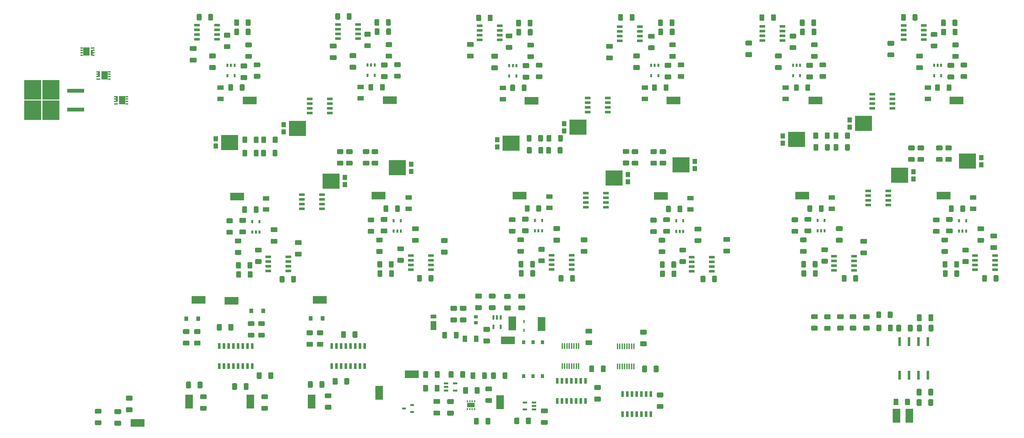
<source format=gtp>
%TF.GenerationSoftware,KiCad,Pcbnew,(5.1.7)-1*%
%TF.CreationDate,2021-03-15T08:37:38+01:00*%
%TF.ProjectId,SuperCap Small,53757065-7243-4617-9020-536d616c6c2e,rev?*%
%TF.SameCoordinates,Original*%
%TF.FileFunction,Paste,Top*%
%TF.FilePolarity,Positive*%
%FSLAX46Y46*%
G04 Gerber Fmt 4.6, Leading zero omitted, Abs format (unit mm)*
G04 Created by KiCad (PCBNEW (5.1.7)-1) date 2021-03-15 08:37:38*
%MOMM*%
%LPD*%
G01*
G04 APERTURE LIST*
%ADD10R,1.528000X0.650000*%
%ADD11R,4.650000X4.150000*%
%ADD12R,1.150000X1.450000*%
%ADD13R,0.600000X0.900000*%
%ADD14R,3.800000X2.030000*%
%ADD15R,0.960000X1.120000*%
%ADD16R,0.650000X1.525000*%
%ADD17R,0.435000X1.528000*%
%ADD18R,0.700000X2.350000*%
%ADD19R,1.710000X2.290000*%
%ADD20R,0.500000X1.640000*%
%ADD21R,0.800000X0.340000*%
%ADD22R,1.000000X0.340000*%
%ADD23R,0.500000X0.340000*%
%ADD24R,1.638000X0.650000*%
%ADD25R,1.500000X1.050000*%
%ADD26R,1.500000X2.400000*%
%ADD27R,1.000000X0.900000*%
%ADD28R,1.050000X0.600000*%
%ADD29R,2.000000X1.200000*%
%ADD30R,0.410000X0.510000*%
%ADD31R,1.200000X0.600000*%
%ADD32R,2.030000X3.800000*%
%ADD33R,0.460000X0.840000*%
%ADD34R,0.600000X1.200000*%
%ADD35R,4.600000X1.100000*%
%ADD36R,4.550000X5.250000*%
%ADD37R,1.120000X1.220000*%
%ADD38R,1.150000X1.800000*%
%ADD39R,1.800000X1.150000*%
G04 APERTURE END LIST*
D10*
%TO.C,IC10*%
X176228000Y-77100000D03*
X176228000Y-75830000D03*
X176228000Y-74560000D03*
X176228000Y-73290000D03*
X181650000Y-73290000D03*
X181650000Y-74560000D03*
X181650000Y-75830000D03*
X181650000Y-77100000D03*
%TD*%
D11*
%TO.C,D1*%
X212400000Y-115335000D03*
D12*
X216150000Y-116320000D03*
X216150000Y-114350000D03*
%TD*%
%TO.C,C12*%
G36*
G01*
X241687500Y-166849998D02*
X241687500Y-168150002D01*
G75*
G02*
X241437502Y-168400000I-249998J0D01*
G01*
X240612498Y-168400000D01*
G75*
G02*
X240362500Y-168150002I0J249998D01*
G01*
X240362500Y-166849998D01*
G75*
G02*
X240612498Y-166600000I249998J0D01*
G01*
X241437502Y-166600000D01*
G75*
G02*
X241687500Y-166849998I0J-249998D01*
G01*
G37*
G36*
G01*
X238562500Y-166849998D02*
X238562500Y-168150002D01*
G75*
G02*
X238312502Y-168400000I-249998J0D01*
G01*
X237487498Y-168400000D01*
G75*
G02*
X237237500Y-168150002I0J249998D01*
G01*
X237237500Y-166849998D01*
G75*
G02*
X237487498Y-166600000I249998J0D01*
G01*
X238312502Y-166600000D01*
G75*
G02*
X238562500Y-166849998I0J-249998D01*
G01*
G37*
%TD*%
%TO.C,C5*%
G36*
G01*
X269249998Y-179762500D02*
X270550002Y-179762500D01*
G75*
G02*
X270800000Y-180012498I0J-249998D01*
G01*
X270800000Y-180837502D01*
G75*
G02*
X270550002Y-181087500I-249998J0D01*
G01*
X269249998Y-181087500D01*
G75*
G02*
X269000000Y-180837502I0J249998D01*
G01*
X269000000Y-180012498D01*
G75*
G02*
X269249998Y-179762500I249998J0D01*
G01*
G37*
G36*
G01*
X269249998Y-176637500D02*
X270550002Y-176637500D01*
G75*
G02*
X270800000Y-176887498I0J-249998D01*
G01*
X270800000Y-177712502D01*
G75*
G02*
X270550002Y-177962500I-249998J0D01*
G01*
X269249998Y-177962500D01*
G75*
G02*
X269000000Y-177712502I0J249998D01*
G01*
X269000000Y-176887498D01*
G75*
G02*
X269249998Y-176637500I249998J0D01*
G01*
G37*
%TD*%
%TO.C,C76*%
G36*
G01*
X285112500Y-166625002D02*
X285112500Y-165324998D01*
G75*
G02*
X285362498Y-165075000I249998J0D01*
G01*
X286187502Y-165075000D01*
G75*
G02*
X286437500Y-165324998I0J-249998D01*
G01*
X286437500Y-166625002D01*
G75*
G02*
X286187502Y-166875000I-249998J0D01*
G01*
X285362498Y-166875000D01*
G75*
G02*
X285112500Y-166625002I0J249998D01*
G01*
G37*
G36*
G01*
X281987500Y-166625002D02*
X281987500Y-165324998D01*
G75*
G02*
X282237498Y-165075000I249998J0D01*
G01*
X283062502Y-165075000D01*
G75*
G02*
X283312500Y-165324998I0J-249998D01*
G01*
X283312500Y-166625002D01*
G75*
G02*
X283062502Y-166875000I-249998J0D01*
G01*
X282237498Y-166875000D01*
G75*
G02*
X281987500Y-166625002I0J249998D01*
G01*
G37*
%TD*%
%TO.C,R92*%
G36*
G01*
X223800001Y-126450000D02*
X222549999Y-126450000D01*
G75*
G02*
X222300000Y-126200001I0J249999D01*
G01*
X222300000Y-125399999D01*
G75*
G02*
X222549999Y-125150000I249999J0D01*
G01*
X223800001Y-125150000D01*
G75*
G02*
X224050000Y-125399999I0J-249999D01*
G01*
X224050000Y-126200001D01*
G75*
G02*
X223800001Y-126450000I-249999J0D01*
G01*
G37*
G36*
G01*
X223800001Y-129550000D02*
X222549999Y-129550000D01*
G75*
G02*
X222300000Y-129300001I0J249999D01*
G01*
X222300000Y-128499999D01*
G75*
G02*
X222549999Y-128250000I249999J0D01*
G01*
X223800001Y-128250000D01*
G75*
G02*
X224050000Y-128499999I0J-249999D01*
G01*
X224050000Y-129300001D01*
G75*
G02*
X223800001Y-129550000I-249999J0D01*
G01*
G37*
%TD*%
D13*
%TO.C,IC33*%
X267375000Y-125950000D03*
X269275000Y-125950000D03*
X269275000Y-128750000D03*
X268325000Y-128750000D03*
X267375000Y-128750000D03*
%TD*%
%TO.C,R121*%
G36*
G01*
X267725000Y-123350001D02*
X267725000Y-122099999D01*
G75*
G02*
X267974999Y-121850000I249999J0D01*
G01*
X268775001Y-121850000D01*
G75*
G02*
X269025000Y-122099999I0J-249999D01*
G01*
X269025000Y-123350001D01*
G75*
G02*
X268775001Y-123600000I-249999J0D01*
G01*
X267974999Y-123600000D01*
G75*
G02*
X267725000Y-123350001I0J249999D01*
G01*
G37*
G36*
G01*
X264625000Y-123350001D02*
X264625000Y-122099999D01*
G75*
G02*
X264874999Y-121850000I249999J0D01*
G01*
X265675001Y-121850000D01*
G75*
G02*
X265925000Y-122099999I0J-249999D01*
G01*
X265925000Y-123350001D01*
G75*
G02*
X265675001Y-123600000I-249999J0D01*
G01*
X264874999Y-123600000D01*
G75*
G02*
X264625000Y-123350001I0J249999D01*
G01*
G37*
%TD*%
%TO.C,R119*%
G36*
G01*
X262899999Y-133625000D02*
X264150001Y-133625000D01*
G75*
G02*
X264400000Y-133874999I0J-249999D01*
G01*
X264400000Y-134675001D01*
G75*
G02*
X264150001Y-134925000I-249999J0D01*
G01*
X262899999Y-134925000D01*
G75*
G02*
X262650000Y-134675001I0J249999D01*
G01*
X262650000Y-133874999D01*
G75*
G02*
X262899999Y-133625000I249999J0D01*
G01*
G37*
G36*
G01*
X262899999Y-130525000D02*
X264150001Y-130525000D01*
G75*
G02*
X264400000Y-130774999I0J-249999D01*
G01*
X264400000Y-131575001D01*
G75*
G02*
X264150001Y-131825000I-249999J0D01*
G01*
X262899999Y-131825000D01*
G75*
G02*
X262650000Y-131575001I0J249999D01*
G01*
X262650000Y-130774999D01*
G75*
G02*
X262899999Y-130525000I249999J0D01*
G01*
G37*
%TD*%
%TO.C,C71*%
G36*
G01*
X265425002Y-126287500D02*
X264124998Y-126287500D01*
G75*
G02*
X263875000Y-126037502I0J249998D01*
G01*
X263875000Y-125212498D01*
G75*
G02*
X264124998Y-124962500I249998J0D01*
G01*
X265425002Y-124962500D01*
G75*
G02*
X265675000Y-125212498I0J-249998D01*
G01*
X265675000Y-126037502D01*
G75*
G02*
X265425002Y-126287500I-249998J0D01*
G01*
G37*
G36*
G01*
X265425002Y-129412500D02*
X264124998Y-129412500D01*
G75*
G02*
X263875000Y-129162502I0J249998D01*
G01*
X263875000Y-128337498D01*
G75*
G02*
X264124998Y-128087500I249998J0D01*
G01*
X265425002Y-128087500D01*
G75*
G02*
X265675000Y-128337498I0J-249998D01*
G01*
X265675000Y-129162502D01*
G75*
G02*
X265425002Y-129412500I-249998J0D01*
G01*
G37*
%TD*%
%TO.C,R120*%
G36*
G01*
X261875001Y-126400000D02*
X260624999Y-126400000D01*
G75*
G02*
X260375000Y-126150001I0J249999D01*
G01*
X260375000Y-125349999D01*
G75*
G02*
X260624999Y-125100000I249999J0D01*
G01*
X261875001Y-125100000D01*
G75*
G02*
X262125000Y-125349999I0J-249999D01*
G01*
X262125000Y-126150001D01*
G75*
G02*
X261875001Y-126400000I-249999J0D01*
G01*
G37*
G36*
G01*
X261875001Y-129500000D02*
X260624999Y-129500000D01*
G75*
G02*
X260375000Y-129250001I0J249999D01*
G01*
X260375000Y-128449999D01*
G75*
G02*
X260624999Y-128200000I249999J0D01*
G01*
X261875001Y-128200000D01*
G75*
G02*
X262125000Y-128449999I0J-249999D01*
G01*
X262125000Y-129250001D01*
G75*
G02*
X261875001Y-129500000I-249999J0D01*
G01*
G37*
%TD*%
D14*
%TO.C,TP21*%
X263250000Y-119250000D03*
%TD*%
%TO.C,C70*%
G36*
G01*
X273875002Y-128812500D02*
X272574998Y-128812500D01*
G75*
G02*
X272325000Y-128562502I0J249998D01*
G01*
X272325000Y-127737498D01*
G75*
G02*
X272574998Y-127487500I249998J0D01*
G01*
X273875002Y-127487500D01*
G75*
G02*
X274125000Y-127737498I0J-249998D01*
G01*
X274125000Y-128562502D01*
G75*
G02*
X273875002Y-128812500I-249998J0D01*
G01*
G37*
G36*
G01*
X273875002Y-131937500D02*
X272574998Y-131937500D01*
G75*
G02*
X272325000Y-131687502I0J249998D01*
G01*
X272325000Y-130862498D01*
G75*
G02*
X272574998Y-130612500I249998J0D01*
G01*
X273875002Y-130612500D01*
G75*
G02*
X274125000Y-130862498I0J-249998D01*
G01*
X274125000Y-131687502D01*
G75*
G02*
X273875002Y-131937500I-249998J0D01*
G01*
G37*
%TD*%
%TO.C,C69*%
G36*
G01*
X281250002Y-131837500D02*
X279949998Y-131837500D01*
G75*
G02*
X279700000Y-131587502I0J249998D01*
G01*
X279700000Y-130762498D01*
G75*
G02*
X279949998Y-130512500I249998J0D01*
G01*
X281250002Y-130512500D01*
G75*
G02*
X281500000Y-130762498I0J-249998D01*
G01*
X281500000Y-131587502D01*
G75*
G02*
X281250002Y-131837500I-249998J0D01*
G01*
G37*
G36*
G01*
X281250002Y-134962500D02*
X279949998Y-134962500D01*
G75*
G02*
X279700000Y-134712502I0J249998D01*
G01*
X279700000Y-133887498D01*
G75*
G02*
X279949998Y-133637500I249998J0D01*
G01*
X281250002Y-133637500D01*
G75*
G02*
X281500000Y-133887498I0J-249998D01*
G01*
X281500000Y-134712502D01*
G75*
G02*
X281250002Y-134962500I-249998J0D01*
G01*
G37*
%TD*%
%TO.C,R115*%
G36*
G01*
X273750000Y-142225001D02*
X273750000Y-140974999D01*
G75*
G02*
X273999999Y-140725000I249999J0D01*
G01*
X274800001Y-140725000D01*
G75*
G02*
X275050000Y-140974999I0J-249999D01*
G01*
X275050000Y-142225001D01*
G75*
G02*
X274800001Y-142475000I-249999J0D01*
G01*
X273999999Y-142475000D01*
G75*
G02*
X273750000Y-142225001I0J249999D01*
G01*
G37*
G36*
G01*
X276850000Y-142225001D02*
X276850000Y-140974999D01*
G75*
G02*
X277099999Y-140725000I249999J0D01*
G01*
X277900001Y-140725000D01*
G75*
G02*
X278150000Y-140974999I0J-249999D01*
G01*
X278150000Y-142225001D01*
G75*
G02*
X277900001Y-142475000I-249999J0D01*
G01*
X277099999Y-142475000D01*
G75*
G02*
X276850000Y-142225001I0J249999D01*
G01*
G37*
%TD*%
%TO.C,R118*%
G36*
G01*
X266075000Y-138375001D02*
X266075000Y-137124999D01*
G75*
G02*
X266324999Y-136875000I249999J0D01*
G01*
X267125001Y-136875000D01*
G75*
G02*
X267375000Y-137124999I0J-249999D01*
G01*
X267375000Y-138375001D01*
G75*
G02*
X267125001Y-138625000I-249999J0D01*
G01*
X266324999Y-138625000D01*
G75*
G02*
X266075000Y-138375001I0J249999D01*
G01*
G37*
G36*
G01*
X262975000Y-138375001D02*
X262975000Y-137124999D01*
G75*
G02*
X263224999Y-136875000I249999J0D01*
G01*
X264025001Y-136875000D01*
G75*
G02*
X264275000Y-137124999I0J-249999D01*
G01*
X264275000Y-138375001D01*
G75*
G02*
X264025001Y-138625000I-249999J0D01*
G01*
X263224999Y-138625000D01*
G75*
G02*
X262975000Y-138375001I0J249999D01*
G01*
G37*
%TD*%
%TO.C,R116*%
G36*
G01*
X264325000Y-139599999D02*
X264325000Y-140850001D01*
G75*
G02*
X264075001Y-141100000I-249999J0D01*
G01*
X263274999Y-141100000D01*
G75*
G02*
X263025000Y-140850001I0J249999D01*
G01*
X263025000Y-139599999D01*
G75*
G02*
X263274999Y-139350000I249999J0D01*
G01*
X264075001Y-139350000D01*
G75*
G02*
X264325000Y-139599999I0J-249999D01*
G01*
G37*
G36*
G01*
X267425000Y-139599999D02*
X267425000Y-140850001D01*
G75*
G02*
X267175001Y-141100000I-249999J0D01*
G01*
X266374999Y-141100000D01*
G75*
G02*
X266125000Y-140850001I0J249999D01*
G01*
X266125000Y-139599999D01*
G75*
G02*
X266374999Y-139350000I249999J0D01*
G01*
X267175001Y-139350000D01*
G75*
G02*
X267425000Y-139599999I0J-249999D01*
G01*
G37*
%TD*%
%TO.C,R117*%
G36*
G01*
X268524999Y-133100000D02*
X269775001Y-133100000D01*
G75*
G02*
X270025000Y-133349999I0J-249999D01*
G01*
X270025000Y-134150001D01*
G75*
G02*
X269775001Y-134400000I-249999J0D01*
G01*
X268524999Y-134400000D01*
G75*
G02*
X268275000Y-134150001I0J249999D01*
G01*
X268275000Y-133349999D01*
G75*
G02*
X268524999Y-133100000I249999J0D01*
G01*
G37*
G36*
G01*
X268524999Y-136200000D02*
X269775001Y-136200000D01*
G75*
G02*
X270025000Y-136449999I0J-249999D01*
G01*
X270025000Y-137250001D01*
G75*
G02*
X269775001Y-137500000I-249999J0D01*
G01*
X268524999Y-137500000D01*
G75*
G02*
X268275000Y-137250001I0J249999D01*
G01*
X268275000Y-136449999D01*
G75*
G02*
X268524999Y-136200000I249999J0D01*
G01*
G37*
%TD*%
%TO.C,R63*%
G36*
G01*
X305075001Y-79250000D02*
X303824999Y-79250000D01*
G75*
G02*
X303575000Y-79000001I0J249999D01*
G01*
X303575000Y-78199999D01*
G75*
G02*
X303824999Y-77950000I249999J0D01*
G01*
X305075001Y-77950000D01*
G75*
G02*
X305325000Y-78199999I0J-249999D01*
G01*
X305325000Y-79000001D01*
G75*
G02*
X305075001Y-79250000I-249999J0D01*
G01*
G37*
G36*
G01*
X305075001Y-82350000D02*
X303824999Y-82350000D01*
G75*
G02*
X303575000Y-82100001I0J249999D01*
G01*
X303575000Y-81299999D01*
G75*
G02*
X303824999Y-81050000I249999J0D01*
G01*
X305075001Y-81050000D01*
G75*
G02*
X305325000Y-81299999I0J-249999D01*
G01*
X305325000Y-82100001D01*
G75*
G02*
X305075001Y-82350000I-249999J0D01*
G01*
G37*
%TD*%
%TO.C,R65*%
G36*
G01*
X300250000Y-89499999D02*
X300250000Y-90750001D01*
G75*
G02*
X300000001Y-91000000I-249999J0D01*
G01*
X299199999Y-91000000D01*
G75*
G02*
X298950000Y-90750001I0J249999D01*
G01*
X298950000Y-89499999D01*
G75*
G02*
X299199999Y-89250000I249999J0D01*
G01*
X300000001Y-89250000D01*
G75*
G02*
X300250000Y-89499999I0J-249999D01*
G01*
G37*
G36*
G01*
X303350000Y-89499999D02*
X303350000Y-90750001D01*
G75*
G02*
X303100001Y-91000000I-249999J0D01*
G01*
X302299999Y-91000000D01*
G75*
G02*
X302050000Y-90750001I0J249999D01*
G01*
X302050000Y-89499999D01*
G75*
G02*
X302299999Y-89250000I249999J0D01*
G01*
X303100001Y-89250000D01*
G75*
G02*
X303350000Y-89499999I0J-249999D01*
G01*
G37*
%TD*%
D13*
%TO.C,IC17*%
X300600000Y-86925000D03*
X298700000Y-86925000D03*
X298700000Y-84125000D03*
X299650000Y-84125000D03*
X300600000Y-84125000D03*
%TD*%
%TO.C,C47*%
G36*
G01*
X302549998Y-86587500D02*
X303850002Y-86587500D01*
G75*
G02*
X304100000Y-86837498I0J-249998D01*
G01*
X304100000Y-87662502D01*
G75*
G02*
X303850002Y-87912500I-249998J0D01*
G01*
X302549998Y-87912500D01*
G75*
G02*
X302300000Y-87662502I0J249998D01*
G01*
X302300000Y-86837498D01*
G75*
G02*
X302549998Y-86587500I249998J0D01*
G01*
G37*
G36*
G01*
X302549998Y-83462500D02*
X303850002Y-83462500D01*
G75*
G02*
X304100000Y-83712498I0J-249998D01*
G01*
X304100000Y-84537502D01*
G75*
G02*
X303850002Y-84787500I-249998J0D01*
G01*
X302549998Y-84787500D01*
G75*
G02*
X302300000Y-84537502I0J249998D01*
G01*
X302300000Y-83712498D01*
G75*
G02*
X302549998Y-83462500I249998J0D01*
G01*
G37*
%TD*%
%TO.C,R64*%
G36*
G01*
X306099999Y-86475000D02*
X307350001Y-86475000D01*
G75*
G02*
X307600000Y-86724999I0J-249999D01*
G01*
X307600000Y-87525001D01*
G75*
G02*
X307350001Y-87775000I-249999J0D01*
G01*
X306099999Y-87775000D01*
G75*
G02*
X305850000Y-87525001I0J249999D01*
G01*
X305850000Y-86724999D01*
G75*
G02*
X306099999Y-86475000I249999J0D01*
G01*
G37*
G36*
G01*
X306099999Y-83375000D02*
X307350001Y-83375000D01*
G75*
G02*
X307600000Y-83624999I0J-249999D01*
G01*
X307600000Y-84425001D01*
G75*
G02*
X307350001Y-84675000I-249999J0D01*
G01*
X306099999Y-84675000D01*
G75*
G02*
X305850000Y-84425001I0J249999D01*
G01*
X305850000Y-83624999D01*
G75*
G02*
X306099999Y-83375000I249999J0D01*
G01*
G37*
%TD*%
D14*
%TO.C,TP13*%
X304725000Y-93625000D03*
%TD*%
%TO.C,C45*%
G36*
G01*
X286799998Y-78337500D02*
X288100002Y-78337500D01*
G75*
G02*
X288350000Y-78587498I0J-249998D01*
G01*
X288350000Y-79412502D01*
G75*
G02*
X288100002Y-79662500I-249998J0D01*
G01*
X286799998Y-79662500D01*
G75*
G02*
X286550000Y-79412502I0J249998D01*
G01*
X286550000Y-78587498D01*
G75*
G02*
X286799998Y-78337500I249998J0D01*
G01*
G37*
G36*
G01*
X286799998Y-81462500D02*
X288100002Y-81462500D01*
G75*
G02*
X288350000Y-81712498I0J-249998D01*
G01*
X288350000Y-82537502D01*
G75*
G02*
X288100002Y-82787500I-249998J0D01*
G01*
X286799998Y-82787500D01*
G75*
G02*
X286550000Y-82537502I0J249998D01*
G01*
X286550000Y-81712498D01*
G75*
G02*
X286799998Y-81462500I249998J0D01*
G01*
G37*
%TD*%
%TO.C,C46*%
G36*
G01*
X294099998Y-84062500D02*
X295400002Y-84062500D01*
G75*
G02*
X295650000Y-84312498I0J-249998D01*
G01*
X295650000Y-85137502D01*
G75*
G02*
X295400002Y-85387500I-249998J0D01*
G01*
X294099998Y-85387500D01*
G75*
G02*
X293850000Y-85137502I0J249998D01*
G01*
X293850000Y-84312498D01*
G75*
G02*
X294099998Y-84062500I249998J0D01*
G01*
G37*
G36*
G01*
X294099998Y-80937500D02*
X295400002Y-80937500D01*
G75*
G02*
X295650000Y-81187498I0J-249998D01*
G01*
X295650000Y-82012502D01*
G75*
G02*
X295400002Y-82262500I-249998J0D01*
G01*
X294099998Y-82262500D01*
G75*
G02*
X293850000Y-82012502I0J249998D01*
G01*
X293850000Y-81187498D01*
G75*
G02*
X294099998Y-80937500I249998J0D01*
G01*
G37*
%TD*%
%TO.C,R59*%
G36*
G01*
X294200000Y-70574999D02*
X294200000Y-71825001D01*
G75*
G02*
X293950001Y-72075000I-249999J0D01*
G01*
X293149999Y-72075000D01*
G75*
G02*
X292900000Y-71825001I0J249999D01*
G01*
X292900000Y-70574999D01*
G75*
G02*
X293149999Y-70325000I249999J0D01*
G01*
X293950001Y-70325000D01*
G75*
G02*
X294200000Y-70574999I0J-249999D01*
G01*
G37*
G36*
G01*
X291100000Y-70574999D02*
X291100000Y-71825001D01*
G75*
G02*
X290850001Y-72075000I-249999J0D01*
G01*
X290049999Y-72075000D01*
G75*
G02*
X289800000Y-71825001I0J249999D01*
G01*
X289800000Y-70574999D01*
G75*
G02*
X290049999Y-70325000I249999J0D01*
G01*
X290850001Y-70325000D01*
G75*
G02*
X291100000Y-70574999I0J-249999D01*
G01*
G37*
%TD*%
%TO.C,R62*%
G36*
G01*
X301900000Y-74499999D02*
X301900000Y-75750001D01*
G75*
G02*
X301650001Y-76000000I-249999J0D01*
G01*
X300849999Y-76000000D01*
G75*
G02*
X300600000Y-75750001I0J249999D01*
G01*
X300600000Y-74499999D01*
G75*
G02*
X300849999Y-74250000I249999J0D01*
G01*
X301650001Y-74250000D01*
G75*
G02*
X301900000Y-74499999I0J-249999D01*
G01*
G37*
G36*
G01*
X305000000Y-74499999D02*
X305000000Y-75750001D01*
G75*
G02*
X304750001Y-76000000I-249999J0D01*
G01*
X303949999Y-76000000D01*
G75*
G02*
X303700000Y-75750001I0J249999D01*
G01*
X303700000Y-74499999D01*
G75*
G02*
X303949999Y-74250000I249999J0D01*
G01*
X304750001Y-74250000D01*
G75*
G02*
X305000000Y-74499999I0J-249999D01*
G01*
G37*
%TD*%
%TO.C,R61*%
G36*
G01*
X299375001Y-80050000D02*
X298124999Y-80050000D01*
G75*
G02*
X297875000Y-79800001I0J249999D01*
G01*
X297875000Y-78999999D01*
G75*
G02*
X298124999Y-78750000I249999J0D01*
G01*
X299375001Y-78750000D01*
G75*
G02*
X299625000Y-78999999I0J-249999D01*
G01*
X299625000Y-79800001D01*
G75*
G02*
X299375001Y-80050000I-249999J0D01*
G01*
G37*
G36*
G01*
X299375001Y-76950000D02*
X298124999Y-76950000D01*
G75*
G02*
X297875000Y-76700001I0J249999D01*
G01*
X297875000Y-75899999D01*
G75*
G02*
X298124999Y-75650000I249999J0D01*
G01*
X299375001Y-75650000D01*
G75*
G02*
X299625000Y-75899999I0J-249999D01*
G01*
X299625000Y-76700001D01*
G75*
G02*
X299375001Y-76950000I-249999J0D01*
G01*
G37*
%TD*%
%TO.C,R60*%
G36*
G01*
X303650000Y-73275001D02*
X303650000Y-72024999D01*
G75*
G02*
X303899999Y-71775000I249999J0D01*
G01*
X304700001Y-71775000D01*
G75*
G02*
X304950000Y-72024999I0J-249999D01*
G01*
X304950000Y-73275001D01*
G75*
G02*
X304700001Y-73525000I-249999J0D01*
G01*
X303899999Y-73525000D01*
G75*
G02*
X303650000Y-73275001I0J249999D01*
G01*
G37*
G36*
G01*
X300550000Y-73275001D02*
X300550000Y-72024999D01*
G75*
G02*
X300799999Y-71775000I249999J0D01*
G01*
X301600001Y-71775000D01*
G75*
G02*
X301850000Y-72024999I0J-249999D01*
G01*
X301850000Y-73275001D01*
G75*
G02*
X301600001Y-73525000I-249999J0D01*
G01*
X300799999Y-73525000D01*
G75*
G02*
X300550000Y-73275001I0J249999D01*
G01*
G37*
%TD*%
%TO.C,R18*%
G36*
G01*
X266450000Y-103174999D02*
X266450000Y-104425001D01*
G75*
G02*
X266200001Y-104675000I-249999J0D01*
G01*
X265399999Y-104675000D01*
G75*
G02*
X265150000Y-104425001I0J249999D01*
G01*
X265150000Y-103174999D01*
G75*
G02*
X265399999Y-102925000I249999J0D01*
G01*
X266200001Y-102925000D01*
G75*
G02*
X266450000Y-103174999I0J-249999D01*
G01*
G37*
G36*
G01*
X269550000Y-103174999D02*
X269550000Y-104425001D01*
G75*
G02*
X269300001Y-104675000I-249999J0D01*
G01*
X268499999Y-104675000D01*
G75*
G02*
X268250000Y-104425001I0J249999D01*
G01*
X268250000Y-103174999D01*
G75*
G02*
X268499999Y-102925000I249999J0D01*
G01*
X269300001Y-102925000D01*
G75*
G02*
X269550000Y-103174999I0J-249999D01*
G01*
G37*
%TD*%
%TO.C,R19*%
G36*
G01*
X265200000Y-107675001D02*
X265200000Y-106424999D01*
G75*
G02*
X265449999Y-106175000I249999J0D01*
G01*
X266250001Y-106175000D01*
G75*
G02*
X266500000Y-106424999I0J-249999D01*
G01*
X266500000Y-107675001D01*
G75*
G02*
X266250001Y-107925000I-249999J0D01*
G01*
X265449999Y-107925000D01*
G75*
G02*
X265200000Y-107675001I0J249999D01*
G01*
G37*
G36*
G01*
X268300000Y-107675001D02*
X268300000Y-106424999D01*
G75*
G02*
X268549999Y-106175000I249999J0D01*
G01*
X269350001Y-106175000D01*
G75*
G02*
X269600000Y-106424999I0J-249999D01*
G01*
X269600000Y-107675001D01*
G75*
G02*
X269350001Y-107925000I-249999J0D01*
G01*
X268549999Y-107925000D01*
G75*
G02*
X268300000Y-107675001I0J249999D01*
G01*
G37*
%TD*%
%TO.C,R20*%
G36*
G01*
X273500000Y-107675001D02*
X273500000Y-106424999D01*
G75*
G02*
X273749999Y-106175000I249999J0D01*
G01*
X274550001Y-106175000D01*
G75*
G02*
X274800000Y-106424999I0J-249999D01*
G01*
X274800000Y-107675001D01*
G75*
G02*
X274550001Y-107925000I-249999J0D01*
G01*
X273749999Y-107925000D01*
G75*
G02*
X273500000Y-107675001I0J249999D01*
G01*
G37*
G36*
G01*
X270400000Y-107675001D02*
X270400000Y-106424999D01*
G75*
G02*
X270649999Y-106175000I249999J0D01*
G01*
X271450001Y-106175000D01*
G75*
G02*
X271700000Y-106424999I0J-249999D01*
G01*
X271700000Y-107675001D01*
G75*
G02*
X271450001Y-107925000I-249999J0D01*
G01*
X270649999Y-107925000D01*
G75*
G02*
X270400000Y-107675001I0J249999D01*
G01*
G37*
%TD*%
%TO.C,R17*%
G36*
G01*
X274900000Y-103174999D02*
X274900000Y-104425001D01*
G75*
G02*
X274650001Y-104675000I-249999J0D01*
G01*
X273849999Y-104675000D01*
G75*
G02*
X273600000Y-104425001I0J249999D01*
G01*
X273600000Y-103174999D01*
G75*
G02*
X273849999Y-102925000I249999J0D01*
G01*
X274650001Y-102925000D01*
G75*
G02*
X274900000Y-103174999I0J-249999D01*
G01*
G37*
G36*
G01*
X271800000Y-103174999D02*
X271800000Y-104425001D01*
G75*
G02*
X271550001Y-104675000I-249999J0D01*
G01*
X270749999Y-104675000D01*
G75*
G02*
X270500000Y-104425001I0J249999D01*
G01*
X270500000Y-103174999D01*
G75*
G02*
X270749999Y-102925000I249999J0D01*
G01*
X271550001Y-102925000D01*
G75*
G02*
X271800000Y-103174999I0J-249999D01*
G01*
G37*
%TD*%
%TO.C,R6*%
G36*
G01*
X293734999Y-109850000D02*
X294985001Y-109850000D01*
G75*
G02*
X295235000Y-110099999I0J-249999D01*
G01*
X295235000Y-110900001D01*
G75*
G02*
X294985001Y-111150000I-249999J0D01*
G01*
X293734999Y-111150000D01*
G75*
G02*
X293485000Y-110900001I0J249999D01*
G01*
X293485000Y-110099999D01*
G75*
G02*
X293734999Y-109850000I249999J0D01*
G01*
G37*
G36*
G01*
X293734999Y-106750000D02*
X294985001Y-106750000D01*
G75*
G02*
X295235000Y-106999999I0J-249999D01*
G01*
X295235000Y-107800001D01*
G75*
G02*
X294985001Y-108050000I-249999J0D01*
G01*
X293734999Y-108050000D01*
G75*
G02*
X293485000Y-107800001I0J249999D01*
G01*
X293485000Y-106999999D01*
G75*
G02*
X293734999Y-106750000I249999J0D01*
G01*
G37*
%TD*%
%TO.C,R7*%
G36*
G01*
X299985001Y-111150000D02*
X298734999Y-111150000D01*
G75*
G02*
X298485000Y-110900001I0J249999D01*
G01*
X298485000Y-110099999D01*
G75*
G02*
X298734999Y-109850000I249999J0D01*
G01*
X299985001Y-109850000D01*
G75*
G02*
X300235000Y-110099999I0J-249999D01*
G01*
X300235000Y-110900001D01*
G75*
G02*
X299985001Y-111150000I-249999J0D01*
G01*
G37*
G36*
G01*
X299985001Y-108050000D02*
X298734999Y-108050000D01*
G75*
G02*
X298485000Y-107800001I0J249999D01*
G01*
X298485000Y-106999999D01*
G75*
G02*
X298734999Y-106750000I249999J0D01*
G01*
X299985001Y-106750000D01*
G75*
G02*
X300235000Y-106999999I0J-249999D01*
G01*
X300235000Y-107800001D01*
G75*
G02*
X299985001Y-108050000I-249999J0D01*
G01*
G37*
%TD*%
%TO.C,R8*%
G36*
G01*
X301234999Y-106750000D02*
X302485001Y-106750000D01*
G75*
G02*
X302735000Y-106999999I0J-249999D01*
G01*
X302735000Y-107800001D01*
G75*
G02*
X302485001Y-108050000I-249999J0D01*
G01*
X301234999Y-108050000D01*
G75*
G02*
X300985000Y-107800001I0J249999D01*
G01*
X300985000Y-106999999D01*
G75*
G02*
X301234999Y-106750000I249999J0D01*
G01*
G37*
G36*
G01*
X301234999Y-109850000D02*
X302485001Y-109850000D01*
G75*
G02*
X302735000Y-110099999I0J-249999D01*
G01*
X302735000Y-110900001D01*
G75*
G02*
X302485001Y-111150000I-249999J0D01*
G01*
X301234999Y-111150000D01*
G75*
G02*
X300985000Y-110900001I0J249999D01*
G01*
X300985000Y-110099999D01*
G75*
G02*
X301234999Y-109850000I249999J0D01*
G01*
G37*
%TD*%
%TO.C,R5*%
G36*
G01*
X292535001Y-111100000D02*
X291284999Y-111100000D01*
G75*
G02*
X291035000Y-110850001I0J249999D01*
G01*
X291035000Y-110049999D01*
G75*
G02*
X291284999Y-109800000I249999J0D01*
G01*
X292535001Y-109800000D01*
G75*
G02*
X292785000Y-110049999I0J-249999D01*
G01*
X292785000Y-110850001D01*
G75*
G02*
X292535001Y-111100000I-249999J0D01*
G01*
G37*
G36*
G01*
X292535001Y-108000000D02*
X291284999Y-108000000D01*
G75*
G02*
X291035000Y-107750001I0J249999D01*
G01*
X291035000Y-106949999D01*
G75*
G02*
X291284999Y-106700000I249999J0D01*
G01*
X292535001Y-106700000D01*
G75*
G02*
X292785000Y-106949999I0J-249999D01*
G01*
X292785000Y-107750001D01*
G75*
G02*
X292535001Y-108000000I-249999J0D01*
G01*
G37*
%TD*%
%TO.C,R43*%
G36*
G01*
X191824999Y-86454000D02*
X193075001Y-86454000D01*
G75*
G02*
X193325000Y-86703999I0J-249999D01*
G01*
X193325000Y-87504001D01*
G75*
G02*
X193075001Y-87754000I-249999J0D01*
G01*
X191824999Y-87754000D01*
G75*
G02*
X191575000Y-87504001I0J249999D01*
G01*
X191575000Y-86703999D01*
G75*
G02*
X191824999Y-86454000I249999J0D01*
G01*
G37*
G36*
G01*
X191824999Y-83354000D02*
X193075001Y-83354000D01*
G75*
G02*
X193325000Y-83603999I0J-249999D01*
G01*
X193325000Y-84404001D01*
G75*
G02*
X193075001Y-84654000I-249999J0D01*
G01*
X191824999Y-84654000D01*
G75*
G02*
X191575000Y-84404001I0J249999D01*
G01*
X191575000Y-83603999D01*
G75*
G02*
X191824999Y-83354000I249999J0D01*
G01*
G37*
%TD*%
%TO.C,C22*%
G36*
G01*
X157349998Y-176362500D02*
X158650002Y-176362500D01*
G75*
G02*
X158900000Y-176612498I0J-249998D01*
G01*
X158900000Y-177437502D01*
G75*
G02*
X158650002Y-177687500I-249998J0D01*
G01*
X157349998Y-177687500D01*
G75*
G02*
X157100000Y-177437502I0J249998D01*
G01*
X157100000Y-176612498D01*
G75*
G02*
X157349998Y-176362500I249998J0D01*
G01*
G37*
G36*
G01*
X157349998Y-173237500D02*
X158650002Y-173237500D01*
G75*
G02*
X158900000Y-173487498I0J-249998D01*
G01*
X158900000Y-174312502D01*
G75*
G02*
X158650002Y-174562500I-249998J0D01*
G01*
X157349998Y-174562500D01*
G75*
G02*
X157100000Y-174312502I0J249998D01*
G01*
X157100000Y-173487498D01*
G75*
G02*
X157349998Y-173237500I249998J0D01*
G01*
G37*
%TD*%
D15*
%TO.C,T1*%
X264286000Y-158830000D03*
X266826000Y-158830000D03*
X269366000Y-158830000D03*
X269366000Y-167970000D03*
X266826000Y-167970000D03*
X264286000Y-167970000D03*
%TD*%
D16*
%TO.C,IC34*%
X280960000Y-174624000D03*
X279690000Y-174624000D03*
X278420000Y-174624000D03*
X277150000Y-174624000D03*
X275880000Y-174624000D03*
X274610000Y-174624000D03*
X273340000Y-174624000D03*
X273340000Y-169200000D03*
X274610000Y-169200000D03*
X275880000Y-169200000D03*
X277150000Y-169200000D03*
X278420000Y-169200000D03*
X279690000Y-169200000D03*
X280960000Y-169200000D03*
%TD*%
D17*
%TO.C,IC37*%
X294047000Y-165286000D03*
X293413000Y-165286000D03*
X292777000Y-165286000D03*
X292143000Y-165286000D03*
X291507000Y-165286000D03*
X290873000Y-165286000D03*
X290237000Y-165286000D03*
X289603000Y-165286000D03*
X289603000Y-159864000D03*
X290237000Y-159864000D03*
X290873000Y-159864000D03*
X291507000Y-159864000D03*
X292143000Y-159864000D03*
X292777000Y-159864000D03*
X293413000Y-159864000D03*
X294047000Y-159864000D03*
%TD*%
%TO.C,R34*%
G36*
G01*
X362460000Y-152025001D02*
X362460000Y-150774999D01*
G75*
G02*
X362709999Y-150525000I249999J0D01*
G01*
X363510001Y-150525000D01*
G75*
G02*
X363760000Y-150774999I0J-249999D01*
G01*
X363760000Y-152025001D01*
G75*
G02*
X363510001Y-152275000I-249999J0D01*
G01*
X362709999Y-152275000D01*
G75*
G02*
X362460000Y-152025001I0J249999D01*
G01*
G37*
G36*
G01*
X359360000Y-152025001D02*
X359360000Y-150774999D01*
G75*
G02*
X359609999Y-150525000I249999J0D01*
G01*
X360410001Y-150525000D01*
G75*
G02*
X360660000Y-150774999I0J-249999D01*
G01*
X360660000Y-152025001D01*
G75*
G02*
X360410001Y-152275000I-249999J0D01*
G01*
X359609999Y-152275000D01*
G75*
G02*
X359360000Y-152025001I0J249999D01*
G01*
G37*
%TD*%
%TO.C,R33*%
G36*
G01*
X356084999Y-154350000D02*
X357335001Y-154350000D01*
G75*
G02*
X357585000Y-154599999I0J-249999D01*
G01*
X357585000Y-155400001D01*
G75*
G02*
X357335001Y-155650000I-249999J0D01*
G01*
X356084999Y-155650000D01*
G75*
G02*
X355835000Y-155400001I0J249999D01*
G01*
X355835000Y-154599999D01*
G75*
G02*
X356084999Y-154350000I249999J0D01*
G01*
G37*
G36*
G01*
X356084999Y-151250000D02*
X357335001Y-151250000D01*
G75*
G02*
X357585000Y-151499999I0J-249999D01*
G01*
X357585000Y-152300001D01*
G75*
G02*
X357335001Y-152550000I-249999J0D01*
G01*
X356084999Y-152550000D01*
G75*
G02*
X355835000Y-152300001I0J249999D01*
G01*
X355835000Y-151499999D01*
G75*
G02*
X356084999Y-151250000I249999J0D01*
G01*
G37*
%TD*%
%TO.C,R35*%
G36*
G01*
X362532000Y-155573001D02*
X362532000Y-154322999D01*
G75*
G02*
X362781999Y-154073000I249999J0D01*
G01*
X363582001Y-154073000D01*
G75*
G02*
X363832000Y-154322999I0J-249999D01*
G01*
X363832000Y-155573001D01*
G75*
G02*
X363582001Y-155823000I-249999J0D01*
G01*
X362781999Y-155823000D01*
G75*
G02*
X362532000Y-155573001I0J249999D01*
G01*
G37*
G36*
G01*
X359432000Y-155573001D02*
X359432000Y-154322999D01*
G75*
G02*
X359681999Y-154073000I249999J0D01*
G01*
X360482001Y-154073000D01*
G75*
G02*
X360732000Y-154322999I0J-249999D01*
G01*
X360732000Y-155573001D01*
G75*
G02*
X360482001Y-155823000I-249999J0D01*
G01*
X359681999Y-155823000D01*
G75*
G02*
X359432000Y-155573001I0J249999D01*
G01*
G37*
%TD*%
%TO.C,C4*%
G36*
G01*
X263137500Y-179349998D02*
X263137500Y-180650002D01*
G75*
G02*
X262887502Y-180900000I-249998J0D01*
G01*
X262062498Y-180900000D01*
G75*
G02*
X261812500Y-180650002I0J249998D01*
G01*
X261812500Y-179349998D01*
G75*
G02*
X262062498Y-179100000I249998J0D01*
G01*
X262887502Y-179100000D01*
G75*
G02*
X263137500Y-179349998I0J-249998D01*
G01*
G37*
G36*
G01*
X266262500Y-179349998D02*
X266262500Y-180650002D01*
G75*
G02*
X266012502Y-180900000I-249998J0D01*
G01*
X265187498Y-180900000D01*
G75*
G02*
X264937500Y-180650002I0J249998D01*
G01*
X264937500Y-179349998D01*
G75*
G02*
X265187498Y-179100000I249998J0D01*
G01*
X266012502Y-179100000D01*
G75*
G02*
X266262500Y-179349998I0J-249998D01*
G01*
G37*
%TD*%
%TO.C,R25*%
G36*
G01*
X251300000Y-167174999D02*
X251300000Y-168425001D01*
G75*
G02*
X251050001Y-168675000I-249999J0D01*
G01*
X250249999Y-168675000D01*
G75*
G02*
X250000000Y-168425001I0J249999D01*
G01*
X250000000Y-167174999D01*
G75*
G02*
X250249999Y-166925000I249999J0D01*
G01*
X251050001Y-166925000D01*
G75*
G02*
X251300000Y-167174999I0J-249999D01*
G01*
G37*
G36*
G01*
X254400000Y-167174999D02*
X254400000Y-168425001D01*
G75*
G02*
X254150001Y-168675000I-249999J0D01*
G01*
X253349999Y-168675000D01*
G75*
G02*
X253100000Y-168425001I0J249999D01*
G01*
X253100000Y-167174999D01*
G75*
G02*
X253349999Y-166925000I249999J0D01*
G01*
X254150001Y-166925000D01*
G75*
G02*
X254400000Y-167174999I0J-249999D01*
G01*
G37*
%TD*%
%TO.C,R32*%
G36*
G01*
X353725001Y-152550000D02*
X352474999Y-152550000D01*
G75*
G02*
X352225000Y-152300001I0J249999D01*
G01*
X352225000Y-151499999D01*
G75*
G02*
X352474999Y-151250000I249999J0D01*
G01*
X353725001Y-151250000D01*
G75*
G02*
X353975000Y-151499999I0J-249999D01*
G01*
X353975000Y-152300001D01*
G75*
G02*
X353725001Y-152550000I-249999J0D01*
G01*
G37*
G36*
G01*
X353725001Y-155650000D02*
X352474999Y-155650000D01*
G75*
G02*
X352225000Y-155400001I0J249999D01*
G01*
X352225000Y-154599999D01*
G75*
G02*
X352474999Y-154350000I249999J0D01*
G01*
X353725001Y-154350000D01*
G75*
G02*
X353975000Y-154599999I0J-249999D01*
G01*
X353975000Y-155400001D01*
G75*
G02*
X353725001Y-155650000I-249999J0D01*
G01*
G37*
%TD*%
%TO.C,C17*%
G36*
G01*
X371666500Y-154339998D02*
X371666500Y-155640002D01*
G75*
G02*
X371416502Y-155890000I-249998J0D01*
G01*
X370591498Y-155890000D01*
G75*
G02*
X370341500Y-155640002I0J249998D01*
G01*
X370341500Y-154339998D01*
G75*
G02*
X370591498Y-154090000I249998J0D01*
G01*
X371416502Y-154090000D01*
G75*
G02*
X371666500Y-154339998I0J-249998D01*
G01*
G37*
G36*
G01*
X374791500Y-154339998D02*
X374791500Y-155640002D01*
G75*
G02*
X374541502Y-155890000I-249998J0D01*
G01*
X373716498Y-155890000D01*
G75*
G02*
X373466500Y-155640002I0J249998D01*
G01*
X373466500Y-154339998D01*
G75*
G02*
X373716498Y-154090000I249998J0D01*
G01*
X374541502Y-154090000D01*
G75*
G02*
X374791500Y-154339998I0J-249998D01*
G01*
G37*
%TD*%
%TO.C,C21*%
G36*
G01*
X373389500Y-175706002D02*
X373389500Y-174405998D01*
G75*
G02*
X373639498Y-174156000I249998J0D01*
G01*
X374464502Y-174156000D01*
G75*
G02*
X374714500Y-174405998I0J-249998D01*
G01*
X374714500Y-175706002D01*
G75*
G02*
X374464502Y-175956000I-249998J0D01*
G01*
X373639498Y-175956000D01*
G75*
G02*
X373389500Y-175706002I0J249998D01*
G01*
G37*
G36*
G01*
X370264500Y-175706002D02*
X370264500Y-174405998D01*
G75*
G02*
X370514498Y-174156000I249998J0D01*
G01*
X371339502Y-174156000D01*
G75*
G02*
X371589500Y-174405998I0J-249998D01*
G01*
X371589500Y-175706002D01*
G75*
G02*
X371339502Y-175956000I-249998J0D01*
G01*
X370514498Y-175956000D01*
G75*
G02*
X370264500Y-175706002I0J249998D01*
G01*
G37*
%TD*%
%TO.C,C18*%
G36*
G01*
X371628000Y-151545998D02*
X371628000Y-152846002D01*
G75*
G02*
X371378002Y-153096000I-249998J0D01*
G01*
X370552998Y-153096000D01*
G75*
G02*
X370303000Y-152846002I0J249998D01*
G01*
X370303000Y-151545998D01*
G75*
G02*
X370552998Y-151296000I249998J0D01*
G01*
X371378002Y-151296000D01*
G75*
G02*
X371628000Y-151545998I0J-249998D01*
G01*
G37*
G36*
G01*
X374753000Y-151545998D02*
X374753000Y-152846002D01*
G75*
G02*
X374503002Y-153096000I-249998J0D01*
G01*
X373677998Y-153096000D01*
G75*
G02*
X373428000Y-152846002I0J249998D01*
G01*
X373428000Y-151545998D01*
G75*
G02*
X373677998Y-151296000I249998J0D01*
G01*
X374503002Y-151296000D01*
G75*
G02*
X374753000Y-151545998I0J-249998D01*
G01*
G37*
%TD*%
%TO.C,C19*%
G36*
G01*
X366078500Y-154339998D02*
X366078500Y-155640002D01*
G75*
G02*
X365828502Y-155890000I-249998J0D01*
G01*
X365003498Y-155890000D01*
G75*
G02*
X364753500Y-155640002I0J249998D01*
G01*
X364753500Y-154339998D01*
G75*
G02*
X365003498Y-154090000I249998J0D01*
G01*
X365828502Y-154090000D01*
G75*
G02*
X366078500Y-154339998I0J-249998D01*
G01*
G37*
G36*
G01*
X369203500Y-154339998D02*
X369203500Y-155640002D01*
G75*
G02*
X368953502Y-155890000I-249998J0D01*
G01*
X368128498Y-155890000D01*
G75*
G02*
X367878500Y-155640002I0J249998D01*
G01*
X367878500Y-154339998D01*
G75*
G02*
X368128498Y-154090000I249998J0D01*
G01*
X368953502Y-154090000D01*
G75*
G02*
X369203500Y-154339998I0J-249998D01*
G01*
G37*
%TD*%
%TO.C,C20*%
G36*
G01*
X373389500Y-172912002D02*
X373389500Y-171611998D01*
G75*
G02*
X373639498Y-171362000I249998J0D01*
G01*
X374464502Y-171362000D01*
G75*
G02*
X374714500Y-171611998I0J-249998D01*
G01*
X374714500Y-172912002D01*
G75*
G02*
X374464502Y-173162000I-249998J0D01*
G01*
X373639498Y-173162000D01*
G75*
G02*
X373389500Y-172912002I0J249998D01*
G01*
G37*
G36*
G01*
X370264500Y-172912002D02*
X370264500Y-171611998D01*
G75*
G02*
X370514498Y-171362000I249998J0D01*
G01*
X371339502Y-171362000D01*
G75*
G02*
X371589500Y-171611998I0J-249998D01*
G01*
X371589500Y-172912002D01*
G75*
G02*
X371339502Y-173162000I-249998J0D01*
G01*
X370514498Y-173162000D01*
G75*
G02*
X370264500Y-172912002I0J249998D01*
G01*
G37*
%TD*%
D18*
%TO.C,IC9*%
X373290000Y-167690000D03*
X370750000Y-167690000D03*
X368210000Y-167690000D03*
X365670000Y-167690000D03*
X365670000Y-158640000D03*
X368210000Y-158640000D03*
X370750000Y-158640000D03*
X373290000Y-158640000D03*
%TD*%
D19*
%TO.C,Q1*%
X156135000Y-93550000D03*
D20*
X154640000Y-93225000D03*
D21*
X157390000Y-92575000D03*
X157390000Y-93225000D03*
X157390000Y-93875000D03*
X157390000Y-94525000D03*
D22*
X154390000Y-94525000D03*
D23*
X154140000Y-93875000D03*
X154140000Y-93225000D03*
X154140000Y-92575000D03*
%TD*%
D19*
%TO.C,Q3*%
X146445000Y-80425000D03*
D20*
X147940000Y-80750000D03*
D21*
X145190000Y-81400000D03*
X145190000Y-80750000D03*
X145190000Y-80100000D03*
X145190000Y-79450000D03*
D22*
X148190000Y-79450000D03*
D23*
X148440000Y-80100000D03*
X148440000Y-80750000D03*
X148440000Y-81400000D03*
%TD*%
D19*
%TO.C,Q2*%
X151385000Y-86850000D03*
D20*
X149890000Y-86525000D03*
D21*
X152640000Y-85875000D03*
X152640000Y-86525000D03*
X152640000Y-87175000D03*
X152640000Y-87825000D03*
D22*
X149640000Y-87825000D03*
D23*
X149390000Y-87175000D03*
X149390000Y-86525000D03*
X149390000Y-85875000D03*
%TD*%
%TO.C,C84*%
G36*
G01*
X184737500Y-155400002D02*
X184737500Y-154099998D01*
G75*
G02*
X184987498Y-153850000I249998J0D01*
G01*
X185812502Y-153850000D01*
G75*
G02*
X186062500Y-154099998I0J-249998D01*
G01*
X186062500Y-155400002D01*
G75*
G02*
X185812502Y-155650000I-249998J0D01*
G01*
X184987498Y-155650000D01*
G75*
G02*
X184737500Y-155400002I0J249998D01*
G01*
G37*
G36*
G01*
X181612500Y-155400002D02*
X181612500Y-154099998D01*
G75*
G02*
X181862498Y-153850000I249998J0D01*
G01*
X182687502Y-153850000D01*
G75*
G02*
X182937500Y-154099998I0J-249998D01*
G01*
X182937500Y-155400002D01*
G75*
G02*
X182687502Y-155650000I-249998J0D01*
G01*
X181862498Y-155650000D01*
G75*
G02*
X181612500Y-155400002I0J249998D01*
G01*
G37*
%TD*%
%TO.C,C83*%
G36*
G01*
X218212500Y-157375002D02*
X218212500Y-156074998D01*
G75*
G02*
X218462498Y-155825000I249998J0D01*
G01*
X219287502Y-155825000D01*
G75*
G02*
X219537500Y-156074998I0J-249998D01*
G01*
X219537500Y-157375002D01*
G75*
G02*
X219287502Y-157625000I-249998J0D01*
G01*
X218462498Y-157625000D01*
G75*
G02*
X218212500Y-157375002I0J249998D01*
G01*
G37*
G36*
G01*
X215087500Y-157375002D02*
X215087500Y-156074998D01*
G75*
G02*
X215337498Y-155825000I249998J0D01*
G01*
X216162502Y-155825000D01*
G75*
G02*
X216412500Y-156074998I0J-249998D01*
G01*
X216412500Y-157375002D01*
G75*
G02*
X216162502Y-157625000I-249998J0D01*
G01*
X215337498Y-157625000D01*
G75*
G02*
X215087500Y-157375002I0J249998D01*
G01*
G37*
%TD*%
%TO.C,C81*%
G36*
G01*
X195512500Y-168450002D02*
X195512500Y-167149998D01*
G75*
G02*
X195762498Y-166900000I249998J0D01*
G01*
X196587502Y-166900000D01*
G75*
G02*
X196837500Y-167149998I0J-249998D01*
G01*
X196837500Y-168450002D01*
G75*
G02*
X196587502Y-168700000I-249998J0D01*
G01*
X195762498Y-168700000D01*
G75*
G02*
X195512500Y-168450002I0J249998D01*
G01*
G37*
G36*
G01*
X192387500Y-168450002D02*
X192387500Y-167149998D01*
G75*
G02*
X192637498Y-166900000I249998J0D01*
G01*
X193462502Y-166900000D01*
G75*
G02*
X193712500Y-167149998I0J-249998D01*
G01*
X193712500Y-168450002D01*
G75*
G02*
X193462502Y-168700000I-249998J0D01*
G01*
X192637498Y-168700000D01*
G75*
G02*
X192387500Y-168450002I0J249998D01*
G01*
G37*
%TD*%
%TO.C,C82*%
G36*
G01*
X215962500Y-170000002D02*
X215962500Y-168699998D01*
G75*
G02*
X216212498Y-168450000I249998J0D01*
G01*
X217037502Y-168450000D01*
G75*
G02*
X217287500Y-168699998I0J-249998D01*
G01*
X217287500Y-170000002D01*
G75*
G02*
X217037502Y-170250000I-249998J0D01*
G01*
X216212498Y-170250000D01*
G75*
G02*
X215962500Y-170000002I0J249998D01*
G01*
G37*
G36*
G01*
X212837500Y-170000002D02*
X212837500Y-168699998D01*
G75*
G02*
X213087498Y-168450000I249998J0D01*
G01*
X213912502Y-168450000D01*
G75*
G02*
X214162500Y-168699998I0J-249998D01*
G01*
X214162500Y-170000002D01*
G75*
G02*
X213912502Y-170250000I-249998J0D01*
G01*
X213087498Y-170250000D01*
G75*
G02*
X212837500Y-170000002I0J249998D01*
G01*
G37*
%TD*%
%TO.C,C79*%
G36*
G01*
X187062500Y-170099998D02*
X187062500Y-171400002D01*
G75*
G02*
X186812502Y-171650000I-249998J0D01*
G01*
X185987498Y-171650000D01*
G75*
G02*
X185737500Y-171400002I0J249998D01*
G01*
X185737500Y-170099998D01*
G75*
G02*
X185987498Y-169850000I249998J0D01*
G01*
X186812502Y-169850000D01*
G75*
G02*
X187062500Y-170099998I0J-249998D01*
G01*
G37*
G36*
G01*
X190187500Y-170099998D02*
X190187500Y-171400002D01*
G75*
G02*
X189937502Y-171650000I-249998J0D01*
G01*
X189112498Y-171650000D01*
G75*
G02*
X188862500Y-171400002I0J249998D01*
G01*
X188862500Y-170099998D01*
G75*
G02*
X189112498Y-169850000I249998J0D01*
G01*
X189937502Y-169850000D01*
G75*
G02*
X190187500Y-170099998I0J-249998D01*
G01*
G37*
%TD*%
%TO.C,C78*%
G36*
G01*
X174637500Y-169674998D02*
X174637500Y-170975002D01*
G75*
G02*
X174387502Y-171225000I-249998J0D01*
G01*
X173562498Y-171225000D01*
G75*
G02*
X173312500Y-170975002I0J249998D01*
G01*
X173312500Y-169674998D01*
G75*
G02*
X173562498Y-169425000I249998J0D01*
G01*
X174387502Y-169425000D01*
G75*
G02*
X174637500Y-169674998I0J-249998D01*
G01*
G37*
G36*
G01*
X177762500Y-169674998D02*
X177762500Y-170975002D01*
G75*
G02*
X177512502Y-171225000I-249998J0D01*
G01*
X176687498Y-171225000D01*
G75*
G02*
X176437500Y-170975002I0J249998D01*
G01*
X176437500Y-169674998D01*
G75*
G02*
X176687498Y-169425000I249998J0D01*
G01*
X177512502Y-169425000D01*
G75*
G02*
X177762500Y-169674998I0J-249998D01*
G01*
G37*
%TD*%
%TO.C,C80*%
G36*
G01*
X207475000Y-169549998D02*
X207475000Y-170850002D01*
G75*
G02*
X207225002Y-171100000I-249998J0D01*
G01*
X206399998Y-171100000D01*
G75*
G02*
X206150000Y-170850002I0J249998D01*
G01*
X206150000Y-169549998D01*
G75*
G02*
X206399998Y-169300000I249998J0D01*
G01*
X207225002Y-169300000D01*
G75*
G02*
X207475000Y-169549998I0J-249998D01*
G01*
G37*
G36*
G01*
X210600000Y-169549998D02*
X210600000Y-170850002D01*
G75*
G02*
X210350002Y-171100000I-249998J0D01*
G01*
X209524998Y-171100000D01*
G75*
G02*
X209275000Y-170850002I0J249998D01*
G01*
X209275000Y-169549998D01*
G75*
G02*
X209524998Y-169300000I249998J0D01*
G01*
X210350002Y-169300000D01*
G75*
G02*
X210600000Y-169549998I0J-249998D01*
G01*
G37*
%TD*%
%TO.C,R126*%
G36*
G01*
X210069401Y-156906400D02*
X208819399Y-156906400D01*
G75*
G02*
X208569400Y-156656401I0J249999D01*
G01*
X208569400Y-155856399D01*
G75*
G02*
X208819399Y-155606400I249999J0D01*
G01*
X210069401Y-155606400D01*
G75*
G02*
X210319400Y-155856399I0J-249999D01*
G01*
X210319400Y-156656401D01*
G75*
G02*
X210069401Y-156906400I-249999J0D01*
G01*
G37*
G36*
G01*
X210069401Y-160006400D02*
X208819399Y-160006400D01*
G75*
G02*
X208569400Y-159756401I0J249999D01*
G01*
X208569400Y-158956399D01*
G75*
G02*
X208819399Y-158706400I249999J0D01*
G01*
X210069401Y-158706400D01*
G75*
G02*
X210319400Y-158956399I0J-249999D01*
G01*
X210319400Y-159756401D01*
G75*
G02*
X210069401Y-160006400I-249999J0D01*
G01*
G37*
%TD*%
%TO.C,R125*%
G36*
G01*
X207275401Y-156906400D02*
X206025399Y-156906400D01*
G75*
G02*
X205775400Y-156656401I0J249999D01*
G01*
X205775400Y-155856399D01*
G75*
G02*
X206025399Y-155606400I249999J0D01*
G01*
X207275401Y-155606400D01*
G75*
G02*
X207525400Y-155856399I0J-249999D01*
G01*
X207525400Y-156656401D01*
G75*
G02*
X207275401Y-156906400I-249999J0D01*
G01*
G37*
G36*
G01*
X207275401Y-160006400D02*
X206025399Y-160006400D01*
G75*
G02*
X205775400Y-159756401I0J249999D01*
G01*
X205775400Y-158956399D01*
G75*
G02*
X206025399Y-158706400I249999J0D01*
G01*
X207275401Y-158706400D01*
G75*
G02*
X207525400Y-158956399I0J-249999D01*
G01*
X207525400Y-159756401D01*
G75*
G02*
X207275401Y-160006400I-249999J0D01*
G01*
G37*
%TD*%
%TO.C,R130*%
G36*
G01*
X194289401Y-154430400D02*
X193039399Y-154430400D01*
G75*
G02*
X192789400Y-154180401I0J249999D01*
G01*
X192789400Y-153380399D01*
G75*
G02*
X193039399Y-153130400I249999J0D01*
G01*
X194289401Y-153130400D01*
G75*
G02*
X194539400Y-153380399I0J-249999D01*
G01*
X194539400Y-154180401D01*
G75*
G02*
X194289401Y-154430400I-249999J0D01*
G01*
G37*
G36*
G01*
X194289401Y-157530400D02*
X193039399Y-157530400D01*
G75*
G02*
X192789400Y-157280401I0J249999D01*
G01*
X192789400Y-156480399D01*
G75*
G02*
X193039399Y-156230400I249999J0D01*
G01*
X194289401Y-156230400D01*
G75*
G02*
X194539400Y-156480399I0J-249999D01*
G01*
X194539400Y-157280401D01*
G75*
G02*
X194289401Y-157530400I-249999J0D01*
G01*
G37*
%TD*%
%TO.C,R123*%
G36*
G01*
X195125001Y-174150000D02*
X193874999Y-174150000D01*
G75*
G02*
X193625000Y-173900001I0J249999D01*
G01*
X193625000Y-173099999D01*
G75*
G02*
X193874999Y-172850000I249999J0D01*
G01*
X195125001Y-172850000D01*
G75*
G02*
X195375000Y-173099999I0J-249999D01*
G01*
X195375000Y-173900001D01*
G75*
G02*
X195125001Y-174150000I-249999J0D01*
G01*
G37*
G36*
G01*
X195125001Y-177250000D02*
X193874999Y-177250000D01*
G75*
G02*
X193625000Y-177000001I0J249999D01*
G01*
X193625000Y-176199999D01*
G75*
G02*
X193874999Y-175950000I249999J0D01*
G01*
X195125001Y-175950000D01*
G75*
G02*
X195375000Y-176199999I0J-249999D01*
G01*
X195375000Y-177000001D01*
G75*
G02*
X195125001Y-177250000I-249999J0D01*
G01*
G37*
%TD*%
%TO.C,R124*%
G36*
G01*
X212243401Y-173870000D02*
X210993399Y-173870000D01*
G75*
G02*
X210743400Y-173620001I0J249999D01*
G01*
X210743400Y-172819999D01*
G75*
G02*
X210993399Y-172570000I249999J0D01*
G01*
X212243401Y-172570000D01*
G75*
G02*
X212493400Y-172819999I0J-249999D01*
G01*
X212493400Y-173620001D01*
G75*
G02*
X212243401Y-173870000I-249999J0D01*
G01*
G37*
G36*
G01*
X212243401Y-176970000D02*
X210993399Y-176970000D01*
G75*
G02*
X210743400Y-176720001I0J249999D01*
G01*
X210743400Y-175919999D01*
G75*
G02*
X210993399Y-175670000I249999J0D01*
G01*
X212243401Y-175670000D01*
G75*
G02*
X212493400Y-175919999I0J-249999D01*
G01*
X212493400Y-176720001D01*
G75*
G02*
X212243401Y-176970000I-249999J0D01*
G01*
G37*
%TD*%
%TO.C,R128*%
G36*
G01*
X191495401Y-154430400D02*
X190245399Y-154430400D01*
G75*
G02*
X189995400Y-154180401I0J249999D01*
G01*
X189995400Y-153380399D01*
G75*
G02*
X190245399Y-153130400I249999J0D01*
G01*
X191495401Y-153130400D01*
G75*
G02*
X191745400Y-153380399I0J-249999D01*
G01*
X191745400Y-154180401D01*
G75*
G02*
X191495401Y-154430400I-249999J0D01*
G01*
G37*
G36*
G01*
X191495401Y-157530400D02*
X190245399Y-157530400D01*
G75*
G02*
X189995400Y-157280401I0J249999D01*
G01*
X189995400Y-156480399D01*
G75*
G02*
X190245399Y-156230400I249999J0D01*
G01*
X191495401Y-156230400D01*
G75*
G02*
X191745400Y-156480399I0J-249999D01*
G01*
X191745400Y-157280401D01*
G75*
G02*
X191495401Y-157530400I-249999J0D01*
G01*
G37*
%TD*%
%TO.C,R127*%
G36*
G01*
X173989401Y-156582400D02*
X172739399Y-156582400D01*
G75*
G02*
X172489400Y-156332401I0J249999D01*
G01*
X172489400Y-155532399D01*
G75*
G02*
X172739399Y-155282400I249999J0D01*
G01*
X173989401Y-155282400D01*
G75*
G02*
X174239400Y-155532399I0J-249999D01*
G01*
X174239400Y-156332401D01*
G75*
G02*
X173989401Y-156582400I-249999J0D01*
G01*
G37*
G36*
G01*
X173989401Y-159682400D02*
X172739399Y-159682400D01*
G75*
G02*
X172489400Y-159432401I0J249999D01*
G01*
X172489400Y-158632399D01*
G75*
G02*
X172739399Y-158382400I249999J0D01*
G01*
X173989401Y-158382400D01*
G75*
G02*
X174239400Y-158632399I0J-249999D01*
G01*
X174239400Y-159432401D01*
G75*
G02*
X173989401Y-159682400I-249999J0D01*
G01*
G37*
%TD*%
%TO.C,R122*%
G36*
G01*
X178615001Y-174150000D02*
X177364999Y-174150000D01*
G75*
G02*
X177115000Y-173900001I0J249999D01*
G01*
X177115000Y-173099999D01*
G75*
G02*
X177364999Y-172850000I249999J0D01*
G01*
X178615001Y-172850000D01*
G75*
G02*
X178865000Y-173099999I0J-249999D01*
G01*
X178865000Y-173900001D01*
G75*
G02*
X178615001Y-174150000I-249999J0D01*
G01*
G37*
G36*
G01*
X178615001Y-177250000D02*
X177364999Y-177250000D01*
G75*
G02*
X177115000Y-177000001I0J249999D01*
G01*
X177115000Y-176199999D01*
G75*
G02*
X177364999Y-175950000I249999J0D01*
G01*
X178615001Y-175950000D01*
G75*
G02*
X178865000Y-176199999I0J-249999D01*
G01*
X178865000Y-177000001D01*
G75*
G02*
X178615001Y-177250000I-249999J0D01*
G01*
G37*
%TD*%
%TO.C,R129*%
G36*
G01*
X176985001Y-156582400D02*
X175734999Y-156582400D01*
G75*
G02*
X175485000Y-156332401I0J249999D01*
G01*
X175485000Y-155532399D01*
G75*
G02*
X175734999Y-155282400I249999J0D01*
G01*
X176985001Y-155282400D01*
G75*
G02*
X177235000Y-155532399I0J-249999D01*
G01*
X177235000Y-156332401D01*
G75*
G02*
X176985001Y-156582400I-249999J0D01*
G01*
G37*
G36*
G01*
X176985001Y-159682400D02*
X175734999Y-159682400D01*
G75*
G02*
X175485000Y-159432401I0J249999D01*
G01*
X175485000Y-158632399D01*
G75*
G02*
X175734999Y-158382400I249999J0D01*
G01*
X176985001Y-158382400D01*
G75*
G02*
X177235000Y-158632399I0J-249999D01*
G01*
X177235000Y-159432401D01*
G75*
G02*
X176985001Y-159682400I-249999J0D01*
G01*
G37*
%TD*%
%TO.C,R113*%
G36*
G01*
X185700001Y-126700000D02*
X184449999Y-126700000D01*
G75*
G02*
X184200000Y-126450001I0J249999D01*
G01*
X184200000Y-125649999D01*
G75*
G02*
X184449999Y-125400000I249999J0D01*
G01*
X185700001Y-125400000D01*
G75*
G02*
X185950000Y-125649999I0J-249999D01*
G01*
X185950000Y-126450001D01*
G75*
G02*
X185700001Y-126700000I-249999J0D01*
G01*
G37*
G36*
G01*
X185700001Y-129800000D02*
X184449999Y-129800000D01*
G75*
G02*
X184200000Y-129550001I0J249999D01*
G01*
X184200000Y-128749999D01*
G75*
G02*
X184449999Y-128500000I249999J0D01*
G01*
X185700001Y-128500000D01*
G75*
G02*
X185950000Y-128749999I0J-249999D01*
G01*
X185950000Y-129550001D01*
G75*
G02*
X185700001Y-129800000I-249999J0D01*
G01*
G37*
%TD*%
%TO.C,R106*%
G36*
G01*
X338050001Y-126425000D02*
X336799999Y-126425000D01*
G75*
G02*
X336550000Y-126175001I0J249999D01*
G01*
X336550000Y-125374999D01*
G75*
G02*
X336799999Y-125125000I249999J0D01*
G01*
X338050001Y-125125000D01*
G75*
G02*
X338300000Y-125374999I0J-249999D01*
G01*
X338300000Y-126175001D01*
G75*
G02*
X338050001Y-126425000I-249999J0D01*
G01*
G37*
G36*
G01*
X338050001Y-129525000D02*
X336799999Y-129525000D01*
G75*
G02*
X336550000Y-129275001I0J249999D01*
G01*
X336550000Y-128474999D01*
G75*
G02*
X336799999Y-128225000I249999J0D01*
G01*
X338050001Y-128225000D01*
G75*
G02*
X338300000Y-128474999I0J-249999D01*
G01*
X338300000Y-129275001D01*
G75*
G02*
X338050001Y-129525000I-249999J0D01*
G01*
G37*
%TD*%
%TO.C,R99*%
G36*
G01*
X382374999Y-86500000D02*
X383625001Y-86500000D01*
G75*
G02*
X383875000Y-86749999I0J-249999D01*
G01*
X383875000Y-87550001D01*
G75*
G02*
X383625001Y-87800000I-249999J0D01*
G01*
X382374999Y-87800000D01*
G75*
G02*
X382125000Y-87550001I0J249999D01*
G01*
X382125000Y-86749999D01*
G75*
G02*
X382374999Y-86500000I249999J0D01*
G01*
G37*
G36*
G01*
X382374999Y-83400000D02*
X383625001Y-83400000D01*
G75*
G02*
X383875000Y-83649999I0J-249999D01*
G01*
X383875000Y-84450001D01*
G75*
G02*
X383625001Y-84700000I-249999J0D01*
G01*
X382374999Y-84700000D01*
G75*
G02*
X382125000Y-84450001I0J249999D01*
G01*
X382125000Y-83649999D01*
G75*
G02*
X382374999Y-83400000I249999J0D01*
G01*
G37*
%TD*%
%TO.C,R85*%
G36*
G01*
X299950001Y-126525000D02*
X298699999Y-126525000D01*
G75*
G02*
X298450000Y-126275001I0J249999D01*
G01*
X298450000Y-125474999D01*
G75*
G02*
X298699999Y-125225000I249999J0D01*
G01*
X299950001Y-125225000D01*
G75*
G02*
X300200000Y-125474999I0J-249999D01*
G01*
X300200000Y-126275001D01*
G75*
G02*
X299950001Y-126525000I-249999J0D01*
G01*
G37*
G36*
G01*
X299950001Y-129625000D02*
X298699999Y-129625000D01*
G75*
G02*
X298450000Y-129375001I0J249999D01*
G01*
X298450000Y-128574999D01*
G75*
G02*
X298699999Y-128325000I249999J0D01*
G01*
X299950001Y-128325000D01*
G75*
G02*
X300200000Y-128574999I0J-249999D01*
G01*
X300200000Y-129375001D01*
G75*
G02*
X299950001Y-129625000I-249999J0D01*
G01*
G37*
%TD*%
%TO.C,R78*%
G36*
G01*
X376175001Y-126450000D02*
X374924999Y-126450000D01*
G75*
G02*
X374675000Y-126200001I0J249999D01*
G01*
X374675000Y-125399999D01*
G75*
G02*
X374924999Y-125150000I249999J0D01*
G01*
X376175001Y-125150000D01*
G75*
G02*
X376425000Y-125399999I0J-249999D01*
G01*
X376425000Y-126200001D01*
G75*
G02*
X376175001Y-126450000I-249999J0D01*
G01*
G37*
G36*
G01*
X376175001Y-129550000D02*
X374924999Y-129550000D01*
G75*
G02*
X374675000Y-129300001I0J249999D01*
G01*
X374675000Y-128499999D01*
G75*
G02*
X374924999Y-128250000I249999J0D01*
G01*
X376175001Y-128250000D01*
G75*
G02*
X376425000Y-128499999I0J-249999D01*
G01*
X376425000Y-129300001D01*
G75*
G02*
X376175001Y-129550000I-249999J0D01*
G01*
G37*
%TD*%
%TO.C,R71*%
G36*
G01*
X344324999Y-86475000D02*
X345575001Y-86475000D01*
G75*
G02*
X345825000Y-86724999I0J-249999D01*
G01*
X345825000Y-87525001D01*
G75*
G02*
X345575001Y-87775000I-249999J0D01*
G01*
X344324999Y-87775000D01*
G75*
G02*
X344075000Y-87525001I0J249999D01*
G01*
X344075000Y-86724999D01*
G75*
G02*
X344324999Y-86475000I249999J0D01*
G01*
G37*
G36*
G01*
X344324999Y-83375000D02*
X345575001Y-83375000D01*
G75*
G02*
X345825000Y-83624999I0J-249999D01*
G01*
X345825000Y-84425001D01*
G75*
G02*
X345575001Y-84675000I-249999J0D01*
G01*
X344324999Y-84675000D01*
G75*
G02*
X344075000Y-84425001I0J249999D01*
G01*
X344075000Y-83624999D01*
G75*
G02*
X344324999Y-83375000I249999J0D01*
G01*
G37*
%TD*%
%TO.C,R57*%
G36*
G01*
X267874999Y-86550000D02*
X269125001Y-86550000D01*
G75*
G02*
X269375000Y-86799999I0J-249999D01*
G01*
X269375000Y-87600001D01*
G75*
G02*
X269125001Y-87850000I-249999J0D01*
G01*
X267874999Y-87850000D01*
G75*
G02*
X267625000Y-87600001I0J249999D01*
G01*
X267625000Y-86799999D01*
G75*
G02*
X267874999Y-86550000I249999J0D01*
G01*
G37*
G36*
G01*
X267874999Y-83450000D02*
X269125001Y-83450000D01*
G75*
G02*
X269375000Y-83699999I0J-249999D01*
G01*
X269375000Y-84500001D01*
G75*
G02*
X269125001Y-84750000I-249999J0D01*
G01*
X267874999Y-84750000D01*
G75*
G02*
X267625000Y-84500001I0J249999D01*
G01*
X267625000Y-83699999D01*
G75*
G02*
X267874999Y-83450000I249999J0D01*
G01*
G37*
%TD*%
%TO.C,R50*%
G36*
G01*
X229674999Y-83300000D02*
X230925001Y-83300000D01*
G75*
G02*
X231175000Y-83549999I0J-249999D01*
G01*
X231175000Y-84350001D01*
G75*
G02*
X230925001Y-84600000I-249999J0D01*
G01*
X229674999Y-84600000D01*
G75*
G02*
X229425000Y-84350001I0J249999D01*
G01*
X229425000Y-83549999D01*
G75*
G02*
X229674999Y-83300000I249999J0D01*
G01*
G37*
G36*
G01*
X229674999Y-86400000D02*
X230925001Y-86400000D01*
G75*
G02*
X231175000Y-86649999I0J-249999D01*
G01*
X231175000Y-87450001D01*
G75*
G02*
X230925001Y-87700000I-249999J0D01*
G01*
X229674999Y-87700000D01*
G75*
G02*
X229425000Y-87450001I0J249999D01*
G01*
X229425000Y-86649999D01*
G75*
G02*
X229674999Y-86400000I249999J0D01*
G01*
G37*
%TD*%
D17*
%TO.C,IC36*%
X279170000Y-165222000D03*
X278536000Y-165222000D03*
X277900000Y-165222000D03*
X277266000Y-165222000D03*
X276630000Y-165222000D03*
X275996000Y-165222000D03*
X275360000Y-165222000D03*
X274726000Y-165222000D03*
X274726000Y-159800000D03*
X275360000Y-159800000D03*
X275996000Y-159800000D03*
X276630000Y-159800000D03*
X277266000Y-159800000D03*
X277900000Y-159800000D03*
X278536000Y-159800000D03*
X279170000Y-159800000D03*
%TD*%
%TO.C,C77*%
G36*
G01*
X299362500Y-166650002D02*
X299362500Y-165349998D01*
G75*
G02*
X299612498Y-165100000I249998J0D01*
G01*
X300437502Y-165100000D01*
G75*
G02*
X300687500Y-165349998I0J-249998D01*
G01*
X300687500Y-166650002D01*
G75*
G02*
X300437502Y-166900000I-249998J0D01*
G01*
X299612498Y-166900000D01*
G75*
G02*
X299362500Y-166650002I0J249998D01*
G01*
G37*
G36*
G01*
X296237500Y-166650002D02*
X296237500Y-165349998D01*
G75*
G02*
X296487498Y-165100000I249998J0D01*
G01*
X297312502Y-165100000D01*
G75*
G02*
X297562500Y-165349998I0J-249998D01*
G01*
X297562500Y-166650002D01*
G75*
G02*
X297312502Y-166900000I-249998J0D01*
G01*
X296487498Y-166900000D01*
G75*
G02*
X296237500Y-166650002I0J249998D01*
G01*
G37*
%TD*%
%TO.C,C75*%
G36*
G01*
X295949998Y-158537500D02*
X297250002Y-158537500D01*
G75*
G02*
X297500000Y-158787498I0J-249998D01*
G01*
X297500000Y-159612502D01*
G75*
G02*
X297250002Y-159862500I-249998J0D01*
G01*
X295949998Y-159862500D01*
G75*
G02*
X295700000Y-159612502I0J249998D01*
G01*
X295700000Y-158787498D01*
G75*
G02*
X295949998Y-158537500I249998J0D01*
G01*
G37*
G36*
G01*
X295949998Y-155412500D02*
X297250002Y-155412500D01*
G75*
G02*
X297500000Y-155662498I0J-249998D01*
G01*
X297500000Y-156487502D01*
G75*
G02*
X297250002Y-156737500I-249998J0D01*
G01*
X295949998Y-156737500D01*
G75*
G02*
X295700000Y-156487502I0J249998D01*
G01*
X295700000Y-155662498D01*
G75*
G02*
X295949998Y-155412500I249998J0D01*
G01*
G37*
%TD*%
%TO.C,C74*%
G36*
G01*
X281249998Y-158262500D02*
X282550002Y-158262500D01*
G75*
G02*
X282800000Y-158512498I0J-249998D01*
G01*
X282800000Y-159337502D01*
G75*
G02*
X282550002Y-159587500I-249998J0D01*
G01*
X281249998Y-159587500D01*
G75*
G02*
X281000000Y-159337502I0J249998D01*
G01*
X281000000Y-158512498D01*
G75*
G02*
X281249998Y-158262500I249998J0D01*
G01*
G37*
G36*
G01*
X281249998Y-155137500D02*
X282550002Y-155137500D01*
G75*
G02*
X282800000Y-155387498I0J-249998D01*
G01*
X282800000Y-156212502D01*
G75*
G02*
X282550002Y-156462500I-249998J0D01*
G01*
X281249998Y-156462500D01*
G75*
G02*
X281000000Y-156212502I0J249998D01*
G01*
X281000000Y-155387498D01*
G75*
G02*
X281249998Y-155137500I249998J0D01*
G01*
G37*
%TD*%
%TO.C,R79*%
G36*
G01*
X382025000Y-123425001D02*
X382025000Y-122174999D01*
G75*
G02*
X382274999Y-121925000I249999J0D01*
G01*
X383075001Y-121925000D01*
G75*
G02*
X383325000Y-122174999I0J-249999D01*
G01*
X383325000Y-123425001D01*
G75*
G02*
X383075001Y-123675000I-249999J0D01*
G01*
X382274999Y-123675000D01*
G75*
G02*
X382025000Y-123425001I0J249999D01*
G01*
G37*
G36*
G01*
X378925000Y-123425001D02*
X378925000Y-122174999D01*
G75*
G02*
X379174999Y-121925000I249999J0D01*
G01*
X379975001Y-121925000D01*
G75*
G02*
X380225000Y-122174999I0J-249999D01*
G01*
X380225000Y-123425001D01*
G75*
G02*
X379975001Y-123675000I-249999J0D01*
G01*
X379174999Y-123675000D01*
G75*
G02*
X378925000Y-123425001I0J249999D01*
G01*
G37*
%TD*%
D24*
%TO.C,IC1*%
X209970000Y-118999000D03*
X209970000Y-120269000D03*
X209970000Y-121539000D03*
X209970000Y-122809000D03*
X204558000Y-122809000D03*
X204558000Y-121539000D03*
X204558000Y-120269000D03*
X204558000Y-118999000D03*
%TD*%
D25*
%TO.C,Z1*%
X240000000Y-151900000D03*
D26*
X240000000Y-154275000D03*
%TD*%
D16*
%TO.C,IC35*%
X298600000Y-178174000D03*
X297330000Y-178174000D03*
X296060000Y-178174000D03*
X294790000Y-178174000D03*
X293520000Y-178174000D03*
X292250000Y-178174000D03*
X290980000Y-178174000D03*
X290980000Y-172750000D03*
X292250000Y-172750000D03*
X293520000Y-172750000D03*
X294790000Y-172750000D03*
X296060000Y-172750000D03*
X297330000Y-172750000D03*
X298600000Y-172750000D03*
%TD*%
D13*
%TO.C,IC31*%
X191200000Y-126250000D03*
X193100000Y-126250000D03*
X193100000Y-129050000D03*
X192150000Y-129050000D03*
X191200000Y-129050000D03*
%TD*%
%TO.C,IC27*%
X376875000Y-86950000D03*
X374975000Y-86950000D03*
X374975000Y-84150000D03*
X375925000Y-84150000D03*
X376875000Y-84150000D03*
%TD*%
%TO.C,IC23*%
X305450000Y-126075000D03*
X307350000Y-126075000D03*
X307350000Y-128875000D03*
X306400000Y-128875000D03*
X305450000Y-128875000D03*
%TD*%
%TO.C,IC19*%
X338825000Y-86925000D03*
X336925000Y-86925000D03*
X336925000Y-84125000D03*
X337875000Y-84125000D03*
X338825000Y-84125000D03*
%TD*%
%TO.C,IC15*%
X262350000Y-87000000D03*
X260450000Y-87000000D03*
X260450000Y-84200000D03*
X261400000Y-84200000D03*
X262350000Y-84200000D03*
%TD*%
%TO.C,IC11*%
X186400000Y-86904000D03*
X184500000Y-86904000D03*
X184500000Y-84104000D03*
X185450000Y-84104000D03*
X186400000Y-84104000D03*
%TD*%
D27*
%TO.C,FB1*%
X251440000Y-151950000D03*
X251440000Y-153550000D03*
%TD*%
D28*
%TO.C,D13*%
X232100000Y-176650000D03*
X234300000Y-175700000D03*
X234300000Y-177600000D03*
%TD*%
%TO.C,C23*%
G36*
G01*
X155575002Y-178162500D02*
X154274998Y-178162500D01*
G75*
G02*
X154025000Y-177912502I0J249998D01*
G01*
X154025000Y-177087498D01*
G75*
G02*
X154274998Y-176837500I249998J0D01*
G01*
X155575002Y-176837500D01*
G75*
G02*
X155825000Y-177087498I0J-249998D01*
G01*
X155825000Y-177912502D01*
G75*
G02*
X155575002Y-178162500I-249998J0D01*
G01*
G37*
G36*
G01*
X155575002Y-181287500D02*
X154274998Y-181287500D01*
G75*
G02*
X154025000Y-181037502I0J249998D01*
G01*
X154025000Y-180212498D01*
G75*
G02*
X154274998Y-179962500I249998J0D01*
G01*
X155575002Y-179962500D01*
G75*
G02*
X155825000Y-180212498I0J-249998D01*
G01*
X155825000Y-181037502D01*
G75*
G02*
X155575002Y-181287500I-249998J0D01*
G01*
G37*
%TD*%
%TO.C,C16*%
G36*
G01*
X254037500Y-180750002D02*
X254037500Y-179449998D01*
G75*
G02*
X254287498Y-179200000I249998J0D01*
G01*
X255112502Y-179200000D01*
G75*
G02*
X255362500Y-179449998I0J-249998D01*
G01*
X255362500Y-180750002D01*
G75*
G02*
X255112502Y-181000000I-249998J0D01*
G01*
X254287498Y-181000000D01*
G75*
G02*
X254037500Y-180750002I0J249998D01*
G01*
G37*
G36*
G01*
X250912500Y-180750002D02*
X250912500Y-179449998D01*
G75*
G02*
X251162498Y-179200000I249998J0D01*
G01*
X251987502Y-179200000D01*
G75*
G02*
X252237500Y-179449998I0J-249998D01*
G01*
X252237500Y-180750002D01*
G75*
G02*
X251987502Y-181000000I-249998J0D01*
G01*
X251162498Y-181000000D01*
G75*
G02*
X250912500Y-180750002I0J249998D01*
G01*
G37*
%TD*%
%TO.C,C15*%
G36*
G01*
X260602002Y-147088500D02*
X259301998Y-147088500D01*
G75*
G02*
X259052000Y-146838502I0J249998D01*
G01*
X259052000Y-146013498D01*
G75*
G02*
X259301998Y-145763500I249998J0D01*
G01*
X260602002Y-145763500D01*
G75*
G02*
X260852000Y-146013498I0J-249998D01*
G01*
X260852000Y-146838502D01*
G75*
G02*
X260602002Y-147088500I-249998J0D01*
G01*
G37*
G36*
G01*
X260602002Y-150213500D02*
X259301998Y-150213500D01*
G75*
G02*
X259052000Y-149963502I0J249998D01*
G01*
X259052000Y-149138498D01*
G75*
G02*
X259301998Y-148888500I249998J0D01*
G01*
X260602002Y-148888500D01*
G75*
G02*
X260852000Y-149138498I0J-249998D01*
G01*
X260852000Y-149963502D01*
G75*
G02*
X260602002Y-150213500I-249998J0D01*
G01*
G37*
%TD*%
D13*
%TO.C,IC29*%
X343550000Y-125975000D03*
X345450000Y-125975000D03*
X345450000Y-128775000D03*
X344500000Y-128775000D03*
X343550000Y-128775000D03*
%TD*%
%TO.C,IC25*%
X229300000Y-126000000D03*
X231200000Y-126000000D03*
X231200000Y-128800000D03*
X230250000Y-128800000D03*
X229300000Y-128800000D03*
%TD*%
%TO.C,IC21*%
X381675000Y-126000000D03*
X383575000Y-126000000D03*
X383575000Y-128800000D03*
X382625000Y-128800000D03*
X381675000Y-128800000D03*
%TD*%
%TO.C,IC13*%
X224150000Y-84050000D03*
X223200000Y-84050000D03*
X222250000Y-84050000D03*
X222250000Y-86850000D03*
X224150000Y-86850000D03*
%TD*%
%TO.C,R114*%
G36*
G01*
X191550000Y-123650001D02*
X191550000Y-122399999D01*
G75*
G02*
X191799999Y-122150000I249999J0D01*
G01*
X192600001Y-122150000D01*
G75*
G02*
X192850000Y-122399999I0J-249999D01*
G01*
X192850000Y-123650001D01*
G75*
G02*
X192600001Y-123900000I-249999J0D01*
G01*
X191799999Y-123900000D01*
G75*
G02*
X191550000Y-123650001I0J249999D01*
G01*
G37*
G36*
G01*
X188450000Y-123650001D02*
X188450000Y-122399999D01*
G75*
G02*
X188699999Y-122150000I249999J0D01*
G01*
X189500001Y-122150000D01*
G75*
G02*
X189750000Y-122399999I0J-249999D01*
G01*
X189750000Y-123650001D01*
G75*
G02*
X189500001Y-123900000I-249999J0D01*
G01*
X188699999Y-123900000D01*
G75*
G02*
X188450000Y-123650001I0J249999D01*
G01*
G37*
%TD*%
%TO.C,R112*%
G36*
G01*
X186724999Y-133925000D02*
X187975001Y-133925000D01*
G75*
G02*
X188225000Y-134174999I0J-249999D01*
G01*
X188225000Y-134975001D01*
G75*
G02*
X187975001Y-135225000I-249999J0D01*
G01*
X186724999Y-135225000D01*
G75*
G02*
X186475000Y-134975001I0J249999D01*
G01*
X186475000Y-134174999D01*
G75*
G02*
X186724999Y-133925000I249999J0D01*
G01*
G37*
G36*
G01*
X186724999Y-130825000D02*
X187975001Y-130825000D01*
G75*
G02*
X188225000Y-131074999I0J-249999D01*
G01*
X188225000Y-131875001D01*
G75*
G02*
X187975001Y-132125000I-249999J0D01*
G01*
X186724999Y-132125000D01*
G75*
G02*
X186475000Y-131875001I0J249999D01*
G01*
X186475000Y-131074999D01*
G75*
G02*
X186724999Y-130825000I249999J0D01*
G01*
G37*
%TD*%
%TO.C,R107*%
G36*
G01*
X343900000Y-123375001D02*
X343900000Y-122124999D01*
G75*
G02*
X344149999Y-121875000I249999J0D01*
G01*
X344950001Y-121875000D01*
G75*
G02*
X345200000Y-122124999I0J-249999D01*
G01*
X345200000Y-123375001D01*
G75*
G02*
X344950001Y-123625000I-249999J0D01*
G01*
X344149999Y-123625000D01*
G75*
G02*
X343900000Y-123375001I0J249999D01*
G01*
G37*
G36*
G01*
X340800000Y-123375001D02*
X340800000Y-122124999D01*
G75*
G02*
X341049999Y-121875000I249999J0D01*
G01*
X341850001Y-121875000D01*
G75*
G02*
X342100000Y-122124999I0J-249999D01*
G01*
X342100000Y-123375001D01*
G75*
G02*
X341850001Y-123625000I-249999J0D01*
G01*
X341049999Y-123625000D01*
G75*
G02*
X340800000Y-123375001I0J249999D01*
G01*
G37*
%TD*%
%TO.C,R105*%
G36*
G01*
X339074999Y-133650000D02*
X340325001Y-133650000D01*
G75*
G02*
X340575000Y-133899999I0J-249999D01*
G01*
X340575000Y-134700001D01*
G75*
G02*
X340325001Y-134950000I-249999J0D01*
G01*
X339074999Y-134950000D01*
G75*
G02*
X338825000Y-134700001I0J249999D01*
G01*
X338825000Y-133899999D01*
G75*
G02*
X339074999Y-133650000I249999J0D01*
G01*
G37*
G36*
G01*
X339074999Y-130550000D02*
X340325001Y-130550000D01*
G75*
G02*
X340575000Y-130799999I0J-249999D01*
G01*
X340575000Y-131600001D01*
G75*
G02*
X340325001Y-131850000I-249999J0D01*
G01*
X339074999Y-131850000D01*
G75*
G02*
X338825000Y-131600001I0J249999D01*
G01*
X338825000Y-130799999D01*
G75*
G02*
X339074999Y-130550000I249999J0D01*
G01*
G37*
%TD*%
%TO.C,R100*%
G36*
G01*
X376525000Y-89524999D02*
X376525000Y-90775001D01*
G75*
G02*
X376275001Y-91025000I-249999J0D01*
G01*
X375474999Y-91025000D01*
G75*
G02*
X375225000Y-90775001I0J249999D01*
G01*
X375225000Y-89524999D01*
G75*
G02*
X375474999Y-89275000I249999J0D01*
G01*
X376275001Y-89275000D01*
G75*
G02*
X376525000Y-89524999I0J-249999D01*
G01*
G37*
G36*
G01*
X379625000Y-89524999D02*
X379625000Y-90775001D01*
G75*
G02*
X379375001Y-91025000I-249999J0D01*
G01*
X378574999Y-91025000D01*
G75*
G02*
X378325000Y-90775001I0J249999D01*
G01*
X378325000Y-89524999D01*
G75*
G02*
X378574999Y-89275000I249999J0D01*
G01*
X379375001Y-89275000D01*
G75*
G02*
X379625000Y-89524999I0J-249999D01*
G01*
G37*
%TD*%
%TO.C,R98*%
G36*
G01*
X381350001Y-79275000D02*
X380099999Y-79275000D01*
G75*
G02*
X379850000Y-79025001I0J249999D01*
G01*
X379850000Y-78224999D01*
G75*
G02*
X380099999Y-77975000I249999J0D01*
G01*
X381350001Y-77975000D01*
G75*
G02*
X381600000Y-78224999I0J-249999D01*
G01*
X381600000Y-79025001D01*
G75*
G02*
X381350001Y-79275000I-249999J0D01*
G01*
G37*
G36*
G01*
X381350001Y-82375000D02*
X380099999Y-82375000D01*
G75*
G02*
X379850000Y-82125001I0J249999D01*
G01*
X379850000Y-81324999D01*
G75*
G02*
X380099999Y-81075000I249999J0D01*
G01*
X381350001Y-81075000D01*
G75*
G02*
X381600000Y-81324999I0J-249999D01*
G01*
X381600000Y-82125001D01*
G75*
G02*
X381350001Y-82375000I-249999J0D01*
G01*
G37*
%TD*%
%TO.C,R93*%
G36*
G01*
X229650000Y-123400001D02*
X229650000Y-122149999D01*
G75*
G02*
X229899999Y-121900000I249999J0D01*
G01*
X230700001Y-121900000D01*
G75*
G02*
X230950000Y-122149999I0J-249999D01*
G01*
X230950000Y-123400001D01*
G75*
G02*
X230700001Y-123650000I-249999J0D01*
G01*
X229899999Y-123650000D01*
G75*
G02*
X229650000Y-123400001I0J249999D01*
G01*
G37*
G36*
G01*
X226550000Y-123400001D02*
X226550000Y-122149999D01*
G75*
G02*
X226799999Y-121900000I249999J0D01*
G01*
X227600001Y-121900000D01*
G75*
G02*
X227850000Y-122149999I0J-249999D01*
G01*
X227850000Y-123400001D01*
G75*
G02*
X227600001Y-123650000I-249999J0D01*
G01*
X226799999Y-123650000D01*
G75*
G02*
X226550000Y-123400001I0J249999D01*
G01*
G37*
%TD*%
%TO.C,R91*%
G36*
G01*
X224824999Y-133675000D02*
X226075001Y-133675000D01*
G75*
G02*
X226325000Y-133924999I0J-249999D01*
G01*
X226325000Y-134725001D01*
G75*
G02*
X226075001Y-134975000I-249999J0D01*
G01*
X224824999Y-134975000D01*
G75*
G02*
X224575000Y-134725001I0J249999D01*
G01*
X224575000Y-133924999D01*
G75*
G02*
X224824999Y-133675000I249999J0D01*
G01*
G37*
G36*
G01*
X224824999Y-130575000D02*
X226075001Y-130575000D01*
G75*
G02*
X226325000Y-130824999I0J-249999D01*
G01*
X226325000Y-131625001D01*
G75*
G02*
X226075001Y-131875000I-249999J0D01*
G01*
X224824999Y-131875000D01*
G75*
G02*
X224575000Y-131625001I0J249999D01*
G01*
X224575000Y-130824999D01*
G75*
G02*
X224824999Y-130575000I249999J0D01*
G01*
G37*
%TD*%
%TO.C,R86*%
G36*
G01*
X305800000Y-123500001D02*
X305800000Y-122249999D01*
G75*
G02*
X306049999Y-122000000I249999J0D01*
G01*
X306850001Y-122000000D01*
G75*
G02*
X307100000Y-122249999I0J-249999D01*
G01*
X307100000Y-123500001D01*
G75*
G02*
X306850001Y-123750000I-249999J0D01*
G01*
X306049999Y-123750000D01*
G75*
G02*
X305800000Y-123500001I0J249999D01*
G01*
G37*
G36*
G01*
X302700000Y-123500001D02*
X302700000Y-122249999D01*
G75*
G02*
X302949999Y-122000000I249999J0D01*
G01*
X303750001Y-122000000D01*
G75*
G02*
X304000000Y-122249999I0J-249999D01*
G01*
X304000000Y-123500001D01*
G75*
G02*
X303750001Y-123750000I-249999J0D01*
G01*
X302949999Y-123750000D01*
G75*
G02*
X302700000Y-123500001I0J249999D01*
G01*
G37*
%TD*%
%TO.C,R84*%
G36*
G01*
X300974999Y-133750000D02*
X302225001Y-133750000D01*
G75*
G02*
X302475000Y-133999999I0J-249999D01*
G01*
X302475000Y-134800001D01*
G75*
G02*
X302225001Y-135050000I-249999J0D01*
G01*
X300974999Y-135050000D01*
G75*
G02*
X300725000Y-134800001I0J249999D01*
G01*
X300725000Y-133999999D01*
G75*
G02*
X300974999Y-133750000I249999J0D01*
G01*
G37*
G36*
G01*
X300974999Y-130650000D02*
X302225001Y-130650000D01*
G75*
G02*
X302475000Y-130899999I0J-249999D01*
G01*
X302475000Y-131700001D01*
G75*
G02*
X302225001Y-131950000I-249999J0D01*
G01*
X300974999Y-131950000D01*
G75*
G02*
X300725000Y-131700001I0J249999D01*
G01*
X300725000Y-130899999D01*
G75*
G02*
X300974999Y-130650000I249999J0D01*
G01*
G37*
%TD*%
%TO.C,R77*%
G36*
G01*
X377199999Y-133675000D02*
X378450001Y-133675000D01*
G75*
G02*
X378700000Y-133924999I0J-249999D01*
G01*
X378700000Y-134725001D01*
G75*
G02*
X378450001Y-134975000I-249999J0D01*
G01*
X377199999Y-134975000D01*
G75*
G02*
X376950000Y-134725001I0J249999D01*
G01*
X376950000Y-133924999D01*
G75*
G02*
X377199999Y-133675000I249999J0D01*
G01*
G37*
G36*
G01*
X377199999Y-130575000D02*
X378450001Y-130575000D01*
G75*
G02*
X378700000Y-130824999I0J-249999D01*
G01*
X378700000Y-131625001D01*
G75*
G02*
X378450001Y-131875000I-249999J0D01*
G01*
X377199999Y-131875000D01*
G75*
G02*
X376950000Y-131625001I0J249999D01*
G01*
X376950000Y-130824999D01*
G75*
G02*
X377199999Y-130575000I249999J0D01*
G01*
G37*
%TD*%
%TO.C,R72*%
G36*
G01*
X338475000Y-89499999D02*
X338475000Y-90750001D01*
G75*
G02*
X338225001Y-91000000I-249999J0D01*
G01*
X337424999Y-91000000D01*
G75*
G02*
X337175000Y-90750001I0J249999D01*
G01*
X337175000Y-89499999D01*
G75*
G02*
X337424999Y-89250000I249999J0D01*
G01*
X338225001Y-89250000D01*
G75*
G02*
X338475000Y-89499999I0J-249999D01*
G01*
G37*
G36*
G01*
X341575000Y-89499999D02*
X341575000Y-90750001D01*
G75*
G02*
X341325001Y-91000000I-249999J0D01*
G01*
X340524999Y-91000000D01*
G75*
G02*
X340275000Y-90750001I0J249999D01*
G01*
X340275000Y-89499999D01*
G75*
G02*
X340524999Y-89250000I249999J0D01*
G01*
X341325001Y-89250000D01*
G75*
G02*
X341575000Y-89499999I0J-249999D01*
G01*
G37*
%TD*%
%TO.C,R70*%
G36*
G01*
X343300001Y-79250000D02*
X342049999Y-79250000D01*
G75*
G02*
X341800000Y-79000001I0J249999D01*
G01*
X341800000Y-78199999D01*
G75*
G02*
X342049999Y-77950000I249999J0D01*
G01*
X343300001Y-77950000D01*
G75*
G02*
X343550000Y-78199999I0J-249999D01*
G01*
X343550000Y-79000001D01*
G75*
G02*
X343300001Y-79250000I-249999J0D01*
G01*
G37*
G36*
G01*
X343300001Y-82350000D02*
X342049999Y-82350000D01*
G75*
G02*
X341800000Y-82100001I0J249999D01*
G01*
X341800000Y-81299999D01*
G75*
G02*
X342049999Y-81050000I249999J0D01*
G01*
X343300001Y-81050000D01*
G75*
G02*
X343550000Y-81299999I0J-249999D01*
G01*
X343550000Y-82100001D01*
G75*
G02*
X343300001Y-82350000I-249999J0D01*
G01*
G37*
%TD*%
%TO.C,R58*%
G36*
G01*
X262000000Y-89574999D02*
X262000000Y-90825001D01*
G75*
G02*
X261750001Y-91075000I-249999J0D01*
G01*
X260949999Y-91075000D01*
G75*
G02*
X260700000Y-90825001I0J249999D01*
G01*
X260700000Y-89574999D01*
G75*
G02*
X260949999Y-89325000I249999J0D01*
G01*
X261750001Y-89325000D01*
G75*
G02*
X262000000Y-89574999I0J-249999D01*
G01*
G37*
G36*
G01*
X265100000Y-89574999D02*
X265100000Y-90825001D01*
G75*
G02*
X264850001Y-91075000I-249999J0D01*
G01*
X264049999Y-91075000D01*
G75*
G02*
X263800000Y-90825001I0J249999D01*
G01*
X263800000Y-89574999D01*
G75*
G02*
X264049999Y-89325000I249999J0D01*
G01*
X264850001Y-89325000D01*
G75*
G02*
X265100000Y-89574999I0J-249999D01*
G01*
G37*
%TD*%
%TO.C,R56*%
G36*
G01*
X266825001Y-79325000D02*
X265574999Y-79325000D01*
G75*
G02*
X265325000Y-79075001I0J249999D01*
G01*
X265325000Y-78274999D01*
G75*
G02*
X265574999Y-78025000I249999J0D01*
G01*
X266825001Y-78025000D01*
G75*
G02*
X267075000Y-78274999I0J-249999D01*
G01*
X267075000Y-79075001D01*
G75*
G02*
X266825001Y-79325000I-249999J0D01*
G01*
G37*
G36*
G01*
X266825001Y-82425000D02*
X265574999Y-82425000D01*
G75*
G02*
X265325000Y-82175001I0J249999D01*
G01*
X265325000Y-81374999D01*
G75*
G02*
X265574999Y-81125000I249999J0D01*
G01*
X266825001Y-81125000D01*
G75*
G02*
X267075000Y-81374999I0J-249999D01*
G01*
X267075000Y-82175001D01*
G75*
G02*
X266825001Y-82425000I-249999J0D01*
G01*
G37*
%TD*%
%TO.C,R51*%
G36*
G01*
X226900000Y-89424999D02*
X226900000Y-90675001D01*
G75*
G02*
X226650001Y-90925000I-249999J0D01*
G01*
X225849999Y-90925000D01*
G75*
G02*
X225600000Y-90675001I0J249999D01*
G01*
X225600000Y-89424999D01*
G75*
G02*
X225849999Y-89175000I249999J0D01*
G01*
X226650001Y-89175000D01*
G75*
G02*
X226900000Y-89424999I0J-249999D01*
G01*
G37*
G36*
G01*
X223800000Y-89424999D02*
X223800000Y-90675001D01*
G75*
G02*
X223550001Y-90925000I-249999J0D01*
G01*
X222749999Y-90925000D01*
G75*
G02*
X222500000Y-90675001I0J249999D01*
G01*
X222500000Y-89424999D01*
G75*
G02*
X222749999Y-89175000I249999J0D01*
G01*
X223550001Y-89175000D01*
G75*
G02*
X223800000Y-89424999I0J-249999D01*
G01*
G37*
%TD*%
%TO.C,R49*%
G36*
G01*
X228625001Y-82300000D02*
X227374999Y-82300000D01*
G75*
G02*
X227125000Y-82050001I0J249999D01*
G01*
X227125000Y-81249999D01*
G75*
G02*
X227374999Y-81000000I249999J0D01*
G01*
X228625001Y-81000000D01*
G75*
G02*
X228875000Y-81249999I0J-249999D01*
G01*
X228875000Y-82050001D01*
G75*
G02*
X228625001Y-82300000I-249999J0D01*
G01*
G37*
G36*
G01*
X228625400Y-79200000D02*
X227374600Y-79200000D01*
G75*
G02*
X227125000Y-78950400I0J249600D01*
G01*
X227125000Y-78149600D01*
G75*
G02*
X227374600Y-77900000I249600J0D01*
G01*
X228625400Y-77900000D01*
G75*
G02*
X228875000Y-78149600I0J-249600D01*
G01*
X228875000Y-78950400D01*
G75*
G02*
X228625400Y-79200000I-249600J0D01*
G01*
G37*
%TD*%
%TO.C,R44*%
G36*
G01*
X186000000Y-89478999D02*
X186000000Y-90729001D01*
G75*
G02*
X185750001Y-90979000I-249999J0D01*
G01*
X184949999Y-90979000D01*
G75*
G02*
X184700000Y-90729001I0J249999D01*
G01*
X184700000Y-89478999D01*
G75*
G02*
X184949999Y-89229000I249999J0D01*
G01*
X185750001Y-89229000D01*
G75*
G02*
X186000000Y-89478999I0J-249999D01*
G01*
G37*
G36*
G01*
X189100000Y-89478999D02*
X189100000Y-90729001D01*
G75*
G02*
X188850001Y-90979000I-249999J0D01*
G01*
X188049999Y-90979000D01*
G75*
G02*
X187800000Y-90729001I0J249999D01*
G01*
X187800000Y-89478999D01*
G75*
G02*
X188049999Y-89229000I249999J0D01*
G01*
X188850001Y-89229000D01*
G75*
G02*
X189100000Y-89478999I0J-249999D01*
G01*
G37*
%TD*%
%TO.C,R42*%
G36*
G01*
X190805001Y-79262000D02*
X189554999Y-79262000D01*
G75*
G02*
X189305000Y-79012001I0J249999D01*
G01*
X189305000Y-78211999D01*
G75*
G02*
X189554999Y-77962000I249999J0D01*
G01*
X190805001Y-77962000D01*
G75*
G02*
X191055000Y-78211999I0J-249999D01*
G01*
X191055000Y-79012001D01*
G75*
G02*
X190805001Y-79262000I-249999J0D01*
G01*
G37*
G36*
G01*
X190805001Y-82362000D02*
X189554999Y-82362000D01*
G75*
G02*
X189305000Y-82112001I0J249999D01*
G01*
X189305000Y-81311999D01*
G75*
G02*
X189554999Y-81062000I249999J0D01*
G01*
X190805001Y-81062000D01*
G75*
G02*
X191055000Y-81311999I0J-249999D01*
G01*
X191055000Y-82112001D01*
G75*
G02*
X190805001Y-82362000I-249999J0D01*
G01*
G37*
%TD*%
%TO.C,R28*%
G36*
G01*
X243700000Y-156274999D02*
X243700000Y-157525001D01*
G75*
G02*
X243450001Y-157775000I-249999J0D01*
G01*
X242649999Y-157775000D01*
G75*
G02*
X242400000Y-157525001I0J249999D01*
G01*
X242400000Y-156274999D01*
G75*
G02*
X242649999Y-156025000I249999J0D01*
G01*
X243450001Y-156025000D01*
G75*
G02*
X243700000Y-156274999I0J-249999D01*
G01*
G37*
G36*
G01*
X246800000Y-156274999D02*
X246800000Y-157525001D01*
G75*
G02*
X246550001Y-157775000I-249999J0D01*
G01*
X245749999Y-157775000D01*
G75*
G02*
X245500000Y-157525001I0J249999D01*
G01*
X245500000Y-156274999D01*
G75*
G02*
X245749999Y-156025000I249999J0D01*
G01*
X246550001Y-156025000D01*
G75*
G02*
X246800000Y-156274999I0J-249999D01*
G01*
G37*
%TD*%
%TO.C,R27*%
G36*
G01*
X258650000Y-168425001D02*
X258650000Y-167174999D01*
G75*
G02*
X258899999Y-166925000I249999J0D01*
G01*
X259700001Y-166925000D01*
G75*
G02*
X259950000Y-167174999I0J-249999D01*
G01*
X259950000Y-168425001D01*
G75*
G02*
X259700001Y-168675000I-249999J0D01*
G01*
X258899999Y-168675000D01*
G75*
G02*
X258650000Y-168425001I0J249999D01*
G01*
G37*
G36*
G01*
X255550000Y-168425001D02*
X255550000Y-167174999D01*
G75*
G02*
X255799999Y-166925000I249999J0D01*
G01*
X256600001Y-166925000D01*
G75*
G02*
X256850000Y-167174999I0J-249999D01*
G01*
X256850000Y-168425001D01*
G75*
G02*
X256600001Y-168675000I-249999J0D01*
G01*
X255799999Y-168675000D01*
G75*
G02*
X255550000Y-168425001I0J249999D01*
G01*
G37*
%TD*%
%TO.C,R26*%
G36*
G01*
X255525001Y-172050000D02*
X254274999Y-172050000D01*
G75*
G02*
X254025000Y-171800001I0J249999D01*
G01*
X254025000Y-170999999D01*
G75*
G02*
X254274999Y-170750000I249999J0D01*
G01*
X255525001Y-170750000D01*
G75*
G02*
X255775000Y-170999999I0J-249999D01*
G01*
X255775000Y-171800001D01*
G75*
G02*
X255525001Y-172050000I-249999J0D01*
G01*
G37*
G36*
G01*
X255525001Y-175150000D02*
X254274999Y-175150000D01*
G75*
G02*
X254025000Y-174900001I0J249999D01*
G01*
X254025000Y-174099999D01*
G75*
G02*
X254274999Y-173850000I249999J0D01*
G01*
X255525001Y-173850000D01*
G75*
G02*
X255775000Y-174099999I0J-249999D01*
G01*
X255775000Y-174900001D01*
G75*
G02*
X255525001Y-175150000I-249999J0D01*
G01*
G37*
%TD*%
D29*
%TO.C,PS2*%
X250125000Y-175750000D03*
D30*
X249150000Y-174700000D03*
X249800000Y-174700000D03*
X250450000Y-174700000D03*
X251100000Y-174700000D03*
X251100000Y-176800000D03*
X250450000Y-176800000D03*
X249800000Y-176800000D03*
X249150000Y-176800000D03*
%TD*%
D24*
%TO.C,IC6*%
X358316000Y-95758000D03*
X358316000Y-94488000D03*
X358316000Y-93218000D03*
X358316000Y-91948000D03*
X363728000Y-91948000D03*
X363728000Y-93218000D03*
X363728000Y-94488000D03*
X363728000Y-95758000D03*
%TD*%
%TO.C,IC5*%
X281608000Y-96774000D03*
X281608000Y-95504000D03*
X281608000Y-94234000D03*
X281608000Y-92964000D03*
X287020000Y-92964000D03*
X287020000Y-94234000D03*
X287020000Y-95504000D03*
X287020000Y-96774000D03*
%TD*%
%TO.C,IC4*%
X206678000Y-97028000D03*
X206678000Y-95758000D03*
X206678000Y-94488000D03*
X206678000Y-93218000D03*
X212090000Y-93218000D03*
X212090000Y-94488000D03*
X212090000Y-95758000D03*
X212090000Y-97028000D03*
%TD*%
%TO.C,IC3*%
X362624000Y-117983000D03*
X362624000Y-119253000D03*
X362624000Y-120523000D03*
X362624000Y-121793000D03*
X357212000Y-121793000D03*
X357212000Y-120523000D03*
X357212000Y-119253000D03*
X357212000Y-117983000D03*
%TD*%
%TO.C,IC2*%
X286512000Y-118618000D03*
X286512000Y-119888000D03*
X286512000Y-121158000D03*
X286512000Y-122428000D03*
X281100000Y-122428000D03*
X281100000Y-121158000D03*
X281100000Y-119888000D03*
X281100000Y-118618000D03*
%TD*%
%TO.C,C72*%
G36*
G01*
X284900002Y-171662500D02*
X283599998Y-171662500D01*
G75*
G02*
X283350000Y-171412502I0J249998D01*
G01*
X283350000Y-170587498D01*
G75*
G02*
X283599998Y-170337500I249998J0D01*
G01*
X284900002Y-170337500D01*
G75*
G02*
X285150000Y-170587498I0J-249998D01*
G01*
X285150000Y-171412502D01*
G75*
G02*
X284900002Y-171662500I-249998J0D01*
G01*
G37*
G36*
G01*
X284900002Y-174787500D02*
X283599998Y-174787500D01*
G75*
G02*
X283350000Y-174537502I0J249998D01*
G01*
X283350000Y-173712498D01*
G75*
G02*
X283599998Y-173462500I249998J0D01*
G01*
X284900002Y-173462500D01*
G75*
G02*
X285150000Y-173712498I0J-249998D01*
G01*
X285150000Y-174537502D01*
G75*
G02*
X284900002Y-174787500I-249998J0D01*
G01*
G37*
%TD*%
%TO.C,C73*%
G36*
G01*
X301725002Y-173662500D02*
X300424998Y-173662500D01*
G75*
G02*
X300175000Y-173412502I0J249998D01*
G01*
X300175000Y-172587498D01*
G75*
G02*
X300424998Y-172337500I249998J0D01*
G01*
X301725002Y-172337500D01*
G75*
G02*
X301975000Y-172587498I0J-249998D01*
G01*
X301975000Y-173412502D01*
G75*
G02*
X301725002Y-173662500I-249998J0D01*
G01*
G37*
G36*
G01*
X301725002Y-176787500D02*
X300424998Y-176787500D01*
G75*
G02*
X300175000Y-176537502I0J249998D01*
G01*
X300175000Y-175712498D01*
G75*
G02*
X300424998Y-175462500I249998J0D01*
G01*
X301725002Y-175462500D01*
G75*
G02*
X301975000Y-175712498I0J-249998D01*
G01*
X301975000Y-176537502D01*
G75*
G02*
X301725002Y-176787500I-249998J0D01*
G01*
G37*
%TD*%
%TO.C,C68*%
G36*
G01*
X189250002Y-126587500D02*
X187949998Y-126587500D01*
G75*
G02*
X187700000Y-126337502I0J249998D01*
G01*
X187700000Y-125512498D01*
G75*
G02*
X187949998Y-125262500I249998J0D01*
G01*
X189250002Y-125262500D01*
G75*
G02*
X189500000Y-125512498I0J-249998D01*
G01*
X189500000Y-126337502D01*
G75*
G02*
X189250002Y-126587500I-249998J0D01*
G01*
G37*
G36*
G01*
X189250002Y-129712500D02*
X187949998Y-129712500D01*
G75*
G02*
X187700000Y-129462502I0J249998D01*
G01*
X187700000Y-128637498D01*
G75*
G02*
X187949998Y-128387500I249998J0D01*
G01*
X189250002Y-128387500D01*
G75*
G02*
X189500000Y-128637498I0J-249998D01*
G01*
X189500000Y-129462502D01*
G75*
G02*
X189250002Y-129712500I-249998J0D01*
G01*
G37*
%TD*%
%TO.C,C65*%
G36*
G01*
X341600002Y-126312500D02*
X340299998Y-126312500D01*
G75*
G02*
X340050000Y-126062502I0J249998D01*
G01*
X340050000Y-125237498D01*
G75*
G02*
X340299998Y-124987500I249998J0D01*
G01*
X341600002Y-124987500D01*
G75*
G02*
X341850000Y-125237498I0J-249998D01*
G01*
X341850000Y-126062502D01*
G75*
G02*
X341600002Y-126312500I-249998J0D01*
G01*
G37*
G36*
G01*
X341600002Y-129437500D02*
X340299998Y-129437500D01*
G75*
G02*
X340050000Y-129187502I0J249998D01*
G01*
X340050000Y-128362498D01*
G75*
G02*
X340299998Y-128112500I249998J0D01*
G01*
X341600002Y-128112500D01*
G75*
G02*
X341850000Y-128362498I0J-249998D01*
G01*
X341850000Y-129187502D01*
G75*
G02*
X341600002Y-129437500I-249998J0D01*
G01*
G37*
%TD*%
%TO.C,C62*%
G36*
G01*
X378824998Y-86612500D02*
X380125002Y-86612500D01*
G75*
G02*
X380375000Y-86862498I0J-249998D01*
G01*
X380375000Y-87687502D01*
G75*
G02*
X380125002Y-87937500I-249998J0D01*
G01*
X378824998Y-87937500D01*
G75*
G02*
X378575000Y-87687502I0J249998D01*
G01*
X378575000Y-86862498D01*
G75*
G02*
X378824998Y-86612500I249998J0D01*
G01*
G37*
G36*
G01*
X378824998Y-83487500D02*
X380125002Y-83487500D01*
G75*
G02*
X380375000Y-83737498I0J-249998D01*
G01*
X380375000Y-84562502D01*
G75*
G02*
X380125002Y-84812500I-249998J0D01*
G01*
X378824998Y-84812500D01*
G75*
G02*
X378575000Y-84562502I0J249998D01*
G01*
X378575000Y-83737498D01*
G75*
G02*
X378824998Y-83487500I249998J0D01*
G01*
G37*
%TD*%
%TO.C,C59*%
G36*
G01*
X227350002Y-126337500D02*
X226049998Y-126337500D01*
G75*
G02*
X225800000Y-126087502I0J249998D01*
G01*
X225800000Y-125262498D01*
G75*
G02*
X226049998Y-125012500I249998J0D01*
G01*
X227350002Y-125012500D01*
G75*
G02*
X227600000Y-125262498I0J-249998D01*
G01*
X227600000Y-126087502D01*
G75*
G02*
X227350002Y-126337500I-249998J0D01*
G01*
G37*
G36*
G01*
X227350002Y-129462500D02*
X226049998Y-129462500D01*
G75*
G02*
X225800000Y-129212502I0J249998D01*
G01*
X225800000Y-128387498D01*
G75*
G02*
X226049998Y-128137500I249998J0D01*
G01*
X227350002Y-128137500D01*
G75*
G02*
X227600000Y-128387498I0J-249998D01*
G01*
X227600000Y-129212502D01*
G75*
G02*
X227350002Y-129462500I-249998J0D01*
G01*
G37*
%TD*%
%TO.C,C56*%
G36*
G01*
X303500002Y-126412500D02*
X302199998Y-126412500D01*
G75*
G02*
X301950000Y-126162502I0J249998D01*
G01*
X301950000Y-125337498D01*
G75*
G02*
X302199998Y-125087500I249998J0D01*
G01*
X303500002Y-125087500D01*
G75*
G02*
X303750000Y-125337498I0J-249998D01*
G01*
X303750000Y-126162502D01*
G75*
G02*
X303500002Y-126412500I-249998J0D01*
G01*
G37*
G36*
G01*
X303500002Y-129537500D02*
X302199998Y-129537500D01*
G75*
G02*
X301950000Y-129287502I0J249998D01*
G01*
X301950000Y-128462498D01*
G75*
G02*
X302199998Y-128212500I249998J0D01*
G01*
X303500002Y-128212500D01*
G75*
G02*
X303750000Y-128462498I0J-249998D01*
G01*
X303750000Y-129287502D01*
G75*
G02*
X303500002Y-129537500I-249998J0D01*
G01*
G37*
%TD*%
%TO.C,C53*%
G36*
G01*
X379725002Y-126337500D02*
X378424998Y-126337500D01*
G75*
G02*
X378175000Y-126087502I0J249998D01*
G01*
X378175000Y-125262498D01*
G75*
G02*
X378424998Y-125012500I249998J0D01*
G01*
X379725002Y-125012500D01*
G75*
G02*
X379975000Y-125262498I0J-249998D01*
G01*
X379975000Y-126087502D01*
G75*
G02*
X379725002Y-126337500I-249998J0D01*
G01*
G37*
G36*
G01*
X379725002Y-129462500D02*
X378424998Y-129462500D01*
G75*
G02*
X378175000Y-129212502I0J249998D01*
G01*
X378175000Y-128387498D01*
G75*
G02*
X378424998Y-128137500I249998J0D01*
G01*
X379725002Y-128137500D01*
G75*
G02*
X379975000Y-128387498I0J-249998D01*
G01*
X379975000Y-129212502D01*
G75*
G02*
X379725002Y-129462500I-249998J0D01*
G01*
G37*
%TD*%
%TO.C,C50*%
G36*
G01*
X340774998Y-86587500D02*
X342075002Y-86587500D01*
G75*
G02*
X342325000Y-86837498I0J-249998D01*
G01*
X342325000Y-87662502D01*
G75*
G02*
X342075002Y-87912500I-249998J0D01*
G01*
X340774998Y-87912500D01*
G75*
G02*
X340525000Y-87662502I0J249998D01*
G01*
X340525000Y-86837498D01*
G75*
G02*
X340774998Y-86587500I249998J0D01*
G01*
G37*
G36*
G01*
X340774998Y-83462500D02*
X342075002Y-83462500D01*
G75*
G02*
X342325000Y-83712498I0J-249998D01*
G01*
X342325000Y-84537502D01*
G75*
G02*
X342075002Y-84787500I-249998J0D01*
G01*
X340774998Y-84787500D01*
G75*
G02*
X340525000Y-84537502I0J249998D01*
G01*
X340525000Y-83712498D01*
G75*
G02*
X340774998Y-83462500I249998J0D01*
G01*
G37*
%TD*%
%TO.C,C44*%
G36*
G01*
X264299998Y-86662500D02*
X265600002Y-86662500D01*
G75*
G02*
X265850000Y-86912498I0J-249998D01*
G01*
X265850000Y-87737502D01*
G75*
G02*
X265600002Y-87987500I-249998J0D01*
G01*
X264299998Y-87987500D01*
G75*
G02*
X264050000Y-87737502I0J249998D01*
G01*
X264050000Y-86912498D01*
G75*
G02*
X264299998Y-86662500I249998J0D01*
G01*
G37*
G36*
G01*
X264299998Y-83537500D02*
X265600002Y-83537500D01*
G75*
G02*
X265850000Y-83787498I0J-249998D01*
G01*
X265850000Y-84612502D01*
G75*
G02*
X265600002Y-84862500I-249998J0D01*
G01*
X264299998Y-84862500D01*
G75*
G02*
X264050000Y-84612502I0J249998D01*
G01*
X264050000Y-83787498D01*
G75*
G02*
X264299998Y-83537500I249998J0D01*
G01*
G37*
%TD*%
%TO.C,C41*%
G36*
G01*
X226099998Y-83387500D02*
X227400002Y-83387500D01*
G75*
G02*
X227650000Y-83637498I0J-249998D01*
G01*
X227650000Y-84462502D01*
G75*
G02*
X227400002Y-84712500I-249998J0D01*
G01*
X226099998Y-84712500D01*
G75*
G02*
X225850000Y-84462502I0J249998D01*
G01*
X225850000Y-83637498D01*
G75*
G02*
X226099998Y-83387500I249998J0D01*
G01*
G37*
G36*
G01*
X226099998Y-86512500D02*
X227400002Y-86512500D01*
G75*
G02*
X227650000Y-86762498I0J-249998D01*
G01*
X227650000Y-87587502D01*
G75*
G02*
X227400002Y-87837500I-249998J0D01*
G01*
X226099998Y-87837500D01*
G75*
G02*
X225850000Y-87587502I0J249998D01*
G01*
X225850000Y-86762498D01*
G75*
G02*
X226099998Y-86512500I249998J0D01*
G01*
G37*
%TD*%
%TO.C,C38*%
G36*
G01*
X188249998Y-86762500D02*
X189550002Y-86762500D01*
G75*
G02*
X189800000Y-87012498I0J-249998D01*
G01*
X189800000Y-87837502D01*
G75*
G02*
X189550002Y-88087500I-249998J0D01*
G01*
X188249998Y-88087500D01*
G75*
G02*
X188000000Y-87837502I0J249998D01*
G01*
X188000000Y-87012498D01*
G75*
G02*
X188249998Y-86762500I249998J0D01*
G01*
G37*
G36*
G01*
X188249998Y-83637500D02*
X189550002Y-83637500D01*
G75*
G02*
X189800000Y-83887498I0J-249998D01*
G01*
X189800000Y-84712502D01*
G75*
G02*
X189550002Y-84962500I-249998J0D01*
G01*
X188249998Y-84962500D01*
G75*
G02*
X188000000Y-84712502I0J249998D01*
G01*
X188000000Y-83887498D01*
G75*
G02*
X188249998Y-83637500I249998J0D01*
G01*
G37*
%TD*%
%TO.C,C14*%
G36*
G01*
X251137500Y-172450002D02*
X251137500Y-171149998D01*
G75*
G02*
X251387498Y-170900000I249998J0D01*
G01*
X252212502Y-170900000D01*
G75*
G02*
X252462500Y-171149998I0J-249998D01*
G01*
X252462500Y-172450002D01*
G75*
G02*
X252212502Y-172700000I-249998J0D01*
G01*
X251387498Y-172700000D01*
G75*
G02*
X251137500Y-172450002I0J249998D01*
G01*
G37*
G36*
G01*
X248012500Y-172450002D02*
X248012500Y-171149998D01*
G75*
G02*
X248262498Y-170900000I249998J0D01*
G01*
X249087502Y-170900000D01*
G75*
G02*
X249337500Y-171149998I0J-249998D01*
G01*
X249337500Y-172450002D01*
G75*
G02*
X249087502Y-172700000I-249998J0D01*
G01*
X248262498Y-172700000D01*
G75*
G02*
X248012500Y-172450002I0J249998D01*
G01*
G37*
%TD*%
%TO.C,C13*%
G36*
G01*
X263149998Y-148862500D02*
X264450002Y-148862500D01*
G75*
G02*
X264700000Y-149112498I0J-249998D01*
G01*
X264700000Y-149937502D01*
G75*
G02*
X264450002Y-150187500I-249998J0D01*
G01*
X263149998Y-150187500D01*
G75*
G02*
X262900000Y-149937502I0J249998D01*
G01*
X262900000Y-149112498D01*
G75*
G02*
X263149998Y-148862500I249998J0D01*
G01*
G37*
G36*
G01*
X263149998Y-145737500D02*
X264450002Y-145737500D01*
G75*
G02*
X264700000Y-145987498I0J-249998D01*
G01*
X264700000Y-146812502D01*
G75*
G02*
X264450002Y-147062500I-249998J0D01*
G01*
X263149998Y-147062500D01*
G75*
G02*
X262900000Y-146812502I0J249998D01*
G01*
X262900000Y-145987498D01*
G75*
G02*
X263149998Y-145737500I249998J0D01*
G01*
G37*
%TD*%
%TO.C,C11*%
G36*
G01*
X244823998Y-152113500D02*
X246124002Y-152113500D01*
G75*
G02*
X246374000Y-152363498I0J-249998D01*
G01*
X246374000Y-153188502D01*
G75*
G02*
X246124002Y-153438500I-249998J0D01*
G01*
X244823998Y-153438500D01*
G75*
G02*
X244574000Y-153188502I0J249998D01*
G01*
X244574000Y-152363498D01*
G75*
G02*
X244823998Y-152113500I249998J0D01*
G01*
G37*
G36*
G01*
X244823998Y-148988500D02*
X246124002Y-148988500D01*
G75*
G02*
X246374000Y-149238498I0J-249998D01*
G01*
X246374000Y-150063502D01*
G75*
G02*
X246124002Y-150313500I-249998J0D01*
G01*
X244823998Y-150313500D01*
G75*
G02*
X244574000Y-150063502I0J249998D01*
G01*
X244574000Y-149238498D01*
G75*
G02*
X244823998Y-148988500I249998J0D01*
G01*
G37*
%TD*%
%TO.C,C9*%
G36*
G01*
X247363998Y-152113500D02*
X248664002Y-152113500D01*
G75*
G02*
X248914000Y-152363498I0J-249998D01*
G01*
X248914000Y-153188502D01*
G75*
G02*
X248664002Y-153438500I-249998J0D01*
G01*
X247363998Y-153438500D01*
G75*
G02*
X247114000Y-153188502I0J249998D01*
G01*
X247114000Y-152363498D01*
G75*
G02*
X247363998Y-152113500I249998J0D01*
G01*
G37*
G36*
G01*
X247363998Y-148988500D02*
X248664002Y-148988500D01*
G75*
G02*
X248914000Y-149238498I0J-249998D01*
G01*
X248914000Y-150063502D01*
G75*
G02*
X248664002Y-150313500I-249998J0D01*
G01*
X247363998Y-150313500D01*
G75*
G02*
X247114000Y-150063502I0J249998D01*
G01*
X247114000Y-149238498D01*
G75*
G02*
X247363998Y-148988500I249998J0D01*
G01*
G37*
%TD*%
%TO.C,C8*%
G36*
G01*
X245250002Y-175462500D02*
X243949998Y-175462500D01*
G75*
G02*
X243700000Y-175212502I0J249998D01*
G01*
X243700000Y-174387498D01*
G75*
G02*
X243949998Y-174137500I249998J0D01*
G01*
X245250002Y-174137500D01*
G75*
G02*
X245500000Y-174387498I0J-249998D01*
G01*
X245500000Y-175212502D01*
G75*
G02*
X245250002Y-175462500I-249998J0D01*
G01*
G37*
G36*
G01*
X245250002Y-178587500D02*
X243949998Y-178587500D01*
G75*
G02*
X243700000Y-178337502I0J249998D01*
G01*
X243700000Y-177512498D01*
G75*
G02*
X243949998Y-177262500I249998J0D01*
G01*
X245250002Y-177262500D01*
G75*
G02*
X245500000Y-177512498I0J-249998D01*
G01*
X245500000Y-178337502D01*
G75*
G02*
X245250002Y-178587500I-249998J0D01*
G01*
G37*
%TD*%
%TO.C,C6*%
G36*
G01*
X241550002Y-175437500D02*
X240249998Y-175437500D01*
G75*
G02*
X240000000Y-175187502I0J249998D01*
G01*
X240000000Y-174362498D01*
G75*
G02*
X240249998Y-174112500I249998J0D01*
G01*
X241550002Y-174112500D01*
G75*
G02*
X241800000Y-174362498I0J-249998D01*
G01*
X241800000Y-175187502D01*
G75*
G02*
X241550002Y-175437500I-249998J0D01*
G01*
G37*
G36*
G01*
X241550002Y-178562500D02*
X240249998Y-178562500D01*
G75*
G02*
X240000000Y-178312502I0J249998D01*
G01*
X240000000Y-177487498D01*
G75*
G02*
X240249998Y-177237500I249998J0D01*
G01*
X241550002Y-177237500D01*
G75*
G02*
X241800000Y-177487498I0J-249998D01*
G01*
X241800000Y-178312502D01*
G75*
G02*
X241550002Y-178562500I-249998J0D01*
G01*
G37*
%TD*%
%TO.C,C7*%
G36*
G01*
X255000002Y-155987500D02*
X253699998Y-155987500D01*
G75*
G02*
X253450000Y-155737502I0J249998D01*
G01*
X253450000Y-154912498D01*
G75*
G02*
X253699998Y-154662500I249998J0D01*
G01*
X255000002Y-154662500D01*
G75*
G02*
X255250000Y-154912498I0J-249998D01*
G01*
X255250000Y-155737502D01*
G75*
G02*
X255000002Y-155987500I-249998J0D01*
G01*
G37*
G36*
G01*
X255000002Y-159112500D02*
X253699998Y-159112500D01*
G75*
G02*
X253450000Y-158862502I0J249998D01*
G01*
X253450000Y-158037498D01*
G75*
G02*
X253699998Y-157787500I249998J0D01*
G01*
X255000002Y-157787500D01*
G75*
G02*
X255250000Y-158037498I0J-249998D01*
G01*
X255250000Y-158862502D01*
G75*
G02*
X255000002Y-159112500I-249998J0D01*
G01*
G37*
%TD*%
%TO.C,C2*%
G36*
G01*
X255199998Y-148812500D02*
X256500002Y-148812500D01*
G75*
G02*
X256750000Y-149062498I0J-249998D01*
G01*
X256750000Y-149887502D01*
G75*
G02*
X256500002Y-150137500I-249998J0D01*
G01*
X255199998Y-150137500D01*
G75*
G02*
X254950000Y-149887502I0J249998D01*
G01*
X254950000Y-149062498D01*
G75*
G02*
X255199998Y-148812500I249998J0D01*
G01*
G37*
G36*
G01*
X255199998Y-145687500D02*
X256500002Y-145687500D01*
G75*
G02*
X256750000Y-145937498I0J-249998D01*
G01*
X256750000Y-146762502D01*
G75*
G02*
X256500002Y-147012500I-249998J0D01*
G01*
X255199998Y-147012500D01*
G75*
G02*
X254950000Y-146762502I0J249998D01*
G01*
X254950000Y-145937498D01*
G75*
G02*
X255199998Y-145687500I249998J0D01*
G01*
G37*
%TD*%
%TO.C,C1*%
G36*
G01*
X251499998Y-148812500D02*
X252800002Y-148812500D01*
G75*
G02*
X253050000Y-149062498I0J-249998D01*
G01*
X253050000Y-149887502D01*
G75*
G02*
X252800002Y-150137500I-249998J0D01*
G01*
X251499998Y-150137500D01*
G75*
G02*
X251250000Y-149887502I0J249998D01*
G01*
X251250000Y-149062498D01*
G75*
G02*
X251499998Y-148812500I249998J0D01*
G01*
G37*
G36*
G01*
X251499998Y-145687500D02*
X252800002Y-145687500D01*
G75*
G02*
X253050000Y-145937498I0J-249998D01*
G01*
X253050000Y-146762502D01*
G75*
G02*
X252800002Y-147012500I-249998J0D01*
G01*
X251499998Y-147012500D01*
G75*
G02*
X251250000Y-146762502I0J249998D01*
G01*
X251250000Y-145937498D01*
G75*
G02*
X251499998Y-145687500I249998J0D01*
G01*
G37*
%TD*%
D11*
%TO.C,D8*%
X185106000Y-104933000D03*
D12*
X181356000Y-103948000D03*
X181356000Y-105918000D03*
%TD*%
D11*
%TO.C,D12*%
X337933000Y-104140000D03*
D12*
X334183000Y-103155000D03*
X334183000Y-105125000D03*
%TD*%
D11*
%TO.C,D11*%
X355967000Y-99822000D03*
D12*
X352217000Y-98837000D03*
X352217000Y-100807000D03*
%TD*%
D11*
%TO.C,D10*%
X260971000Y-105156000D03*
D12*
X257221000Y-104171000D03*
X257221000Y-106141000D03*
%TD*%
D11*
%TO.C,D9*%
X279005000Y-100838000D03*
D12*
X275255000Y-99853000D03*
X275255000Y-101823000D03*
%TD*%
D11*
%TO.C,D7*%
X203394000Y-101123000D03*
D12*
X199644000Y-100138000D03*
X199644000Y-102108000D03*
%TD*%
D11*
%TO.C,D6*%
X383935000Y-109982000D03*
D12*
X387685000Y-110967000D03*
X387685000Y-108997000D03*
%TD*%
D11*
%TO.C,D5*%
X365647000Y-113792000D03*
D12*
X369397000Y-114777000D03*
X369397000Y-112807000D03*
%TD*%
D11*
%TO.C,D4*%
X306719000Y-110998000D03*
D12*
X310469000Y-111983000D03*
X310469000Y-110013000D03*
%TD*%
D11*
%TO.C,D3*%
X288685000Y-114554000D03*
D12*
X292435000Y-115539000D03*
X292435000Y-113569000D03*
%TD*%
D11*
%TO.C,D2*%
X230265000Y-111760000D03*
D12*
X234015000Y-112745000D03*
X234015000Y-110775000D03*
%TD*%
%TO.C,C3*%
G36*
G01*
X238537500Y-170549998D02*
X238537500Y-171850002D01*
G75*
G02*
X238287502Y-172100000I-249998J0D01*
G01*
X237462498Y-172100000D01*
G75*
G02*
X237212500Y-171850002I0J249998D01*
G01*
X237212500Y-170549998D01*
G75*
G02*
X237462498Y-170300000I249998J0D01*
G01*
X238287502Y-170300000D01*
G75*
G02*
X238537500Y-170549998I0J-249998D01*
G01*
G37*
G36*
G01*
X241662500Y-170549998D02*
X241662500Y-171850002D01*
G75*
G02*
X241412502Y-172100000I-249998J0D01*
G01*
X240587498Y-172100000D01*
G75*
G02*
X240337500Y-171850002I0J249998D01*
G01*
X240337500Y-170549998D01*
G75*
G02*
X240587498Y-170300000I249998J0D01*
G01*
X241412502Y-170300000D01*
G75*
G02*
X241662500Y-170549998I0J-249998D01*
G01*
G37*
%TD*%
%TO.C,C10*%
G36*
G01*
X244112500Y-168150002D02*
X244112500Y-166849998D01*
G75*
G02*
X244362498Y-166600000I249998J0D01*
G01*
X245187502Y-166600000D01*
G75*
G02*
X245437500Y-166849998I0J-249998D01*
G01*
X245437500Y-168150002D01*
G75*
G02*
X245187502Y-168400000I-249998J0D01*
G01*
X244362498Y-168400000D01*
G75*
G02*
X244112500Y-168150002I0J249998D01*
G01*
G37*
G36*
G01*
X247237500Y-168150002D02*
X247237500Y-166849998D01*
G75*
G02*
X247487498Y-166600000I249998J0D01*
G01*
X248312502Y-166600000D01*
G75*
G02*
X248562500Y-166849998I0J-249998D01*
G01*
X248562500Y-168150002D01*
G75*
G02*
X248312502Y-168400000I-249998J0D01*
G01*
X247487498Y-168400000D01*
G75*
G02*
X247237500Y-168150002I0J249998D01*
G01*
G37*
%TD*%
D31*
%TO.C,IC8*%
X243400000Y-169900000D03*
X243400000Y-170850000D03*
X243400000Y-171800000D03*
X245900000Y-171800000D03*
X245900000Y-169900000D03*
%TD*%
D14*
%TO.C,TP5*%
X234200000Y-167400000D03*
%TD*%
D32*
%TO.C,TP8*%
X364810000Y-178650000D03*
%TD*%
%TO.C,TP24*%
X207200000Y-174770000D03*
%TD*%
%TO.C,TP22*%
X174180000Y-174770000D03*
%TD*%
%TO.C,TP23*%
X190690000Y-174770000D03*
%TD*%
D14*
%TO.C,TP25*%
X209360000Y-147400000D03*
%TD*%
%TO.C,TP27*%
X185600000Y-147600000D03*
%TD*%
%TO.C,TP26*%
X176720000Y-147370000D03*
%TD*%
D32*
%TO.C,TP1*%
X225360000Y-172400000D03*
%TD*%
D14*
%TO.C,TP2*%
X260100000Y-158300000D03*
%TD*%
D32*
%TO.C,TP3*%
X261238000Y-153720000D03*
%TD*%
%TO.C,TP4*%
X269112000Y-153850000D03*
%TD*%
%TO.C,TP6*%
X258000000Y-174960000D03*
%TD*%
%TO.C,TP7*%
X368310000Y-178600000D03*
%TD*%
D14*
%TO.C,TP9*%
X160275000Y-180525000D03*
%TD*%
%TO.C,TP10*%
X190450000Y-93604000D03*
%TD*%
%TO.C,TP11*%
X228274000Y-93544000D03*
%TD*%
%TO.C,TP12*%
X266475000Y-93700000D03*
%TD*%
%TO.C,TP14*%
X342950000Y-93625000D03*
%TD*%
%TO.C,TP15*%
X377550000Y-119300000D03*
%TD*%
%TO.C,TP16*%
X301325000Y-119373000D03*
%TD*%
%TO.C,TP17*%
X225175000Y-119300000D03*
%TD*%
%TO.C,TP18*%
X381000000Y-93650000D03*
%TD*%
%TO.C,TP19*%
X339425000Y-119275000D03*
%TD*%
%TO.C,TP20*%
X187075000Y-119550000D03*
%TD*%
D33*
%TO.C,D14*%
X264360000Y-153250000D03*
X264360000Y-155550000D03*
%TD*%
%TO.C,R1*%
G36*
G01*
X215485001Y-111150000D02*
X214234999Y-111150000D01*
G75*
G02*
X213985000Y-110900001I0J249999D01*
G01*
X213985000Y-110099999D01*
G75*
G02*
X214234999Y-109850000I249999J0D01*
G01*
X215485001Y-109850000D01*
G75*
G02*
X215735000Y-110099999I0J-249999D01*
G01*
X215735000Y-110900001D01*
G75*
G02*
X215485001Y-111150000I-249999J0D01*
G01*
G37*
G36*
G01*
X215485001Y-108050000D02*
X214234999Y-108050000D01*
G75*
G02*
X213985000Y-107800001I0J249999D01*
G01*
X213985000Y-106999999D01*
G75*
G02*
X214234999Y-106750000I249999J0D01*
G01*
X215485001Y-106750000D01*
G75*
G02*
X215735000Y-106999999I0J-249999D01*
G01*
X215735000Y-107800001D01*
G75*
G02*
X215485001Y-108050000I-249999J0D01*
G01*
G37*
%TD*%
%TO.C,R2*%
G36*
G01*
X216724999Y-109850000D02*
X217975001Y-109850000D01*
G75*
G02*
X218225000Y-110099999I0J-249999D01*
G01*
X218225000Y-110900001D01*
G75*
G02*
X217975001Y-111150000I-249999J0D01*
G01*
X216724999Y-111150000D01*
G75*
G02*
X216475000Y-110900001I0J249999D01*
G01*
X216475000Y-110099999D01*
G75*
G02*
X216724999Y-109850000I249999J0D01*
G01*
G37*
G36*
G01*
X216724999Y-106750000D02*
X217975001Y-106750000D01*
G75*
G02*
X218225000Y-106999999I0J-249999D01*
G01*
X218225000Y-107800001D01*
G75*
G02*
X217975001Y-108050000I-249999J0D01*
G01*
X216724999Y-108050000D01*
G75*
G02*
X216475000Y-107800001I0J249999D01*
G01*
X216475000Y-106999999D01*
G75*
G02*
X216724999Y-106750000I249999J0D01*
G01*
G37*
%TD*%
%TO.C,R3*%
G36*
G01*
X222485001Y-111150000D02*
X221234999Y-111150000D01*
G75*
G02*
X220985000Y-110900001I0J249999D01*
G01*
X220985000Y-110099999D01*
G75*
G02*
X221234999Y-109850000I249999J0D01*
G01*
X222485001Y-109850000D01*
G75*
G02*
X222735000Y-110099999I0J-249999D01*
G01*
X222735000Y-110900001D01*
G75*
G02*
X222485001Y-111150000I-249999J0D01*
G01*
G37*
G36*
G01*
X222485001Y-108050000D02*
X221234999Y-108050000D01*
G75*
G02*
X220985000Y-107800001I0J249999D01*
G01*
X220985000Y-106999999D01*
G75*
G02*
X221234999Y-106750000I249999J0D01*
G01*
X222485001Y-106750000D01*
G75*
G02*
X222735000Y-106999999I0J-249999D01*
G01*
X222735000Y-107800001D01*
G75*
G02*
X222485001Y-108050000I-249999J0D01*
G01*
G37*
%TD*%
%TO.C,R4*%
G36*
G01*
X223624999Y-109850000D02*
X224875001Y-109850000D01*
G75*
G02*
X225125000Y-110099999I0J-249999D01*
G01*
X225125000Y-110900001D01*
G75*
G02*
X224875001Y-111150000I-249999J0D01*
G01*
X223624999Y-111150000D01*
G75*
G02*
X223375000Y-110900001I0J249999D01*
G01*
X223375000Y-110099999D01*
G75*
G02*
X223624999Y-109850000I249999J0D01*
G01*
G37*
G36*
G01*
X223624999Y-106750000D02*
X224875001Y-106750000D01*
G75*
G02*
X225125000Y-106999999I0J-249999D01*
G01*
X225125000Y-107800001D01*
G75*
G02*
X224875001Y-108050000I-249999J0D01*
G01*
X223624999Y-108050000D01*
G75*
G02*
X223375000Y-107800001I0J249999D01*
G01*
X223375000Y-106999999D01*
G75*
G02*
X223624999Y-106750000I249999J0D01*
G01*
G37*
%TD*%
%TO.C,R9*%
G36*
G01*
X369485001Y-107050000D02*
X368234999Y-107050000D01*
G75*
G02*
X367985000Y-106800001I0J249999D01*
G01*
X367985000Y-105999999D01*
G75*
G02*
X368234999Y-105750000I249999J0D01*
G01*
X369485001Y-105750000D01*
G75*
G02*
X369735000Y-105999999I0J-249999D01*
G01*
X369735000Y-106800001D01*
G75*
G02*
X369485001Y-107050000I-249999J0D01*
G01*
G37*
G36*
G01*
X369485001Y-110150000D02*
X368234999Y-110150000D01*
G75*
G02*
X367985000Y-109900001I0J249999D01*
G01*
X367985000Y-109099999D01*
G75*
G02*
X368234999Y-108850000I249999J0D01*
G01*
X369485001Y-108850000D01*
G75*
G02*
X369735000Y-109099999I0J-249999D01*
G01*
X369735000Y-109900001D01*
G75*
G02*
X369485001Y-110150000I-249999J0D01*
G01*
G37*
%TD*%
%TO.C,R10*%
G36*
G01*
X370734999Y-108850000D02*
X371985001Y-108850000D01*
G75*
G02*
X372235000Y-109099999I0J-249999D01*
G01*
X372235000Y-109900001D01*
G75*
G02*
X371985001Y-110150000I-249999J0D01*
G01*
X370734999Y-110150000D01*
G75*
G02*
X370485000Y-109900001I0J249999D01*
G01*
X370485000Y-109099999D01*
G75*
G02*
X370734999Y-108850000I249999J0D01*
G01*
G37*
G36*
G01*
X370734999Y-105750000D02*
X371985001Y-105750000D01*
G75*
G02*
X372235000Y-105999999I0J-249999D01*
G01*
X372235000Y-106800001D01*
G75*
G02*
X371985001Y-107050000I-249999J0D01*
G01*
X370734999Y-107050000D01*
G75*
G02*
X370485000Y-106800001I0J249999D01*
G01*
X370485000Y-105999999D01*
G75*
G02*
X370734999Y-105750000I249999J0D01*
G01*
G37*
%TD*%
%TO.C,R11*%
G36*
G01*
X376985001Y-110150000D02*
X375734999Y-110150000D01*
G75*
G02*
X375485000Y-109900001I0J249999D01*
G01*
X375485000Y-109099999D01*
G75*
G02*
X375734999Y-108850000I249999J0D01*
G01*
X376985001Y-108850000D01*
G75*
G02*
X377235000Y-109099999I0J-249999D01*
G01*
X377235000Y-109900001D01*
G75*
G02*
X376985001Y-110150000I-249999J0D01*
G01*
G37*
G36*
G01*
X376985001Y-107050000D02*
X375734999Y-107050000D01*
G75*
G02*
X375485000Y-106800001I0J249999D01*
G01*
X375485000Y-105999999D01*
G75*
G02*
X375734999Y-105750000I249999J0D01*
G01*
X376985001Y-105750000D01*
G75*
G02*
X377235000Y-105999999I0J-249999D01*
G01*
X377235000Y-106800001D01*
G75*
G02*
X376985001Y-107050000I-249999J0D01*
G01*
G37*
%TD*%
%TO.C,R12*%
G36*
G01*
X378234999Y-108850000D02*
X379485001Y-108850000D01*
G75*
G02*
X379735000Y-109099999I0J-249999D01*
G01*
X379735000Y-109900001D01*
G75*
G02*
X379485001Y-110150000I-249999J0D01*
G01*
X378234999Y-110150000D01*
G75*
G02*
X377985000Y-109900001I0J249999D01*
G01*
X377985000Y-109099999D01*
G75*
G02*
X378234999Y-108850000I249999J0D01*
G01*
G37*
G36*
G01*
X378234999Y-105750000D02*
X379485001Y-105750000D01*
G75*
G02*
X379735000Y-105999999I0J-249999D01*
G01*
X379735000Y-106800001D01*
G75*
G02*
X379485001Y-107050000I-249999J0D01*
G01*
X378234999Y-107050000D01*
G75*
G02*
X377985000Y-106800001I0J249999D01*
G01*
X377985000Y-105999999D01*
G75*
G02*
X378234999Y-105750000I249999J0D01*
G01*
G37*
%TD*%
%TO.C,R13*%
G36*
G01*
X198000000Y-103574999D02*
X198000000Y-104825001D01*
G75*
G02*
X197750001Y-105075000I-249999J0D01*
G01*
X196949999Y-105075000D01*
G75*
G02*
X196700000Y-104825001I0J249999D01*
G01*
X196700000Y-103574999D01*
G75*
G02*
X196949999Y-103325000I249999J0D01*
G01*
X197750001Y-103325000D01*
G75*
G02*
X198000000Y-103574999I0J-249999D01*
G01*
G37*
G36*
G01*
X194900000Y-103574999D02*
X194900000Y-104825001D01*
G75*
G02*
X194650001Y-105075000I-249999J0D01*
G01*
X193849999Y-105075000D01*
G75*
G02*
X193600000Y-104825001I0J249999D01*
G01*
X193600000Y-103574999D01*
G75*
G02*
X193849999Y-103325000I249999J0D01*
G01*
X194650001Y-103325000D01*
G75*
G02*
X194900000Y-103574999I0J-249999D01*
G01*
G37*
%TD*%
%TO.C,R14*%
G36*
G01*
X189800000Y-103574999D02*
X189800000Y-104825001D01*
G75*
G02*
X189550001Y-105075000I-249999J0D01*
G01*
X188749999Y-105075000D01*
G75*
G02*
X188500000Y-104825001I0J249999D01*
G01*
X188500000Y-103574999D01*
G75*
G02*
X188749999Y-103325000I249999J0D01*
G01*
X189550001Y-103325000D01*
G75*
G02*
X189800000Y-103574999I0J-249999D01*
G01*
G37*
G36*
G01*
X192900000Y-103574999D02*
X192900000Y-104825001D01*
G75*
G02*
X192650001Y-105075000I-249999J0D01*
G01*
X191849999Y-105075000D01*
G75*
G02*
X191600000Y-104825001I0J249999D01*
G01*
X191600000Y-103574999D01*
G75*
G02*
X191849999Y-103325000I249999J0D01*
G01*
X192650001Y-103325000D01*
G75*
G02*
X192900000Y-103574999I0J-249999D01*
G01*
G37*
%TD*%
%TO.C,R15*%
G36*
G01*
X188500000Y-108425001D02*
X188500000Y-107174999D01*
G75*
G02*
X188749999Y-106925000I249999J0D01*
G01*
X189550001Y-106925000D01*
G75*
G02*
X189800000Y-107174999I0J-249999D01*
G01*
X189800000Y-108425001D01*
G75*
G02*
X189550001Y-108675000I-249999J0D01*
G01*
X188749999Y-108675000D01*
G75*
G02*
X188500000Y-108425001I0J249999D01*
G01*
G37*
G36*
G01*
X191600000Y-108425001D02*
X191600000Y-107174999D01*
G75*
G02*
X191849999Y-106925000I249999J0D01*
G01*
X192650001Y-106925000D01*
G75*
G02*
X192900000Y-107174999I0J-249999D01*
G01*
X192900000Y-108425001D01*
G75*
G02*
X192650001Y-108675000I-249999J0D01*
G01*
X191849999Y-108675000D01*
G75*
G02*
X191600000Y-108425001I0J249999D01*
G01*
G37*
%TD*%
%TO.C,R16*%
G36*
G01*
X193550000Y-108425001D02*
X193550000Y-107174999D01*
G75*
G02*
X193799999Y-106925000I249999J0D01*
G01*
X194600001Y-106925000D01*
G75*
G02*
X194850000Y-107174999I0J-249999D01*
G01*
X194850000Y-108425001D01*
G75*
G02*
X194600001Y-108675000I-249999J0D01*
G01*
X193799999Y-108675000D01*
G75*
G02*
X193550000Y-108425001I0J249999D01*
G01*
G37*
G36*
G01*
X196650000Y-108425001D02*
X196650000Y-107174999D01*
G75*
G02*
X196899999Y-106925000I249999J0D01*
G01*
X197700001Y-106925000D01*
G75*
G02*
X197950000Y-107174999I0J-249999D01*
G01*
X197950000Y-108425001D01*
G75*
G02*
X197700001Y-108675000I-249999J0D01*
G01*
X196899999Y-108675000D01*
G75*
G02*
X196650000Y-108425001I0J249999D01*
G01*
G37*
%TD*%
%TO.C,R21*%
G36*
G01*
X349150000Y-102474999D02*
X349150000Y-103725001D01*
G75*
G02*
X348900001Y-103975000I-249999J0D01*
G01*
X348099999Y-103975000D01*
G75*
G02*
X347850000Y-103725001I0J249999D01*
G01*
X347850000Y-102474999D01*
G75*
G02*
X348099999Y-102225000I249999J0D01*
G01*
X348900001Y-102225000D01*
G75*
G02*
X349150000Y-102474999I0J-249999D01*
G01*
G37*
G36*
G01*
X352250000Y-102474999D02*
X352250000Y-103725001D01*
G75*
G02*
X352000001Y-103975000I-249999J0D01*
G01*
X351199999Y-103975000D01*
G75*
G02*
X350950000Y-103725001I0J249999D01*
G01*
X350950000Y-102474999D01*
G75*
G02*
X351199999Y-102225000I249999J0D01*
G01*
X352000001Y-102225000D01*
G75*
G02*
X352250000Y-102474999I0J-249999D01*
G01*
G37*
%TD*%
%TO.C,R22*%
G36*
G01*
X346800000Y-102474999D02*
X346800000Y-103725001D01*
G75*
G02*
X346550001Y-103975000I-249999J0D01*
G01*
X345749999Y-103975000D01*
G75*
G02*
X345500000Y-103725001I0J249999D01*
G01*
X345500000Y-102474999D01*
G75*
G02*
X345749999Y-102225000I249999J0D01*
G01*
X346550001Y-102225000D01*
G75*
G02*
X346800000Y-102474999I0J-249999D01*
G01*
G37*
G36*
G01*
X343700000Y-102474999D02*
X343700000Y-103725001D01*
G75*
G02*
X343450001Y-103975000I-249999J0D01*
G01*
X342649999Y-103975000D01*
G75*
G02*
X342400000Y-103725001I0J249999D01*
G01*
X342400000Y-102474999D01*
G75*
G02*
X342649999Y-102225000I249999J0D01*
G01*
X343450001Y-102225000D01*
G75*
G02*
X343700000Y-102474999I0J-249999D01*
G01*
G37*
%TD*%
%TO.C,R23*%
G36*
G01*
X345550000Y-106875001D02*
X345550000Y-105624999D01*
G75*
G02*
X345799999Y-105375000I249999J0D01*
G01*
X346600001Y-105375000D01*
G75*
G02*
X346850000Y-105624999I0J-249999D01*
G01*
X346850000Y-106875001D01*
G75*
G02*
X346600001Y-107125000I-249999J0D01*
G01*
X345799999Y-107125000D01*
G75*
G02*
X345550000Y-106875001I0J249999D01*
G01*
G37*
G36*
G01*
X342450000Y-106875001D02*
X342450000Y-105624999D01*
G75*
G02*
X342699999Y-105375000I249999J0D01*
G01*
X343500001Y-105375000D01*
G75*
G02*
X343750000Y-105624999I0J-249999D01*
G01*
X343750000Y-106875001D01*
G75*
G02*
X343500001Y-107125000I-249999J0D01*
G01*
X342699999Y-107125000D01*
G75*
G02*
X342450000Y-106875001I0J249999D01*
G01*
G37*
%TD*%
%TO.C,R24*%
G36*
G01*
X350950000Y-106875001D02*
X350950000Y-105624999D01*
G75*
G02*
X351199999Y-105375000I249999J0D01*
G01*
X352000001Y-105375000D01*
G75*
G02*
X352250000Y-105624999I0J-249999D01*
G01*
X352250000Y-106875001D01*
G75*
G02*
X352000001Y-107125000I-249999J0D01*
G01*
X351199999Y-107125000D01*
G75*
G02*
X350950000Y-106875001I0J249999D01*
G01*
G37*
G36*
G01*
X347850000Y-106875001D02*
X347850000Y-105624999D01*
G75*
G02*
X348099999Y-105375000I249999J0D01*
G01*
X348900001Y-105375000D01*
G75*
G02*
X349150000Y-105624999I0J-249999D01*
G01*
X349150000Y-106875001D01*
G75*
G02*
X348900001Y-107125000I-249999J0D01*
G01*
X348099999Y-107125000D01*
G75*
G02*
X347850000Y-106875001I0J249999D01*
G01*
G37*
%TD*%
%TO.C,R37*%
G36*
G01*
X148999999Y-176750000D02*
X150250001Y-176750000D01*
G75*
G02*
X150500000Y-176999999I0J-249999D01*
G01*
X150500000Y-177800001D01*
G75*
G02*
X150250001Y-178050000I-249999J0D01*
G01*
X148999999Y-178050000D01*
G75*
G02*
X148750000Y-177800001I0J249999D01*
G01*
X148750000Y-176999999D01*
G75*
G02*
X148999999Y-176750000I249999J0D01*
G01*
G37*
G36*
G01*
X148999999Y-179850000D02*
X150250001Y-179850000D01*
G75*
G02*
X150500000Y-180099999I0J-249999D01*
G01*
X150500000Y-180900001D01*
G75*
G02*
X150250001Y-181150000I-249999J0D01*
G01*
X148999999Y-181150000D01*
G75*
G02*
X148750000Y-180900001I0J249999D01*
G01*
X148750000Y-180099999D01*
G75*
G02*
X148999999Y-179850000I249999J0D01*
G01*
G37*
%TD*%
%TO.C,C36*%
G36*
G01*
X174599998Y-78937500D02*
X175900002Y-78937500D01*
G75*
G02*
X176150000Y-79187498I0J-249998D01*
G01*
X176150000Y-80012502D01*
G75*
G02*
X175900002Y-80262500I-249998J0D01*
G01*
X174599998Y-80262500D01*
G75*
G02*
X174350000Y-80012502I0J249998D01*
G01*
X174350000Y-79187498D01*
G75*
G02*
X174599998Y-78937500I249998J0D01*
G01*
G37*
G36*
G01*
X174599998Y-82062500D02*
X175900002Y-82062500D01*
G75*
G02*
X176150000Y-82312498I0J-249998D01*
G01*
X176150000Y-83137502D01*
G75*
G02*
X175900002Y-83387500I-249998J0D01*
G01*
X174599998Y-83387500D01*
G75*
G02*
X174350000Y-83137502I0J249998D01*
G01*
X174350000Y-82312498D01*
G75*
G02*
X174599998Y-82062500I249998J0D01*
G01*
G37*
%TD*%
%TO.C,C37*%
G36*
G01*
X179799998Y-84066500D02*
X181100002Y-84066500D01*
G75*
G02*
X181350000Y-84316498I0J-249998D01*
G01*
X181350000Y-85141502D01*
G75*
G02*
X181100002Y-85391500I-249998J0D01*
G01*
X179799998Y-85391500D01*
G75*
G02*
X179550000Y-85141502I0J249998D01*
G01*
X179550000Y-84316498D01*
G75*
G02*
X179799998Y-84066500I249998J0D01*
G01*
G37*
G36*
G01*
X179799998Y-80941500D02*
X181100002Y-80941500D01*
G75*
G02*
X181350000Y-81191498I0J-249998D01*
G01*
X181350000Y-82016502D01*
G75*
G02*
X181100002Y-82266500I-249998J0D01*
G01*
X179799998Y-82266500D01*
G75*
G02*
X179550000Y-82016502I0J249998D01*
G01*
X179550000Y-81191498D01*
G75*
G02*
X179799998Y-80941500I249998J0D01*
G01*
G37*
%TD*%
%TO.C,C39*%
G36*
G01*
X212349998Y-81387500D02*
X213650002Y-81387500D01*
G75*
G02*
X213900000Y-81637498I0J-249998D01*
G01*
X213900000Y-82462502D01*
G75*
G02*
X213650002Y-82712500I-249998J0D01*
G01*
X212349998Y-82712500D01*
G75*
G02*
X212100000Y-82462502I0J249998D01*
G01*
X212100000Y-81637498D01*
G75*
G02*
X212349998Y-81387500I249998J0D01*
G01*
G37*
G36*
G01*
X212349998Y-78262500D02*
X213650002Y-78262500D01*
G75*
G02*
X213900000Y-78512498I0J-249998D01*
G01*
X213900000Y-79337502D01*
G75*
G02*
X213650002Y-79587500I-249998J0D01*
G01*
X212349998Y-79587500D01*
G75*
G02*
X212100000Y-79337502I0J249998D01*
G01*
X212100000Y-78512498D01*
G75*
G02*
X212349998Y-78262500I249998J0D01*
G01*
G37*
%TD*%
%TO.C,C40*%
G36*
G01*
X217649998Y-80862500D02*
X218950002Y-80862500D01*
G75*
G02*
X219200000Y-81112498I0J-249998D01*
G01*
X219200000Y-81937502D01*
G75*
G02*
X218950002Y-82187500I-249998J0D01*
G01*
X217649998Y-82187500D01*
G75*
G02*
X217400000Y-81937502I0J249998D01*
G01*
X217400000Y-81112498D01*
G75*
G02*
X217649998Y-80862500I249998J0D01*
G01*
G37*
G36*
G01*
X217649998Y-83987500D02*
X218950002Y-83987500D01*
G75*
G02*
X219200000Y-84237498I0J-249998D01*
G01*
X219200000Y-85062502D01*
G75*
G02*
X218950002Y-85312500I-249998J0D01*
G01*
X217649998Y-85312500D01*
G75*
G02*
X217400000Y-85062502I0J249998D01*
G01*
X217400000Y-84237498D01*
G75*
G02*
X217649998Y-83987500I249998J0D01*
G01*
G37*
%TD*%
%TO.C,C42*%
G36*
G01*
X249299998Y-77837500D02*
X250600002Y-77837500D01*
G75*
G02*
X250850000Y-78087498I0J-249998D01*
G01*
X250850000Y-78912502D01*
G75*
G02*
X250600002Y-79162500I-249998J0D01*
G01*
X249299998Y-79162500D01*
G75*
G02*
X249050000Y-78912502I0J249998D01*
G01*
X249050000Y-78087498D01*
G75*
G02*
X249299998Y-77837500I249998J0D01*
G01*
G37*
G36*
G01*
X249299998Y-80962500D02*
X250600002Y-80962500D01*
G75*
G02*
X250850000Y-81212498I0J-249998D01*
G01*
X250850000Y-82037502D01*
G75*
G02*
X250600002Y-82287500I-249998J0D01*
G01*
X249299998Y-82287500D01*
G75*
G02*
X249050000Y-82037502I0J249998D01*
G01*
X249050000Y-81212498D01*
G75*
G02*
X249299998Y-80962500I249998J0D01*
G01*
G37*
%TD*%
%TO.C,C43*%
G36*
G01*
X255849998Y-81012500D02*
X257150002Y-81012500D01*
G75*
G02*
X257400000Y-81262498I0J-249998D01*
G01*
X257400000Y-82087502D01*
G75*
G02*
X257150002Y-82337500I-249998J0D01*
G01*
X255849998Y-82337500D01*
G75*
G02*
X255600000Y-82087502I0J249998D01*
G01*
X255600000Y-81262498D01*
G75*
G02*
X255849998Y-81012500I249998J0D01*
G01*
G37*
G36*
G01*
X255849998Y-84137500D02*
X257150002Y-84137500D01*
G75*
G02*
X257400000Y-84387498I0J-249998D01*
G01*
X257400000Y-85212502D01*
G75*
G02*
X257150002Y-85462500I-249998J0D01*
G01*
X255849998Y-85462500D01*
G75*
G02*
X255600000Y-85212502I0J249998D01*
G01*
X255600000Y-84387498D01*
G75*
G02*
X255849998Y-84137500I249998J0D01*
G01*
G37*
%TD*%
%TO.C,C48*%
G36*
G01*
X324349998Y-77462500D02*
X325650002Y-77462500D01*
G75*
G02*
X325900000Y-77712498I0J-249998D01*
G01*
X325900000Y-78537502D01*
G75*
G02*
X325650002Y-78787500I-249998J0D01*
G01*
X324349998Y-78787500D01*
G75*
G02*
X324100000Y-78537502I0J249998D01*
G01*
X324100000Y-77712498D01*
G75*
G02*
X324349998Y-77462500I249998J0D01*
G01*
G37*
G36*
G01*
X324349998Y-80587500D02*
X325650002Y-80587500D01*
G75*
G02*
X325900000Y-80837498I0J-249998D01*
G01*
X325900000Y-81662502D01*
G75*
G02*
X325650002Y-81912500I-249998J0D01*
G01*
X324349998Y-81912500D01*
G75*
G02*
X324100000Y-81662502I0J249998D01*
G01*
X324100000Y-80837498D01*
G75*
G02*
X324349998Y-80587500I249998J0D01*
G01*
G37*
%TD*%
%TO.C,C49*%
G36*
G01*
X332324998Y-84062500D02*
X333625002Y-84062500D01*
G75*
G02*
X333875000Y-84312498I0J-249998D01*
G01*
X333875000Y-85137502D01*
G75*
G02*
X333625002Y-85387500I-249998J0D01*
G01*
X332324998Y-85387500D01*
G75*
G02*
X332075000Y-85137502I0J249998D01*
G01*
X332075000Y-84312498D01*
G75*
G02*
X332324998Y-84062500I249998J0D01*
G01*
G37*
G36*
G01*
X332324998Y-80937500D02*
X333625002Y-80937500D01*
G75*
G02*
X333875000Y-81187498I0J-249998D01*
G01*
X333875000Y-82012502D01*
G75*
G02*
X333625002Y-82262500I-249998J0D01*
G01*
X332324998Y-82262500D01*
G75*
G02*
X332075000Y-82012502I0J249998D01*
G01*
X332075000Y-81187498D01*
G75*
G02*
X332324998Y-80937500I249998J0D01*
G01*
G37*
%TD*%
%TO.C,C51*%
G36*
G01*
X391700002Y-133937500D02*
X390399998Y-133937500D01*
G75*
G02*
X390150000Y-133687502I0J249998D01*
G01*
X390150000Y-132862498D01*
G75*
G02*
X390399998Y-132612500I249998J0D01*
G01*
X391700002Y-132612500D01*
G75*
G02*
X391950000Y-132862498I0J-249998D01*
G01*
X391950000Y-133687502D01*
G75*
G02*
X391700002Y-133937500I-249998J0D01*
G01*
G37*
G36*
G01*
X391700002Y-130812500D02*
X390399998Y-130812500D01*
G75*
G02*
X390150000Y-130562502I0J249998D01*
G01*
X390150000Y-129737498D01*
G75*
G02*
X390399998Y-129487500I249998J0D01*
G01*
X391700002Y-129487500D01*
G75*
G02*
X391950000Y-129737498I0J-249998D01*
G01*
X391950000Y-130562502D01*
G75*
G02*
X391700002Y-130812500I-249998J0D01*
G01*
G37*
%TD*%
%TO.C,C52*%
G36*
G01*
X388175002Y-128862500D02*
X386874998Y-128862500D01*
G75*
G02*
X386625000Y-128612502I0J249998D01*
G01*
X386625000Y-127787498D01*
G75*
G02*
X386874998Y-127537500I249998J0D01*
G01*
X388175002Y-127537500D01*
G75*
G02*
X388425000Y-127787498I0J-249998D01*
G01*
X388425000Y-128612502D01*
G75*
G02*
X388175002Y-128862500I-249998J0D01*
G01*
G37*
G36*
G01*
X388175002Y-131987500D02*
X386874998Y-131987500D01*
G75*
G02*
X386625000Y-131737502I0J249998D01*
G01*
X386625000Y-130912498D01*
G75*
G02*
X386874998Y-130662500I249998J0D01*
G01*
X388175002Y-130662500D01*
G75*
G02*
X388425000Y-130912498I0J-249998D01*
G01*
X388425000Y-131737502D01*
G75*
G02*
X388175002Y-131987500I-249998J0D01*
G01*
G37*
%TD*%
%TO.C,C54*%
G36*
G01*
X319700002Y-131737500D02*
X318399998Y-131737500D01*
G75*
G02*
X318150000Y-131487502I0J249998D01*
G01*
X318150000Y-130662498D01*
G75*
G02*
X318399998Y-130412500I249998J0D01*
G01*
X319700002Y-130412500D01*
G75*
G02*
X319950000Y-130662498I0J-249998D01*
G01*
X319950000Y-131487502D01*
G75*
G02*
X319700002Y-131737500I-249998J0D01*
G01*
G37*
G36*
G01*
X319700002Y-134862500D02*
X318399998Y-134862500D01*
G75*
G02*
X318150000Y-134612502I0J249998D01*
G01*
X318150000Y-133787498D01*
G75*
G02*
X318399998Y-133537500I249998J0D01*
G01*
X319700002Y-133537500D01*
G75*
G02*
X319950000Y-133787498I0J-249998D01*
G01*
X319950000Y-134612502D01*
G75*
G02*
X319700002Y-134862500I-249998J0D01*
G01*
G37*
%TD*%
%TO.C,C55*%
G36*
G01*
X311950002Y-132062500D02*
X310649998Y-132062500D01*
G75*
G02*
X310400000Y-131812502I0J249998D01*
G01*
X310400000Y-130987498D01*
G75*
G02*
X310649998Y-130737500I249998J0D01*
G01*
X311950002Y-130737500D01*
G75*
G02*
X312200000Y-130987498I0J-249998D01*
G01*
X312200000Y-131812502D01*
G75*
G02*
X311950002Y-132062500I-249998J0D01*
G01*
G37*
G36*
G01*
X311950002Y-128937500D02*
X310649998Y-128937500D01*
G75*
G02*
X310400000Y-128687502I0J249998D01*
G01*
X310400000Y-127862498D01*
G75*
G02*
X310649998Y-127612500I249998J0D01*
G01*
X311950002Y-127612500D01*
G75*
G02*
X312200000Y-127862498I0J-249998D01*
G01*
X312200000Y-128687502D01*
G75*
G02*
X311950002Y-128937500I-249998J0D01*
G01*
G37*
%TD*%
%TO.C,C57*%
G36*
G01*
X243600002Y-135162500D02*
X242299998Y-135162500D01*
G75*
G02*
X242050000Y-134912502I0J249998D01*
G01*
X242050000Y-134087498D01*
G75*
G02*
X242299998Y-133837500I249998J0D01*
G01*
X243600002Y-133837500D01*
G75*
G02*
X243850000Y-134087498I0J-249998D01*
G01*
X243850000Y-134912502D01*
G75*
G02*
X243600002Y-135162500I-249998J0D01*
G01*
G37*
G36*
G01*
X243600002Y-132037500D02*
X242299998Y-132037500D01*
G75*
G02*
X242050000Y-131787502I0J249998D01*
G01*
X242050000Y-130962498D01*
G75*
G02*
X242299998Y-130712500I249998J0D01*
G01*
X243600002Y-130712500D01*
G75*
G02*
X243850000Y-130962498I0J-249998D01*
G01*
X243850000Y-131787502D01*
G75*
G02*
X243600002Y-132037500I-249998J0D01*
G01*
G37*
%TD*%
%TO.C,C58*%
G36*
G01*
X235800002Y-128862500D02*
X234499998Y-128862500D01*
G75*
G02*
X234250000Y-128612502I0J249998D01*
G01*
X234250000Y-127787498D01*
G75*
G02*
X234499998Y-127537500I249998J0D01*
G01*
X235800002Y-127537500D01*
G75*
G02*
X236050000Y-127787498I0J-249998D01*
G01*
X236050000Y-128612502D01*
G75*
G02*
X235800002Y-128862500I-249998J0D01*
G01*
G37*
G36*
G01*
X235800002Y-131987500D02*
X234499998Y-131987500D01*
G75*
G02*
X234250000Y-131737502I0J249998D01*
G01*
X234250000Y-130912498D01*
G75*
G02*
X234499998Y-130662500I249998J0D01*
G01*
X235800002Y-130662500D01*
G75*
G02*
X236050000Y-130912498I0J-249998D01*
G01*
X236050000Y-131737502D01*
G75*
G02*
X235800002Y-131987500I-249998J0D01*
G01*
G37*
%TD*%
%TO.C,C60*%
G36*
G01*
X362649998Y-80637500D02*
X363950002Y-80637500D01*
G75*
G02*
X364200000Y-80887498I0J-249998D01*
G01*
X364200000Y-81712502D01*
G75*
G02*
X363950002Y-81962500I-249998J0D01*
G01*
X362649998Y-81962500D01*
G75*
G02*
X362400000Y-81712502I0J249998D01*
G01*
X362400000Y-80887498D01*
G75*
G02*
X362649998Y-80637500I249998J0D01*
G01*
G37*
G36*
G01*
X362649998Y-77512500D02*
X363950002Y-77512500D01*
G75*
G02*
X364200000Y-77762498I0J-249998D01*
G01*
X364200000Y-78587502D01*
G75*
G02*
X363950002Y-78837500I-249998J0D01*
G01*
X362649998Y-78837500D01*
G75*
G02*
X362400000Y-78587502I0J249998D01*
G01*
X362400000Y-77762498D01*
G75*
G02*
X362649998Y-77512500I249998J0D01*
G01*
G37*
%TD*%
%TO.C,C61*%
G36*
G01*
X370374998Y-80962500D02*
X371675002Y-80962500D01*
G75*
G02*
X371925000Y-81212498I0J-249998D01*
G01*
X371925000Y-82037502D01*
G75*
G02*
X371675002Y-82287500I-249998J0D01*
G01*
X370374998Y-82287500D01*
G75*
G02*
X370125000Y-82037502I0J249998D01*
G01*
X370125000Y-81212498D01*
G75*
G02*
X370374998Y-80962500I249998J0D01*
G01*
G37*
G36*
G01*
X370374998Y-84087500D02*
X371675002Y-84087500D01*
G75*
G02*
X371925000Y-84337498I0J-249998D01*
G01*
X371925000Y-85162502D01*
G75*
G02*
X371675002Y-85412500I-249998J0D01*
G01*
X370374998Y-85412500D01*
G75*
G02*
X370125000Y-85162502I0J249998D01*
G01*
X370125000Y-84337498D01*
G75*
G02*
X370374998Y-84087500I249998J0D01*
G01*
G37*
%TD*%
%TO.C,C63*%
G36*
G01*
X356650002Y-132237500D02*
X355349998Y-132237500D01*
G75*
G02*
X355100000Y-131987502I0J249998D01*
G01*
X355100000Y-131162498D01*
G75*
G02*
X355349998Y-130912500I249998J0D01*
G01*
X356650002Y-130912500D01*
G75*
G02*
X356900000Y-131162498I0J-249998D01*
G01*
X356900000Y-131987502D01*
G75*
G02*
X356650002Y-132237500I-249998J0D01*
G01*
G37*
G36*
G01*
X356650002Y-135362500D02*
X355349998Y-135362500D01*
G75*
G02*
X355100000Y-135112502I0J249998D01*
G01*
X355100000Y-134287498D01*
G75*
G02*
X355349998Y-134037500I249998J0D01*
G01*
X356650002Y-134037500D01*
G75*
G02*
X356900000Y-134287498I0J-249998D01*
G01*
X356900000Y-135112502D01*
G75*
G02*
X356650002Y-135362500I-249998J0D01*
G01*
G37*
%TD*%
%TO.C,C64*%
G36*
G01*
X350050002Y-131962500D02*
X348749998Y-131962500D01*
G75*
G02*
X348500000Y-131712502I0J249998D01*
G01*
X348500000Y-130887498D01*
G75*
G02*
X348749998Y-130637500I249998J0D01*
G01*
X350050002Y-130637500D01*
G75*
G02*
X350300000Y-130887498I0J-249998D01*
G01*
X350300000Y-131712502D01*
G75*
G02*
X350050002Y-131962500I-249998J0D01*
G01*
G37*
G36*
G01*
X350050002Y-128837500D02*
X348749998Y-128837500D01*
G75*
G02*
X348500000Y-128587502I0J249998D01*
G01*
X348500000Y-127762498D01*
G75*
G02*
X348749998Y-127512500I249998J0D01*
G01*
X350050002Y-127512500D01*
G75*
G02*
X350300000Y-127762498I0J-249998D01*
G01*
X350300000Y-128587502D01*
G75*
G02*
X350050002Y-128837500I-249998J0D01*
G01*
G37*
%TD*%
%TO.C,C66*%
G36*
G01*
X204250002Y-132587500D02*
X202949998Y-132587500D01*
G75*
G02*
X202700000Y-132337502I0J249998D01*
G01*
X202700000Y-131512498D01*
G75*
G02*
X202949998Y-131262500I249998J0D01*
G01*
X204250002Y-131262500D01*
G75*
G02*
X204500000Y-131512498I0J-249998D01*
G01*
X204500000Y-132337502D01*
G75*
G02*
X204250002Y-132587500I-249998J0D01*
G01*
G37*
G36*
G01*
X204250002Y-135712500D02*
X202949998Y-135712500D01*
G75*
G02*
X202700000Y-135462502I0J249998D01*
G01*
X202700000Y-134637498D01*
G75*
G02*
X202949998Y-134387500I249998J0D01*
G01*
X204250002Y-134387500D01*
G75*
G02*
X204500000Y-134637498I0J-249998D01*
G01*
X204500000Y-135462502D01*
G75*
G02*
X204250002Y-135712500I-249998J0D01*
G01*
G37*
%TD*%
%TO.C,C67*%
G36*
G01*
X197700002Y-132237500D02*
X196399998Y-132237500D01*
G75*
G02*
X196150000Y-131987502I0J249998D01*
G01*
X196150000Y-131162498D01*
G75*
G02*
X196399998Y-130912500I249998J0D01*
G01*
X197700002Y-130912500D01*
G75*
G02*
X197950000Y-131162498I0J-249998D01*
G01*
X197950000Y-131987502D01*
G75*
G02*
X197700002Y-132237500I-249998J0D01*
G01*
G37*
G36*
G01*
X197700002Y-129112500D02*
X196399998Y-129112500D01*
G75*
G02*
X196150000Y-128862502I0J249998D01*
G01*
X196150000Y-128037498D01*
G75*
G02*
X196399998Y-127787500I249998J0D01*
G01*
X197700002Y-127787500D01*
G75*
G02*
X197950000Y-128037498I0J-249998D01*
G01*
X197950000Y-128862502D01*
G75*
G02*
X197700002Y-129112500I-249998J0D01*
G01*
G37*
%TD*%
D34*
%TO.C,IC7*%
X258100000Y-152150000D03*
X257150000Y-152150000D03*
X256200000Y-152150000D03*
X256200000Y-154650000D03*
X258100000Y-154650000D03*
%TD*%
%TO.C,R36*%
G36*
G01*
X365325000Y-174274999D02*
X365325000Y-175525001D01*
G75*
G02*
X365075001Y-175775000I-249999J0D01*
G01*
X364274999Y-175775000D01*
G75*
G02*
X364025000Y-175525001I0J249999D01*
G01*
X364025000Y-174274999D01*
G75*
G02*
X364274999Y-174025000I249999J0D01*
G01*
X365075001Y-174025000D01*
G75*
G02*
X365325000Y-174274999I0J-249999D01*
G01*
G37*
G36*
G01*
X368425000Y-174274999D02*
X368425000Y-175525001D01*
G75*
G02*
X368175001Y-175775000I-249999J0D01*
G01*
X367374999Y-175775000D01*
G75*
G02*
X367125000Y-175525001I0J249999D01*
G01*
X367125000Y-174274999D01*
G75*
G02*
X367374999Y-174025000I249999J0D01*
G01*
X368175001Y-174025000D01*
G75*
G02*
X368425000Y-174274999I0J-249999D01*
G01*
G37*
%TD*%
%TO.C,R38*%
G36*
G01*
X177500000Y-70524999D02*
X177500000Y-71775001D01*
G75*
G02*
X177250001Y-72025000I-249999J0D01*
G01*
X176449999Y-72025000D01*
G75*
G02*
X176200000Y-71775001I0J249999D01*
G01*
X176200000Y-70524999D01*
G75*
G02*
X176449999Y-70275000I249999J0D01*
G01*
X177250001Y-70275000D01*
G75*
G02*
X177500000Y-70524999I0J-249999D01*
G01*
G37*
G36*
G01*
X180600000Y-70524999D02*
X180600000Y-71775001D01*
G75*
G02*
X180350001Y-72025000I-249999J0D01*
G01*
X179549999Y-72025000D01*
G75*
G02*
X179300000Y-71775001I0J249999D01*
G01*
X179300000Y-70524999D01*
G75*
G02*
X179549999Y-70275000I249999J0D01*
G01*
X180350001Y-70275000D01*
G75*
G02*
X180600000Y-70524999I0J-249999D01*
G01*
G37*
%TD*%
%TO.C,R39*%
G36*
G01*
X186300000Y-73229001D02*
X186300000Y-71978999D01*
G75*
G02*
X186549999Y-71729000I249999J0D01*
G01*
X187350001Y-71729000D01*
G75*
G02*
X187600000Y-71978999I0J-249999D01*
G01*
X187600000Y-73229001D01*
G75*
G02*
X187350001Y-73479000I-249999J0D01*
G01*
X186549999Y-73479000D01*
G75*
G02*
X186300000Y-73229001I0J249999D01*
G01*
G37*
G36*
G01*
X189400000Y-73229001D02*
X189400000Y-71978999D01*
G75*
G02*
X189649999Y-71729000I249999J0D01*
G01*
X190450001Y-71729000D01*
G75*
G02*
X190700000Y-71978999I0J-249999D01*
G01*
X190700000Y-73229001D01*
G75*
G02*
X190450001Y-73479000I-249999J0D01*
G01*
X189649999Y-73479000D01*
G75*
G02*
X189400000Y-73229001I0J249999D01*
G01*
G37*
%TD*%
%TO.C,R40*%
G36*
G01*
X185025001Y-76650000D02*
X183774999Y-76650000D01*
G75*
G02*
X183525000Y-76400001I0J249999D01*
G01*
X183525000Y-75599999D01*
G75*
G02*
X183774999Y-75350000I249999J0D01*
G01*
X185025001Y-75350000D01*
G75*
G02*
X185275000Y-75599999I0J-249999D01*
G01*
X185275000Y-76400001D01*
G75*
G02*
X185025001Y-76650000I-249999J0D01*
G01*
G37*
G36*
G01*
X185025001Y-79750000D02*
X183774999Y-79750000D01*
G75*
G02*
X183525000Y-79500001I0J249999D01*
G01*
X183525000Y-78699999D01*
G75*
G02*
X183774999Y-78450000I249999J0D01*
G01*
X185025001Y-78450000D01*
G75*
G02*
X185275000Y-78699999I0J-249999D01*
G01*
X185275000Y-79500001D01*
G75*
G02*
X185025001Y-79750000I-249999J0D01*
G01*
G37*
%TD*%
%TO.C,R41*%
G36*
G01*
X190700000Y-74478999D02*
X190700000Y-75729001D01*
G75*
G02*
X190450001Y-75979000I-249999J0D01*
G01*
X189649999Y-75979000D01*
G75*
G02*
X189400000Y-75729001I0J249999D01*
G01*
X189400000Y-74478999D01*
G75*
G02*
X189649999Y-74229000I249999J0D01*
G01*
X190450001Y-74229000D01*
G75*
G02*
X190700000Y-74478999I0J-249999D01*
G01*
G37*
G36*
G01*
X187600000Y-74478999D02*
X187600000Y-75729001D01*
G75*
G02*
X187350001Y-75979000I-249999J0D01*
G01*
X186549999Y-75979000D01*
G75*
G02*
X186300000Y-75729001I0J249999D01*
G01*
X186300000Y-74478999D01*
G75*
G02*
X186549999Y-74229000I249999J0D01*
G01*
X187350001Y-74229000D01*
G75*
G02*
X187600000Y-74478999I0J-249999D01*
G01*
G37*
%TD*%
%TO.C,R45*%
G36*
G01*
X217950000Y-70324999D02*
X217950000Y-71575001D01*
G75*
G02*
X217700001Y-71825000I-249999J0D01*
G01*
X216899999Y-71825000D01*
G75*
G02*
X216650000Y-71575001I0J249999D01*
G01*
X216650000Y-70324999D01*
G75*
G02*
X216899999Y-70075000I249999J0D01*
G01*
X217700001Y-70075000D01*
G75*
G02*
X217950000Y-70324999I0J-249999D01*
G01*
G37*
G36*
G01*
X214850000Y-70324999D02*
X214850000Y-71575001D01*
G75*
G02*
X214600001Y-71825000I-249999J0D01*
G01*
X213799999Y-71825000D01*
G75*
G02*
X213550000Y-71575001I0J249999D01*
G01*
X213550000Y-70324999D01*
G75*
G02*
X213799999Y-70075000I249999J0D01*
G01*
X214600001Y-70075000D01*
G75*
G02*
X214850000Y-70324999I0J-249999D01*
G01*
G37*
%TD*%
%TO.C,R46*%
G36*
G01*
X224100000Y-73175001D02*
X224100000Y-71924999D01*
G75*
G02*
X224349999Y-71675000I249999J0D01*
G01*
X225150001Y-71675000D01*
G75*
G02*
X225400000Y-71924999I0J-249999D01*
G01*
X225400000Y-73175001D01*
G75*
G02*
X225150001Y-73425000I-249999J0D01*
G01*
X224349999Y-73425000D01*
G75*
G02*
X224100000Y-73175001I0J249999D01*
G01*
G37*
G36*
G01*
X227200000Y-73175001D02*
X227200000Y-71924999D01*
G75*
G02*
X227449999Y-71675000I249999J0D01*
G01*
X228250001Y-71675000D01*
G75*
G02*
X228500000Y-71924999I0J-249999D01*
G01*
X228500000Y-73175001D01*
G75*
G02*
X228250001Y-73425000I-249999J0D01*
G01*
X227449999Y-73425000D01*
G75*
G02*
X227200000Y-73175001I0J249999D01*
G01*
G37*
%TD*%
%TO.C,R47*%
G36*
G01*
X222875001Y-76400000D02*
X221624999Y-76400000D01*
G75*
G02*
X221375000Y-76150001I0J249999D01*
G01*
X221375000Y-75349999D01*
G75*
G02*
X221624999Y-75100000I249999J0D01*
G01*
X222875001Y-75100000D01*
G75*
G02*
X223125000Y-75349999I0J-249999D01*
G01*
X223125000Y-76150001D01*
G75*
G02*
X222875001Y-76400000I-249999J0D01*
G01*
G37*
G36*
G01*
X222875001Y-79500000D02*
X221624999Y-79500000D01*
G75*
G02*
X221375000Y-79250001I0J249999D01*
G01*
X221375000Y-78449999D01*
G75*
G02*
X221624999Y-78200000I249999J0D01*
G01*
X222875001Y-78200000D01*
G75*
G02*
X223125000Y-78449999I0J-249999D01*
G01*
X223125000Y-79250001D01*
G75*
G02*
X222875001Y-79500000I-249999J0D01*
G01*
G37*
%TD*%
%TO.C,R48*%
G36*
G01*
X225450000Y-74424999D02*
X225450000Y-75675001D01*
G75*
G02*
X225200001Y-75925000I-249999J0D01*
G01*
X224399999Y-75925000D01*
G75*
G02*
X224150000Y-75675001I0J249999D01*
G01*
X224150000Y-74424999D01*
G75*
G02*
X224399999Y-74175000I249999J0D01*
G01*
X225200001Y-74175000D01*
G75*
G02*
X225450000Y-74424999I0J-249999D01*
G01*
G37*
G36*
G01*
X228550000Y-74424999D02*
X228550000Y-75675001D01*
G75*
G02*
X228300001Y-75925000I-249999J0D01*
G01*
X227499999Y-75925000D01*
G75*
G02*
X227250000Y-75675001I0J249999D01*
G01*
X227250000Y-74424999D01*
G75*
G02*
X227499999Y-74175000I249999J0D01*
G01*
X228300001Y-74175000D01*
G75*
G02*
X228550000Y-74424999I0J-249999D01*
G01*
G37*
%TD*%
%TO.C,R52*%
G36*
G01*
X252850000Y-70724999D02*
X252850000Y-71975001D01*
G75*
G02*
X252600001Y-72225000I-249999J0D01*
G01*
X251799999Y-72225000D01*
G75*
G02*
X251550000Y-71975001I0J249999D01*
G01*
X251550000Y-70724999D01*
G75*
G02*
X251799999Y-70475000I249999J0D01*
G01*
X252600001Y-70475000D01*
G75*
G02*
X252850000Y-70724999I0J-249999D01*
G01*
G37*
G36*
G01*
X255950000Y-70724999D02*
X255950000Y-71975001D01*
G75*
G02*
X255700001Y-72225000I-249999J0D01*
G01*
X254899999Y-72225000D01*
G75*
G02*
X254650000Y-71975001I0J249999D01*
G01*
X254650000Y-70724999D01*
G75*
G02*
X254899999Y-70475000I249999J0D01*
G01*
X255700001Y-70475000D01*
G75*
G02*
X255950000Y-70724999I0J-249999D01*
G01*
G37*
%TD*%
%TO.C,R53*%
G36*
G01*
X262300000Y-73350001D02*
X262300000Y-72099999D01*
G75*
G02*
X262549999Y-71850000I249999J0D01*
G01*
X263350001Y-71850000D01*
G75*
G02*
X263600000Y-72099999I0J-249999D01*
G01*
X263600000Y-73350001D01*
G75*
G02*
X263350001Y-73600000I-249999J0D01*
G01*
X262549999Y-73600000D01*
G75*
G02*
X262300000Y-73350001I0J249999D01*
G01*
G37*
G36*
G01*
X265400000Y-73350001D02*
X265400000Y-72099999D01*
G75*
G02*
X265649999Y-71850000I249999J0D01*
G01*
X266450001Y-71850000D01*
G75*
G02*
X266700000Y-72099999I0J-249999D01*
G01*
X266700000Y-73350001D01*
G75*
G02*
X266450001Y-73600000I-249999J0D01*
G01*
X265649999Y-73600000D01*
G75*
G02*
X265400000Y-73350001I0J249999D01*
G01*
G37*
%TD*%
%TO.C,R54*%
G36*
G01*
X261025001Y-76850000D02*
X259774999Y-76850000D01*
G75*
G02*
X259525000Y-76600001I0J249999D01*
G01*
X259525000Y-75799999D01*
G75*
G02*
X259774999Y-75550000I249999J0D01*
G01*
X261025001Y-75550000D01*
G75*
G02*
X261275000Y-75799999I0J-249999D01*
G01*
X261275000Y-76600001D01*
G75*
G02*
X261025001Y-76850000I-249999J0D01*
G01*
G37*
G36*
G01*
X261025001Y-79950000D02*
X259774999Y-79950000D01*
G75*
G02*
X259525000Y-79700001I0J249999D01*
G01*
X259525000Y-78899999D01*
G75*
G02*
X259774999Y-78650000I249999J0D01*
G01*
X261025001Y-78650000D01*
G75*
G02*
X261275000Y-78899999I0J-249999D01*
G01*
X261275000Y-79700001D01*
G75*
G02*
X261025001Y-79950000I-249999J0D01*
G01*
G37*
%TD*%
%TO.C,R55*%
G36*
G01*
X266750000Y-74574999D02*
X266750000Y-75825001D01*
G75*
G02*
X266500001Y-76075000I-249999J0D01*
G01*
X265699999Y-76075000D01*
G75*
G02*
X265450000Y-75825001I0J249999D01*
G01*
X265450000Y-74574999D01*
G75*
G02*
X265699999Y-74325000I249999J0D01*
G01*
X266500001Y-74325000D01*
G75*
G02*
X266750000Y-74574999I0J-249999D01*
G01*
G37*
G36*
G01*
X263650000Y-74574999D02*
X263650000Y-75825001D01*
G75*
G02*
X263400001Y-76075000I-249999J0D01*
G01*
X262599999Y-76075000D01*
G75*
G02*
X262350000Y-75825001I0J249999D01*
G01*
X262350000Y-74574999D01*
G75*
G02*
X262599999Y-74325000I249999J0D01*
G01*
X263400001Y-74325000D01*
G75*
G02*
X263650000Y-74574999I0J-249999D01*
G01*
G37*
%TD*%
%TO.C,R66*%
G36*
G01*
X332300000Y-70624999D02*
X332300000Y-71875001D01*
G75*
G02*
X332050001Y-72125000I-249999J0D01*
G01*
X331249999Y-72125000D01*
G75*
G02*
X331000000Y-71875001I0J249999D01*
G01*
X331000000Y-70624999D01*
G75*
G02*
X331249999Y-70375000I249999J0D01*
G01*
X332050001Y-70375000D01*
G75*
G02*
X332300000Y-70624999I0J-249999D01*
G01*
G37*
G36*
G01*
X329200000Y-70624999D02*
X329200000Y-71875001D01*
G75*
G02*
X328950001Y-72125000I-249999J0D01*
G01*
X328149999Y-72125000D01*
G75*
G02*
X327900000Y-71875001I0J249999D01*
G01*
X327900000Y-70624999D01*
G75*
G02*
X328149999Y-70375000I249999J0D01*
G01*
X328950001Y-70375000D01*
G75*
G02*
X329200000Y-70624999I0J-249999D01*
G01*
G37*
%TD*%
%TO.C,R67*%
G36*
G01*
X338775000Y-73275001D02*
X338775000Y-72024999D01*
G75*
G02*
X339024999Y-71775000I249999J0D01*
G01*
X339825001Y-71775000D01*
G75*
G02*
X340075000Y-72024999I0J-249999D01*
G01*
X340075000Y-73275001D01*
G75*
G02*
X339825001Y-73525000I-249999J0D01*
G01*
X339024999Y-73525000D01*
G75*
G02*
X338775000Y-73275001I0J249999D01*
G01*
G37*
G36*
G01*
X341875000Y-73275001D02*
X341875000Y-72024999D01*
G75*
G02*
X342124999Y-71775000I249999J0D01*
G01*
X342925001Y-71775000D01*
G75*
G02*
X343175000Y-72024999I0J-249999D01*
G01*
X343175000Y-73275001D01*
G75*
G02*
X342925001Y-73525000I-249999J0D01*
G01*
X342124999Y-73525000D01*
G75*
G02*
X341875000Y-73275001I0J249999D01*
G01*
G37*
%TD*%
%TO.C,R68*%
G36*
G01*
X337525001Y-76900000D02*
X336274999Y-76900000D01*
G75*
G02*
X336025000Y-76650001I0J249999D01*
G01*
X336025000Y-75849999D01*
G75*
G02*
X336274999Y-75600000I249999J0D01*
G01*
X337525001Y-75600000D01*
G75*
G02*
X337775000Y-75849999I0J-249999D01*
G01*
X337775000Y-76650001D01*
G75*
G02*
X337525001Y-76900000I-249999J0D01*
G01*
G37*
G36*
G01*
X337525001Y-80000000D02*
X336274999Y-80000000D01*
G75*
G02*
X336025000Y-79750001I0J249999D01*
G01*
X336025000Y-78949999D01*
G75*
G02*
X336274999Y-78700000I249999J0D01*
G01*
X337525001Y-78700000D01*
G75*
G02*
X337775000Y-78949999I0J-249999D01*
G01*
X337775000Y-79750001D01*
G75*
G02*
X337525001Y-80000000I-249999J0D01*
G01*
G37*
%TD*%
%TO.C,R69*%
G36*
G01*
X343225000Y-74499999D02*
X343225000Y-75750001D01*
G75*
G02*
X342975001Y-76000000I-249999J0D01*
G01*
X342174999Y-76000000D01*
G75*
G02*
X341925000Y-75750001I0J249999D01*
G01*
X341925000Y-74499999D01*
G75*
G02*
X342174999Y-74250000I249999J0D01*
G01*
X342975001Y-74250000D01*
G75*
G02*
X343225000Y-74499999I0J-249999D01*
G01*
G37*
G36*
G01*
X340125000Y-74499999D02*
X340125000Y-75750001D01*
G75*
G02*
X339875001Y-76000000I-249999J0D01*
G01*
X339074999Y-76000000D01*
G75*
G02*
X338825000Y-75750001I0J249999D01*
G01*
X338825000Y-74499999D01*
G75*
G02*
X339074999Y-74250000I249999J0D01*
G01*
X339875001Y-74250000D01*
G75*
G02*
X340125000Y-74499999I0J-249999D01*
G01*
G37*
%TD*%
%TO.C,R73*%
G36*
G01*
X391000000Y-142225001D02*
X391000000Y-140974999D01*
G75*
G02*
X391249999Y-140725000I249999J0D01*
G01*
X392050001Y-140725000D01*
G75*
G02*
X392300000Y-140974999I0J-249999D01*
G01*
X392300000Y-142225001D01*
G75*
G02*
X392050001Y-142475000I-249999J0D01*
G01*
X391249999Y-142475000D01*
G75*
G02*
X391000000Y-142225001I0J249999D01*
G01*
G37*
G36*
G01*
X387900000Y-142225001D02*
X387900000Y-140974999D01*
G75*
G02*
X388149999Y-140725000I249999J0D01*
G01*
X388950001Y-140725000D01*
G75*
G02*
X389200000Y-140974999I0J-249999D01*
G01*
X389200000Y-142225001D01*
G75*
G02*
X388950001Y-142475000I-249999J0D01*
G01*
X388149999Y-142475000D01*
G75*
G02*
X387900000Y-142225001I0J249999D01*
G01*
G37*
%TD*%
%TO.C,R74*%
G36*
G01*
X381725000Y-139649999D02*
X381725000Y-140900001D01*
G75*
G02*
X381475001Y-141150000I-249999J0D01*
G01*
X380674999Y-141150000D01*
G75*
G02*
X380425000Y-140900001I0J249999D01*
G01*
X380425000Y-139649999D01*
G75*
G02*
X380674999Y-139400000I249999J0D01*
G01*
X381475001Y-139400000D01*
G75*
G02*
X381725000Y-139649999I0J-249999D01*
G01*
G37*
G36*
G01*
X378625000Y-139649999D02*
X378625000Y-140900001D01*
G75*
G02*
X378375001Y-141150000I-249999J0D01*
G01*
X377574999Y-141150000D01*
G75*
G02*
X377325000Y-140900001I0J249999D01*
G01*
X377325000Y-139649999D01*
G75*
G02*
X377574999Y-139400000I249999J0D01*
G01*
X378375001Y-139400000D01*
G75*
G02*
X378625000Y-139649999I0J-249999D01*
G01*
G37*
%TD*%
%TO.C,R75*%
G36*
G01*
X382824999Y-136400000D02*
X384075001Y-136400000D01*
G75*
G02*
X384325000Y-136649999I0J-249999D01*
G01*
X384325000Y-137450001D01*
G75*
G02*
X384075001Y-137700000I-249999J0D01*
G01*
X382824999Y-137700000D01*
G75*
G02*
X382575000Y-137450001I0J249999D01*
G01*
X382575000Y-136649999D01*
G75*
G02*
X382824999Y-136400000I249999J0D01*
G01*
G37*
G36*
G01*
X382824999Y-133300000D02*
X384075001Y-133300000D01*
G75*
G02*
X384325000Y-133549999I0J-249999D01*
G01*
X384325000Y-134350001D01*
G75*
G02*
X384075001Y-134600000I-249999J0D01*
G01*
X382824999Y-134600000D01*
G75*
G02*
X382575000Y-134350001I0J249999D01*
G01*
X382575000Y-133549999D01*
G75*
G02*
X382824999Y-133300000I249999J0D01*
G01*
G37*
%TD*%
%TO.C,R76*%
G36*
G01*
X377275000Y-138425001D02*
X377275000Y-137174999D01*
G75*
G02*
X377524999Y-136925000I249999J0D01*
G01*
X378325001Y-136925000D01*
G75*
G02*
X378575000Y-137174999I0J-249999D01*
G01*
X378575000Y-138425001D01*
G75*
G02*
X378325001Y-138675000I-249999J0D01*
G01*
X377524999Y-138675000D01*
G75*
G02*
X377275000Y-138425001I0J249999D01*
G01*
G37*
G36*
G01*
X380375000Y-138425001D02*
X380375000Y-137174999D01*
G75*
G02*
X380624999Y-136925000I249999J0D01*
G01*
X381425001Y-136925000D01*
G75*
G02*
X381675000Y-137174999I0J-249999D01*
G01*
X381675000Y-138425001D01*
G75*
G02*
X381425001Y-138675000I-249999J0D01*
G01*
X380624999Y-138675000D01*
G75*
G02*
X380375000Y-138425001I0J249999D01*
G01*
G37*
%TD*%
%TO.C,R80*%
G36*
G01*
X312000000Y-142375001D02*
X312000000Y-141124999D01*
G75*
G02*
X312249999Y-140875000I249999J0D01*
G01*
X313050001Y-140875000D01*
G75*
G02*
X313300000Y-141124999I0J-249999D01*
G01*
X313300000Y-142375001D01*
G75*
G02*
X313050001Y-142625000I-249999J0D01*
G01*
X312249999Y-142625000D01*
G75*
G02*
X312000000Y-142375001I0J249999D01*
G01*
G37*
G36*
G01*
X315100000Y-142375001D02*
X315100000Y-141124999D01*
G75*
G02*
X315349999Y-140875000I249999J0D01*
G01*
X316150001Y-140875000D01*
G75*
G02*
X316400000Y-141124999I0J-249999D01*
G01*
X316400000Y-142375001D01*
G75*
G02*
X316150001Y-142625000I-249999J0D01*
G01*
X315349999Y-142625000D01*
G75*
G02*
X315100000Y-142375001I0J249999D01*
G01*
G37*
%TD*%
%TO.C,R81*%
G36*
G01*
X302400000Y-139724999D02*
X302400000Y-140975001D01*
G75*
G02*
X302150001Y-141225000I-249999J0D01*
G01*
X301349999Y-141225000D01*
G75*
G02*
X301100000Y-140975001I0J249999D01*
G01*
X301100000Y-139724999D01*
G75*
G02*
X301349999Y-139475000I249999J0D01*
G01*
X302150001Y-139475000D01*
G75*
G02*
X302400000Y-139724999I0J-249999D01*
G01*
G37*
G36*
G01*
X305500000Y-139724999D02*
X305500000Y-140975001D01*
G75*
G02*
X305250001Y-141225000I-249999J0D01*
G01*
X304449999Y-141225000D01*
G75*
G02*
X304200000Y-140975001I0J249999D01*
G01*
X304200000Y-139724999D01*
G75*
G02*
X304449999Y-139475000I249999J0D01*
G01*
X305250001Y-139475000D01*
G75*
G02*
X305500000Y-139724999I0J-249999D01*
G01*
G37*
%TD*%
%TO.C,R82*%
G36*
G01*
X306574999Y-133300000D02*
X307825001Y-133300000D01*
G75*
G02*
X308075000Y-133549999I0J-249999D01*
G01*
X308075000Y-134350001D01*
G75*
G02*
X307825001Y-134600000I-249999J0D01*
G01*
X306574999Y-134600000D01*
G75*
G02*
X306325000Y-134350001I0J249999D01*
G01*
X306325000Y-133549999D01*
G75*
G02*
X306574999Y-133300000I249999J0D01*
G01*
G37*
G36*
G01*
X306574999Y-136400000D02*
X307825001Y-136400000D01*
G75*
G02*
X308075000Y-136649999I0J-249999D01*
G01*
X308075000Y-137450001D01*
G75*
G02*
X307825001Y-137700000I-249999J0D01*
G01*
X306574999Y-137700000D01*
G75*
G02*
X306325000Y-137450001I0J249999D01*
G01*
X306325000Y-136649999D01*
G75*
G02*
X306574999Y-136400000I249999J0D01*
G01*
G37*
%TD*%
%TO.C,R83*%
G36*
G01*
X304150000Y-138500001D02*
X304150000Y-137249999D01*
G75*
G02*
X304399999Y-137000000I249999J0D01*
G01*
X305200001Y-137000000D01*
G75*
G02*
X305450000Y-137249999I0J-249999D01*
G01*
X305450000Y-138500001D01*
G75*
G02*
X305200001Y-138750000I-249999J0D01*
G01*
X304399999Y-138750000D01*
G75*
G02*
X304150000Y-138500001I0J249999D01*
G01*
G37*
G36*
G01*
X301050000Y-138500001D02*
X301050000Y-137249999D01*
G75*
G02*
X301299999Y-137000000I249999J0D01*
G01*
X302100001Y-137000000D01*
G75*
G02*
X302350000Y-137249999I0J-249999D01*
G01*
X302350000Y-138500001D01*
G75*
G02*
X302100001Y-138750000I-249999J0D01*
G01*
X301299999Y-138750000D01*
G75*
G02*
X301050000Y-138500001I0J249999D01*
G01*
G37*
%TD*%
%TO.C,R87*%
G36*
G01*
X235600000Y-142175001D02*
X235600000Y-140924999D01*
G75*
G02*
X235849999Y-140675000I249999J0D01*
G01*
X236650001Y-140675000D01*
G75*
G02*
X236900000Y-140924999I0J-249999D01*
G01*
X236900000Y-142175001D01*
G75*
G02*
X236650001Y-142425000I-249999J0D01*
G01*
X235849999Y-142425000D01*
G75*
G02*
X235600000Y-142175001I0J249999D01*
G01*
G37*
G36*
G01*
X238700000Y-142175001D02*
X238700000Y-140924999D01*
G75*
G02*
X238949999Y-140675000I249999J0D01*
G01*
X239750001Y-140675000D01*
G75*
G02*
X240000000Y-140924999I0J-249999D01*
G01*
X240000000Y-142175001D01*
G75*
G02*
X239750001Y-142425000I-249999J0D01*
G01*
X238949999Y-142425000D01*
G75*
G02*
X238700000Y-142175001I0J249999D01*
G01*
G37*
%TD*%
%TO.C,R88*%
G36*
G01*
X226250000Y-139649999D02*
X226250000Y-140900001D01*
G75*
G02*
X226000001Y-141150000I-249999J0D01*
G01*
X225199999Y-141150000D01*
G75*
G02*
X224950000Y-140900001I0J249999D01*
G01*
X224950000Y-139649999D01*
G75*
G02*
X225199999Y-139400000I249999J0D01*
G01*
X226000001Y-139400000D01*
G75*
G02*
X226250000Y-139649999I0J-249999D01*
G01*
G37*
G36*
G01*
X229350000Y-139649999D02*
X229350000Y-140900001D01*
G75*
G02*
X229100001Y-141150000I-249999J0D01*
G01*
X228299999Y-141150000D01*
G75*
G02*
X228050000Y-140900001I0J249999D01*
G01*
X228050000Y-139649999D01*
G75*
G02*
X228299999Y-139400000I249999J0D01*
G01*
X229100001Y-139400000D01*
G75*
G02*
X229350000Y-139649999I0J-249999D01*
G01*
G37*
%TD*%
%TO.C,R89*%
G36*
G01*
X230524999Y-132950000D02*
X231775001Y-132950000D01*
G75*
G02*
X232025000Y-133199999I0J-249999D01*
G01*
X232025000Y-134000001D01*
G75*
G02*
X231775001Y-134250000I-249999J0D01*
G01*
X230524999Y-134250000D01*
G75*
G02*
X230275000Y-134000001I0J249999D01*
G01*
X230275000Y-133199999D01*
G75*
G02*
X230524999Y-132950000I249999J0D01*
G01*
G37*
G36*
G01*
X230524999Y-136050000D02*
X231775001Y-136050000D01*
G75*
G02*
X232025000Y-136299999I0J-249999D01*
G01*
X232025000Y-137100001D01*
G75*
G02*
X231775001Y-137350000I-249999J0D01*
G01*
X230524999Y-137350000D01*
G75*
G02*
X230275000Y-137100001I0J249999D01*
G01*
X230275000Y-136299999D01*
G75*
G02*
X230524999Y-136050000I249999J0D01*
G01*
G37*
%TD*%
%TO.C,R90*%
G36*
G01*
X228000000Y-138425001D02*
X228000000Y-137174999D01*
G75*
G02*
X228249999Y-136925000I249999J0D01*
G01*
X229050001Y-136925000D01*
G75*
G02*
X229300000Y-137174999I0J-249999D01*
G01*
X229300000Y-138425001D01*
G75*
G02*
X229050001Y-138675000I-249999J0D01*
G01*
X228249999Y-138675000D01*
G75*
G02*
X228000000Y-138425001I0J249999D01*
G01*
G37*
G36*
G01*
X224900000Y-138425001D02*
X224900000Y-137174999D01*
G75*
G02*
X225149999Y-136925000I249999J0D01*
G01*
X225950001Y-136925000D01*
G75*
G02*
X226200000Y-137174999I0J-249999D01*
G01*
X226200000Y-138425001D01*
G75*
G02*
X225950001Y-138675000I-249999J0D01*
G01*
X225149999Y-138675000D01*
G75*
G02*
X224900000Y-138425001I0J249999D01*
G01*
G37*
%TD*%
%TO.C,R94*%
G36*
G01*
X367350000Y-70574999D02*
X367350000Y-71825001D01*
G75*
G02*
X367100001Y-72075000I-249999J0D01*
G01*
X366299999Y-72075000D01*
G75*
G02*
X366050000Y-71825001I0J249999D01*
G01*
X366050000Y-70574999D01*
G75*
G02*
X366299999Y-70325000I249999J0D01*
G01*
X367100001Y-70325000D01*
G75*
G02*
X367350000Y-70574999I0J-249999D01*
G01*
G37*
G36*
G01*
X370450000Y-70574999D02*
X370450000Y-71825001D01*
G75*
G02*
X370200001Y-72075000I-249999J0D01*
G01*
X369399999Y-72075000D01*
G75*
G02*
X369150000Y-71825001I0J249999D01*
G01*
X369150000Y-70574999D01*
G75*
G02*
X369399999Y-70325000I249999J0D01*
G01*
X370200001Y-70325000D01*
G75*
G02*
X370450000Y-70574999I0J-249999D01*
G01*
G37*
%TD*%
%TO.C,R95*%
G36*
G01*
X376825000Y-73300001D02*
X376825000Y-72049999D01*
G75*
G02*
X377074999Y-71800000I249999J0D01*
G01*
X377875001Y-71800000D01*
G75*
G02*
X378125000Y-72049999I0J-249999D01*
G01*
X378125000Y-73300001D01*
G75*
G02*
X377875001Y-73550000I-249999J0D01*
G01*
X377074999Y-73550000D01*
G75*
G02*
X376825000Y-73300001I0J249999D01*
G01*
G37*
G36*
G01*
X379925000Y-73300001D02*
X379925000Y-72049999D01*
G75*
G02*
X380174999Y-71800000I249999J0D01*
G01*
X380975001Y-71800000D01*
G75*
G02*
X381225000Y-72049999I0J-249999D01*
G01*
X381225000Y-73300001D01*
G75*
G02*
X380975001Y-73550000I-249999J0D01*
G01*
X380174999Y-73550000D01*
G75*
G02*
X379925000Y-73300001I0J249999D01*
G01*
G37*
%TD*%
%TO.C,R96*%
G36*
G01*
X375575001Y-76450000D02*
X374324999Y-76450000D01*
G75*
G02*
X374075000Y-76200001I0J249999D01*
G01*
X374075000Y-75399999D01*
G75*
G02*
X374324999Y-75150000I249999J0D01*
G01*
X375575001Y-75150000D01*
G75*
G02*
X375825000Y-75399999I0J-249999D01*
G01*
X375825000Y-76200001D01*
G75*
G02*
X375575001Y-76450000I-249999J0D01*
G01*
G37*
G36*
G01*
X375575001Y-79550000D02*
X374324999Y-79550000D01*
G75*
G02*
X374075000Y-79300001I0J249999D01*
G01*
X374075000Y-78499999D01*
G75*
G02*
X374324999Y-78250000I249999J0D01*
G01*
X375575001Y-78250000D01*
G75*
G02*
X375825000Y-78499999I0J-249999D01*
G01*
X375825000Y-79300001D01*
G75*
G02*
X375575001Y-79550000I-249999J0D01*
G01*
G37*
%TD*%
%TO.C,R97*%
G36*
G01*
X381275000Y-74524999D02*
X381275000Y-75775001D01*
G75*
G02*
X381025001Y-76025000I-249999J0D01*
G01*
X380224999Y-76025000D01*
G75*
G02*
X379975000Y-75775001I0J249999D01*
G01*
X379975000Y-74524999D01*
G75*
G02*
X380224999Y-74275000I249999J0D01*
G01*
X381025001Y-74275000D01*
G75*
G02*
X381275000Y-74524999I0J-249999D01*
G01*
G37*
G36*
G01*
X378175000Y-74524999D02*
X378175000Y-75775001D01*
G75*
G02*
X377925001Y-76025000I-249999J0D01*
G01*
X377124999Y-76025000D01*
G75*
G02*
X376875000Y-75775001I0J249999D01*
G01*
X376875000Y-74524999D01*
G75*
G02*
X377124999Y-74275000I249999J0D01*
G01*
X377925001Y-74275000D01*
G75*
G02*
X378175000Y-74524999I0J-249999D01*
G01*
G37*
%TD*%
%TO.C,R101*%
G36*
G01*
X353150000Y-142225001D02*
X353150000Y-140974999D01*
G75*
G02*
X353399999Y-140725000I249999J0D01*
G01*
X354200001Y-140725000D01*
G75*
G02*
X354450000Y-140974999I0J-249999D01*
G01*
X354450000Y-142225001D01*
G75*
G02*
X354200001Y-142475000I-249999J0D01*
G01*
X353399999Y-142475000D01*
G75*
G02*
X353150000Y-142225001I0J249999D01*
G01*
G37*
G36*
G01*
X350050000Y-142225001D02*
X350050000Y-140974999D01*
G75*
G02*
X350299999Y-140725000I249999J0D01*
G01*
X351100001Y-140725000D01*
G75*
G02*
X351350000Y-140974999I0J-249999D01*
G01*
X351350000Y-142225001D01*
G75*
G02*
X351100001Y-142475000I-249999J0D01*
G01*
X350299999Y-142475000D01*
G75*
G02*
X350050000Y-142225001I0J249999D01*
G01*
G37*
%TD*%
%TO.C,R102*%
G36*
G01*
X340500000Y-139624999D02*
X340500000Y-140875001D01*
G75*
G02*
X340250001Y-141125000I-249999J0D01*
G01*
X339449999Y-141125000D01*
G75*
G02*
X339200000Y-140875001I0J249999D01*
G01*
X339200000Y-139624999D01*
G75*
G02*
X339449999Y-139375000I249999J0D01*
G01*
X340250001Y-139375000D01*
G75*
G02*
X340500000Y-139624999I0J-249999D01*
G01*
G37*
G36*
G01*
X343600000Y-139624999D02*
X343600000Y-140875001D01*
G75*
G02*
X343350001Y-141125000I-249999J0D01*
G01*
X342549999Y-141125000D01*
G75*
G02*
X342300000Y-140875001I0J249999D01*
G01*
X342300000Y-139624999D01*
G75*
G02*
X342549999Y-139375000I249999J0D01*
G01*
X343350001Y-139375000D01*
G75*
G02*
X343600000Y-139624999I0J-249999D01*
G01*
G37*
%TD*%
%TO.C,R103*%
G36*
G01*
X344824999Y-133200000D02*
X346075001Y-133200000D01*
G75*
G02*
X346325000Y-133449999I0J-249999D01*
G01*
X346325000Y-134250001D01*
G75*
G02*
X346075001Y-134500000I-249999J0D01*
G01*
X344824999Y-134500000D01*
G75*
G02*
X344575000Y-134250001I0J249999D01*
G01*
X344575000Y-133449999D01*
G75*
G02*
X344824999Y-133200000I249999J0D01*
G01*
G37*
G36*
G01*
X344824999Y-136300000D02*
X346075001Y-136300000D01*
G75*
G02*
X346325000Y-136549999I0J-249999D01*
G01*
X346325000Y-137350001D01*
G75*
G02*
X346075001Y-137600000I-249999J0D01*
G01*
X344824999Y-137600000D01*
G75*
G02*
X344575000Y-137350001I0J249999D01*
G01*
X344575000Y-136549999D01*
G75*
G02*
X344824999Y-136300000I249999J0D01*
G01*
G37*
%TD*%
%TO.C,R104*%
G36*
G01*
X339150000Y-138400001D02*
X339150000Y-137149999D01*
G75*
G02*
X339399999Y-136900000I249999J0D01*
G01*
X340200001Y-136900000D01*
G75*
G02*
X340450000Y-137149999I0J-249999D01*
G01*
X340450000Y-138400001D01*
G75*
G02*
X340200001Y-138650000I-249999J0D01*
G01*
X339399999Y-138650000D01*
G75*
G02*
X339150000Y-138400001I0J249999D01*
G01*
G37*
G36*
G01*
X342250000Y-138400001D02*
X342250000Y-137149999D01*
G75*
G02*
X342499999Y-136900000I249999J0D01*
G01*
X343300001Y-136900000D01*
G75*
G02*
X343550000Y-137149999I0J-249999D01*
G01*
X343550000Y-138400001D01*
G75*
G02*
X343300001Y-138650000I-249999J0D01*
G01*
X342499999Y-138650000D01*
G75*
G02*
X342250000Y-138400001I0J249999D01*
G01*
G37*
%TD*%
%TO.C,R108*%
G36*
G01*
X198550000Y-142425001D02*
X198550000Y-141174999D01*
G75*
G02*
X198799999Y-140925000I249999J0D01*
G01*
X199600001Y-140925000D01*
G75*
G02*
X199850000Y-141174999I0J-249999D01*
G01*
X199850000Y-142425001D01*
G75*
G02*
X199600001Y-142675000I-249999J0D01*
G01*
X198799999Y-142675000D01*
G75*
G02*
X198550000Y-142425001I0J249999D01*
G01*
G37*
G36*
G01*
X201650000Y-142425001D02*
X201650000Y-141174999D01*
G75*
G02*
X201899999Y-140925000I249999J0D01*
G01*
X202700001Y-140925000D01*
G75*
G02*
X202950000Y-141174999I0J-249999D01*
G01*
X202950000Y-142425001D01*
G75*
G02*
X202700001Y-142675000I-249999J0D01*
G01*
X201899999Y-142675000D01*
G75*
G02*
X201650000Y-142425001I0J249999D01*
G01*
G37*
%TD*%
%TO.C,R109*%
G36*
G01*
X188150000Y-139899999D02*
X188150000Y-141150001D01*
G75*
G02*
X187900001Y-141400000I-249999J0D01*
G01*
X187099999Y-141400000D01*
G75*
G02*
X186850000Y-141150001I0J249999D01*
G01*
X186850000Y-139899999D01*
G75*
G02*
X187099999Y-139650000I249999J0D01*
G01*
X187900001Y-139650000D01*
G75*
G02*
X188150000Y-139899999I0J-249999D01*
G01*
G37*
G36*
G01*
X191250000Y-139899999D02*
X191250000Y-141150001D01*
G75*
G02*
X191000001Y-141400000I-249999J0D01*
G01*
X190199999Y-141400000D01*
G75*
G02*
X189950000Y-141150001I0J249999D01*
G01*
X189950000Y-139899999D01*
G75*
G02*
X190199999Y-139650000I249999J0D01*
G01*
X191000001Y-139650000D01*
G75*
G02*
X191250000Y-139899999I0J-249999D01*
G01*
G37*
%TD*%
%TO.C,R110*%
G36*
G01*
X192174999Y-133300000D02*
X193425001Y-133300000D01*
G75*
G02*
X193675000Y-133549999I0J-249999D01*
G01*
X193675000Y-134350001D01*
G75*
G02*
X193425001Y-134600000I-249999J0D01*
G01*
X192174999Y-134600000D01*
G75*
G02*
X191925000Y-134350001I0J249999D01*
G01*
X191925000Y-133549999D01*
G75*
G02*
X192174999Y-133300000I249999J0D01*
G01*
G37*
G36*
G01*
X192174999Y-136400000D02*
X193425001Y-136400000D01*
G75*
G02*
X193675000Y-136649999I0J-249999D01*
G01*
X193675000Y-137450001D01*
G75*
G02*
X193425001Y-137700000I-249999J0D01*
G01*
X192174999Y-137700000D01*
G75*
G02*
X191925000Y-137450001I0J249999D01*
G01*
X191925000Y-136649999D01*
G75*
G02*
X192174999Y-136400000I249999J0D01*
G01*
G37*
%TD*%
%TO.C,R111*%
G36*
G01*
X189900000Y-138675001D02*
X189900000Y-137424999D01*
G75*
G02*
X190149999Y-137175000I249999J0D01*
G01*
X190950001Y-137175000D01*
G75*
G02*
X191200000Y-137424999I0J-249999D01*
G01*
X191200000Y-138675001D01*
G75*
G02*
X190950001Y-138925000I-249999J0D01*
G01*
X190149999Y-138925000D01*
G75*
G02*
X189900000Y-138675001I0J249999D01*
G01*
G37*
G36*
G01*
X186800000Y-138675001D02*
X186800000Y-137424999D01*
G75*
G02*
X187049999Y-137175000I249999J0D01*
G01*
X187850001Y-137175000D01*
G75*
G02*
X188100000Y-137424999I0J-249999D01*
G01*
X188100000Y-138675001D01*
G75*
G02*
X187850001Y-138925000I-249999J0D01*
G01*
X187049999Y-138925000D01*
G75*
G02*
X186800000Y-138675001I0J249999D01*
G01*
G37*
%TD*%
D35*
%TO.C,R131*%
X143600000Y-96040000D03*
X143600000Y-90960000D03*
D36*
X132025000Y-90725000D03*
X136875000Y-96275000D03*
X132025000Y-96275000D03*
X136875000Y-90725000D03*
%TD*%
D10*
%TO.C,IC12*%
X219722000Y-76910000D03*
X219722000Y-75640000D03*
X219722000Y-74370000D03*
X219722000Y-73100000D03*
X214300000Y-73100000D03*
X214300000Y-74370000D03*
X214300000Y-75640000D03*
X214300000Y-76910000D03*
%TD*%
%TO.C,IC14*%
X252500000Y-77250000D03*
X252500000Y-75980000D03*
X252500000Y-74710000D03*
X252500000Y-73440000D03*
X257922000Y-73440000D03*
X257922000Y-74710000D03*
X257922000Y-75980000D03*
X257922000Y-77250000D03*
%TD*%
%TO.C,IC16*%
X290250000Y-77510000D03*
X290250000Y-76240000D03*
X290250000Y-74970000D03*
X290250000Y-73700000D03*
X295672000Y-73700000D03*
X295672000Y-74970000D03*
X295672000Y-76240000D03*
X295672000Y-77510000D03*
%TD*%
%TO.C,IC18*%
X328628000Y-77420000D03*
X328628000Y-76150000D03*
X328628000Y-74880000D03*
X328628000Y-73610000D03*
X334050000Y-73610000D03*
X334050000Y-74880000D03*
X334050000Y-76150000D03*
X334050000Y-77420000D03*
%TD*%
%TO.C,IC20*%
X385978000Y-135450000D03*
X385978000Y-136720000D03*
X385978000Y-137990000D03*
X385978000Y-139260000D03*
X391400000Y-139260000D03*
X391400000Y-137990000D03*
X391400000Y-136720000D03*
X391400000Y-135450000D03*
%TD*%
%TO.C,IC22*%
X315050000Y-135840000D03*
X315050000Y-137110000D03*
X315050000Y-138380000D03*
X315050000Y-139650000D03*
X309628000Y-139650000D03*
X309628000Y-138380000D03*
X309628000Y-137110000D03*
X309628000Y-135840000D03*
%TD*%
%TO.C,IC24*%
X233950000Y-135410000D03*
X233950000Y-136680000D03*
X233950000Y-137950000D03*
X233950000Y-139220000D03*
X239372000Y-139220000D03*
X239372000Y-137950000D03*
X239372000Y-136680000D03*
X239372000Y-135410000D03*
%TD*%
%TO.C,IC26*%
X366750000Y-77160000D03*
X366750000Y-75890000D03*
X366750000Y-74620000D03*
X366750000Y-73350000D03*
X372172000Y-73350000D03*
X372172000Y-74620000D03*
X372172000Y-75890000D03*
X372172000Y-77160000D03*
%TD*%
%TO.C,IC28*%
X347978000Y-135590000D03*
X347978000Y-136860000D03*
X347978000Y-138130000D03*
X347978000Y-139400000D03*
X353400000Y-139400000D03*
X353400000Y-138130000D03*
X353400000Y-136860000D03*
X353400000Y-135590000D03*
%TD*%
%TO.C,IC30*%
X195450000Y-135790000D03*
X195450000Y-137060000D03*
X195450000Y-138330000D03*
X195450000Y-139600000D03*
X200872000Y-139600000D03*
X200872000Y-138330000D03*
X200872000Y-137060000D03*
X200872000Y-135790000D03*
%TD*%
%TO.C,IC32*%
X271850000Y-135360000D03*
X271850000Y-136630000D03*
X271850000Y-137900000D03*
X271850000Y-139170000D03*
X277272000Y-139170000D03*
X277272000Y-137900000D03*
X277272000Y-136630000D03*
X277272000Y-135360000D03*
%TD*%
%TO.C,R29*%
G36*
G01*
X342074999Y-151250000D02*
X343325001Y-151250000D01*
G75*
G02*
X343575000Y-151499999I0J-249999D01*
G01*
X343575000Y-152300001D01*
G75*
G02*
X343325001Y-152550000I-249999J0D01*
G01*
X342074999Y-152550000D01*
G75*
G02*
X341825000Y-152300001I0J249999D01*
G01*
X341825000Y-151499999D01*
G75*
G02*
X342074999Y-151250000I249999J0D01*
G01*
G37*
G36*
G01*
X342074999Y-154350000D02*
X343325001Y-154350000D01*
G75*
G02*
X343575000Y-154599999I0J-249999D01*
G01*
X343575000Y-155400001D01*
G75*
G02*
X343325001Y-155650000I-249999J0D01*
G01*
X342074999Y-155650000D01*
G75*
G02*
X341825000Y-155400001I0J249999D01*
G01*
X341825000Y-154599999D01*
G75*
G02*
X342074999Y-154350000I249999J0D01*
G01*
G37*
%TD*%
%TO.C,R30*%
G36*
G01*
X346825001Y-152600000D02*
X345574999Y-152600000D01*
G75*
G02*
X345325000Y-152350001I0J249999D01*
G01*
X345325000Y-151549999D01*
G75*
G02*
X345574999Y-151300000I249999J0D01*
G01*
X346825001Y-151300000D01*
G75*
G02*
X347075000Y-151549999I0J-249999D01*
G01*
X347075000Y-152350001D01*
G75*
G02*
X346825001Y-152600000I-249999J0D01*
G01*
G37*
G36*
G01*
X346825001Y-155700000D02*
X345574999Y-155700000D01*
G75*
G02*
X345325000Y-155450001I0J249999D01*
G01*
X345325000Y-154649999D01*
G75*
G02*
X345574999Y-154400000I249999J0D01*
G01*
X346825001Y-154400000D01*
G75*
G02*
X347075000Y-154649999I0J-249999D01*
G01*
X347075000Y-155450001D01*
G75*
G02*
X346825001Y-155700000I-249999J0D01*
G01*
G37*
%TD*%
%TO.C,R31*%
G36*
G01*
X349074999Y-151250000D02*
X350325001Y-151250000D01*
G75*
G02*
X350575000Y-151499999I0J-249999D01*
G01*
X350575000Y-152300001D01*
G75*
G02*
X350325001Y-152550000I-249999J0D01*
G01*
X349074999Y-152550000D01*
G75*
G02*
X348825000Y-152300001I0J249999D01*
G01*
X348825000Y-151499999D01*
G75*
G02*
X349074999Y-151250000I249999J0D01*
G01*
G37*
G36*
G01*
X349074999Y-154350000D02*
X350325001Y-154350000D01*
G75*
G02*
X350575000Y-154599999I0J-249999D01*
G01*
X350575000Y-155400001D01*
G75*
G02*
X350325001Y-155650000I-249999J0D01*
G01*
X349074999Y-155650000D01*
G75*
G02*
X348825000Y-155400001I0J249999D01*
G01*
X348825000Y-154599999D01*
G75*
G02*
X349074999Y-154350000I249999J0D01*
G01*
G37*
%TD*%
D37*
%TO.C,D15*%
X206900000Y-152400000D03*
X210100000Y-152400000D03*
%TD*%
%TO.C,D16*%
X173400000Y-152450000D03*
X176600000Y-152450000D03*
%TD*%
%TO.C,D17*%
X194150000Y-150300000D03*
X190950000Y-150300000D03*
%TD*%
D16*
%TO.C,IC38*%
X212605000Y-159788000D03*
X213875000Y-159788000D03*
X215145000Y-159788000D03*
X216415000Y-159788000D03*
X217685000Y-159788000D03*
X218955000Y-159788000D03*
X220225000Y-159788000D03*
X221495000Y-159788000D03*
X221495000Y-165212000D03*
X220225000Y-165212000D03*
X218955000Y-165212000D03*
X217685000Y-165212000D03*
X216415000Y-165212000D03*
X215145000Y-165212000D03*
X213875000Y-165212000D03*
X212605000Y-165212000D03*
%TD*%
%TO.C,IC39*%
X182300000Y-165224000D03*
X183570000Y-165224000D03*
X184840000Y-165224000D03*
X186110000Y-165224000D03*
X187380000Y-165224000D03*
X188650000Y-165224000D03*
X189920000Y-165224000D03*
X191190000Y-165224000D03*
X191190000Y-159800000D03*
X189920000Y-159800000D03*
X188650000Y-159800000D03*
X187380000Y-159800000D03*
X186110000Y-159800000D03*
X184840000Y-159800000D03*
X183570000Y-159800000D03*
X182300000Y-159800000D03*
%TD*%
D38*
%TO.C,LED1*%
X248500000Y-157850000D03*
X251500000Y-157850000D03*
%TD*%
D39*
%TO.C,LED2*%
X182650000Y-90150000D03*
X182650000Y-93150000D03*
%TD*%
%TO.C,LED3*%
X220400000Y-90000000D03*
X220400000Y-93000000D03*
%TD*%
%TO.C,LED4*%
X258700000Y-93250000D03*
X258700000Y-90250000D03*
%TD*%
%TO.C,LED5*%
X297000000Y-93150000D03*
X297000000Y-90150000D03*
%TD*%
%TO.C,LED6*%
X334950000Y-90150000D03*
X334950000Y-93150000D03*
%TD*%
%TO.C,LED7*%
X385450000Y-119800000D03*
X385450000Y-122800000D03*
%TD*%
%TO.C,LED8*%
X309300000Y-122950000D03*
X309300000Y-119950000D03*
%TD*%
%TO.C,LED9*%
X233350000Y-119800000D03*
X233350000Y-122800000D03*
%TD*%
%TO.C,LED10*%
X373250000Y-93150000D03*
X373250000Y-90150000D03*
%TD*%
%TO.C,LED11*%
X347350000Y-122800000D03*
X347350000Y-119800000D03*
%TD*%
%TO.C,LED12*%
X194900000Y-120000000D03*
X194900000Y-123000000D03*
%TD*%
D31*
%TO.C,PS1*%
X267150000Y-176950000D03*
X267150000Y-176000000D03*
X267150000Y-175050000D03*
X264650000Y-175050000D03*
X264650000Y-176950000D03*
%TD*%
D39*
%TO.C,LED13*%
X271250000Y-119550000D03*
X271250000Y-122550000D03*
%TD*%
M02*

</source>
